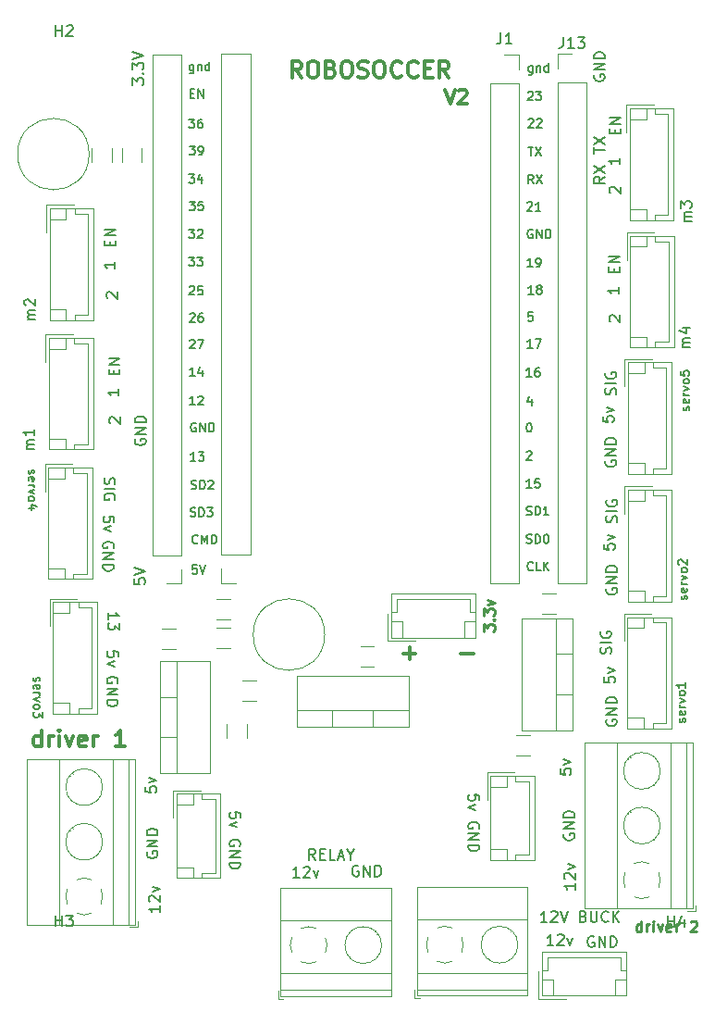
<source format=gbr>
%TF.GenerationSoftware,KiCad,Pcbnew,8.0.1*%
%TF.CreationDate,2025-03-07T04:44:00+02:00*%
%TF.ProjectId,ROBOSOCCER 3,524f424f-534f-4434-9345-5220332e6b69,rev?*%
%TF.SameCoordinates,Original*%
%TF.FileFunction,Legend,Top*%
%TF.FilePolarity,Positive*%
%FSLAX46Y46*%
G04 Gerber Fmt 4.6, Leading zero omitted, Abs format (unit mm)*
G04 Created by KiCad (PCBNEW 8.0.1) date 2025-03-07 04:44:00*
%MOMM*%
%LPD*%
G01*
G04 APERTURE LIST*
%ADD10C,0.200000*%
%ADD11C,0.250000*%
%ADD12C,0.300000*%
%ADD13C,0.150000*%
%ADD14C,0.120000*%
G04 APERTURE END LIST*
D10*
X126227219Y-92778898D02*
X125751028Y-93112231D01*
X126227219Y-93350326D02*
X125227219Y-93350326D01*
X125227219Y-93350326D02*
X125227219Y-92969374D01*
X125227219Y-92969374D02*
X125274838Y-92874136D01*
X125274838Y-92874136D02*
X125322457Y-92826517D01*
X125322457Y-92826517D02*
X125417695Y-92778898D01*
X125417695Y-92778898D02*
X125560552Y-92778898D01*
X125560552Y-92778898D02*
X125655790Y-92826517D01*
X125655790Y-92826517D02*
X125703409Y-92874136D01*
X125703409Y-92874136D02*
X125751028Y-92969374D01*
X125751028Y-92969374D02*
X125751028Y-93350326D01*
X125227219Y-92445564D02*
X126227219Y-91778898D01*
X125227219Y-91778898D02*
X126227219Y-92445564D01*
X119601101Y-101021695D02*
X119143958Y-101021695D01*
X119372530Y-101021695D02*
X119372530Y-100221695D01*
X119372530Y-100221695D02*
X119296339Y-100335980D01*
X119296339Y-100335980D02*
X119220149Y-100412171D01*
X119220149Y-100412171D02*
X119143958Y-100450266D01*
X119982054Y-101021695D02*
X120134435Y-101021695D01*
X120134435Y-101021695D02*
X120210625Y-100983600D01*
X120210625Y-100983600D02*
X120248721Y-100945504D01*
X120248721Y-100945504D02*
X120324911Y-100831219D01*
X120324911Y-100831219D02*
X120363006Y-100678838D01*
X120363006Y-100678838D02*
X120363006Y-100374076D01*
X120363006Y-100374076D02*
X120324911Y-100297885D01*
X120324911Y-100297885D02*
X120286816Y-100259790D01*
X120286816Y-100259790D02*
X120210625Y-100221695D01*
X120210625Y-100221695D02*
X120058244Y-100221695D01*
X120058244Y-100221695D02*
X119982054Y-100259790D01*
X119982054Y-100259790D02*
X119943959Y-100297885D01*
X119943959Y-100297885D02*
X119905863Y-100374076D01*
X119905863Y-100374076D02*
X119905863Y-100564552D01*
X119905863Y-100564552D02*
X119943959Y-100640742D01*
X119943959Y-100640742D02*
X119982054Y-100678838D01*
X119982054Y-100678838D02*
X120058244Y-100716933D01*
X120058244Y-100716933D02*
X120210625Y-100716933D01*
X120210625Y-100716933D02*
X120286816Y-100678838D01*
X120286816Y-100678838D02*
X120324911Y-100640742D01*
X120324911Y-100640742D02*
X120363006Y-100564552D01*
X119671101Y-103521695D02*
X119213958Y-103521695D01*
X119442530Y-103521695D02*
X119442530Y-102721695D01*
X119442530Y-102721695D02*
X119366339Y-102835980D01*
X119366339Y-102835980D02*
X119290149Y-102912171D01*
X119290149Y-102912171D02*
X119213958Y-102950266D01*
X120128244Y-103064552D02*
X120052054Y-103026457D01*
X120052054Y-103026457D02*
X120013959Y-102988361D01*
X120013959Y-102988361D02*
X119975863Y-102912171D01*
X119975863Y-102912171D02*
X119975863Y-102874076D01*
X119975863Y-102874076D02*
X120013959Y-102797885D01*
X120013959Y-102797885D02*
X120052054Y-102759790D01*
X120052054Y-102759790D02*
X120128244Y-102721695D01*
X120128244Y-102721695D02*
X120280625Y-102721695D01*
X120280625Y-102721695D02*
X120356816Y-102759790D01*
X120356816Y-102759790D02*
X120394911Y-102797885D01*
X120394911Y-102797885D02*
X120433006Y-102874076D01*
X120433006Y-102874076D02*
X120433006Y-102912171D01*
X120433006Y-102912171D02*
X120394911Y-102988361D01*
X120394911Y-102988361D02*
X120356816Y-103026457D01*
X120356816Y-103026457D02*
X120280625Y-103064552D01*
X120280625Y-103064552D02*
X120128244Y-103064552D01*
X120128244Y-103064552D02*
X120052054Y-103102647D01*
X120052054Y-103102647D02*
X120013959Y-103140742D01*
X120013959Y-103140742D02*
X119975863Y-103216933D01*
X119975863Y-103216933D02*
X119975863Y-103369314D01*
X119975863Y-103369314D02*
X120013959Y-103445504D01*
X120013959Y-103445504D02*
X120052054Y-103483600D01*
X120052054Y-103483600D02*
X120128244Y-103521695D01*
X120128244Y-103521695D02*
X120280625Y-103521695D01*
X120280625Y-103521695D02*
X120356816Y-103483600D01*
X120356816Y-103483600D02*
X120394911Y-103445504D01*
X120394911Y-103445504D02*
X120433006Y-103369314D01*
X120433006Y-103369314D02*
X120433006Y-103216933D01*
X120433006Y-103216933D02*
X120394911Y-103140742D01*
X120394911Y-103140742D02*
X120356816Y-103102647D01*
X120356816Y-103102647D02*
X120280625Y-103064552D01*
X126779600Y-136397945D02*
X126827219Y-136255088D01*
X126827219Y-136255088D02*
X126827219Y-136016993D01*
X126827219Y-136016993D02*
X126779600Y-135921755D01*
X126779600Y-135921755D02*
X126731980Y-135874136D01*
X126731980Y-135874136D02*
X126636742Y-135826517D01*
X126636742Y-135826517D02*
X126541504Y-135826517D01*
X126541504Y-135826517D02*
X126446266Y-135874136D01*
X126446266Y-135874136D02*
X126398647Y-135921755D01*
X126398647Y-135921755D02*
X126351028Y-136016993D01*
X126351028Y-136016993D02*
X126303409Y-136207469D01*
X126303409Y-136207469D02*
X126255790Y-136302707D01*
X126255790Y-136302707D02*
X126208171Y-136350326D01*
X126208171Y-136350326D02*
X126112933Y-136397945D01*
X126112933Y-136397945D02*
X126017695Y-136397945D01*
X126017695Y-136397945D02*
X125922457Y-136350326D01*
X125922457Y-136350326D02*
X125874838Y-136302707D01*
X125874838Y-136302707D02*
X125827219Y-136207469D01*
X125827219Y-136207469D02*
X125827219Y-135969374D01*
X125827219Y-135969374D02*
X125874838Y-135826517D01*
X126827219Y-135397945D02*
X125827219Y-135397945D01*
X125874838Y-134397946D02*
X125827219Y-134493184D01*
X125827219Y-134493184D02*
X125827219Y-134636041D01*
X125827219Y-134636041D02*
X125874838Y-134778898D01*
X125874838Y-134778898D02*
X125970076Y-134874136D01*
X125970076Y-134874136D02*
X126065314Y-134921755D01*
X126065314Y-134921755D02*
X126255790Y-134969374D01*
X126255790Y-134969374D02*
X126398647Y-134969374D01*
X126398647Y-134969374D02*
X126589123Y-134921755D01*
X126589123Y-134921755D02*
X126684361Y-134874136D01*
X126684361Y-134874136D02*
X126779600Y-134778898D01*
X126779600Y-134778898D02*
X126827219Y-134636041D01*
X126827219Y-134636041D02*
X126827219Y-134540803D01*
X126827219Y-134540803D02*
X126779600Y-134397946D01*
X126779600Y-134397946D02*
X126731980Y-134350327D01*
X126731980Y-134350327D02*
X126398647Y-134350327D01*
X126398647Y-134350327D02*
X126398647Y-134540803D01*
X121513482Y-163077219D02*
X120942054Y-163077219D01*
X121227768Y-163077219D02*
X121227768Y-162077219D01*
X121227768Y-162077219D02*
X121132530Y-162220076D01*
X121132530Y-162220076D02*
X121037292Y-162315314D01*
X121037292Y-162315314D02*
X120942054Y-162362933D01*
X121894435Y-162172457D02*
X121942054Y-162124838D01*
X121942054Y-162124838D02*
X122037292Y-162077219D01*
X122037292Y-162077219D02*
X122275387Y-162077219D01*
X122275387Y-162077219D02*
X122370625Y-162124838D01*
X122370625Y-162124838D02*
X122418244Y-162172457D01*
X122418244Y-162172457D02*
X122465863Y-162267695D01*
X122465863Y-162267695D02*
X122465863Y-162362933D01*
X122465863Y-162362933D02*
X122418244Y-162505790D01*
X122418244Y-162505790D02*
X121846816Y-163077219D01*
X121846816Y-163077219D02*
X122465863Y-163077219D01*
X122799197Y-162410552D02*
X123037292Y-163077219D01*
X123037292Y-163077219D02*
X123275387Y-162410552D01*
X119531101Y-111051695D02*
X119073958Y-111051695D01*
X119302530Y-111051695D02*
X119302530Y-110251695D01*
X119302530Y-110251695D02*
X119226339Y-110365980D01*
X119226339Y-110365980D02*
X119150149Y-110442171D01*
X119150149Y-110442171D02*
X119073958Y-110480266D01*
X120216816Y-110251695D02*
X120064435Y-110251695D01*
X120064435Y-110251695D02*
X119988244Y-110289790D01*
X119988244Y-110289790D02*
X119950149Y-110327885D01*
X119950149Y-110327885D02*
X119873959Y-110442171D01*
X119873959Y-110442171D02*
X119835863Y-110594552D01*
X119835863Y-110594552D02*
X119835863Y-110899314D01*
X119835863Y-110899314D02*
X119873959Y-110975504D01*
X119873959Y-110975504D02*
X119912054Y-111013600D01*
X119912054Y-111013600D02*
X119988244Y-111051695D01*
X119988244Y-111051695D02*
X120140625Y-111051695D01*
X120140625Y-111051695D02*
X120216816Y-111013600D01*
X120216816Y-111013600D02*
X120254911Y-110975504D01*
X120254911Y-110975504D02*
X120293006Y-110899314D01*
X120293006Y-110899314D02*
X120293006Y-110708838D01*
X120293006Y-110708838D02*
X120254911Y-110632647D01*
X120254911Y-110632647D02*
X120216816Y-110594552D01*
X120216816Y-110594552D02*
X120140625Y-110556457D01*
X120140625Y-110556457D02*
X119988244Y-110556457D01*
X119988244Y-110556457D02*
X119912054Y-110594552D01*
X119912054Y-110594552D02*
X119873959Y-110632647D01*
X119873959Y-110632647D02*
X119835863Y-110708838D01*
X125227219Y-90653183D02*
X125227219Y-90081755D01*
X126227219Y-90367469D02*
X125227219Y-90367469D01*
X125227219Y-89843659D02*
X126227219Y-89176993D01*
X125227219Y-89176993D02*
X126227219Y-89843659D01*
X88761101Y-118761695D02*
X88303958Y-118761695D01*
X88532530Y-118761695D02*
X88532530Y-117961695D01*
X88532530Y-117961695D02*
X88456339Y-118075980D01*
X88456339Y-118075980D02*
X88380149Y-118152171D01*
X88380149Y-118152171D02*
X88303958Y-118190266D01*
X89027768Y-117961695D02*
X89523006Y-117961695D01*
X89523006Y-117961695D02*
X89256340Y-118266457D01*
X89256340Y-118266457D02*
X89370625Y-118266457D01*
X89370625Y-118266457D02*
X89446816Y-118304552D01*
X89446816Y-118304552D02*
X89484911Y-118342647D01*
X89484911Y-118342647D02*
X89523006Y-118418838D01*
X89523006Y-118418838D02*
X89523006Y-118609314D01*
X89523006Y-118609314D02*
X89484911Y-118685504D01*
X89484911Y-118685504D02*
X89446816Y-118723600D01*
X89446816Y-118723600D02*
X89370625Y-118761695D01*
X89370625Y-118761695D02*
X89142054Y-118761695D01*
X89142054Y-118761695D02*
X89065863Y-118723600D01*
X89065863Y-118723600D02*
X89027768Y-118685504D01*
X119193958Y-85057885D02*
X119232054Y-85019790D01*
X119232054Y-85019790D02*
X119308244Y-84981695D01*
X119308244Y-84981695D02*
X119498720Y-84981695D01*
X119498720Y-84981695D02*
X119574911Y-85019790D01*
X119574911Y-85019790D02*
X119613006Y-85057885D01*
X119613006Y-85057885D02*
X119651101Y-85134076D01*
X119651101Y-85134076D02*
X119651101Y-85210266D01*
X119651101Y-85210266D02*
X119613006Y-85324552D01*
X119613006Y-85324552D02*
X119155863Y-85781695D01*
X119155863Y-85781695D02*
X119651101Y-85781695D01*
X119917768Y-84981695D02*
X120413006Y-84981695D01*
X120413006Y-84981695D02*
X120146340Y-85286457D01*
X120146340Y-85286457D02*
X120260625Y-85286457D01*
X120260625Y-85286457D02*
X120336816Y-85324552D01*
X120336816Y-85324552D02*
X120374911Y-85362647D01*
X120374911Y-85362647D02*
X120413006Y-85438838D01*
X120413006Y-85438838D02*
X120413006Y-85629314D01*
X120413006Y-85629314D02*
X120374911Y-85705504D01*
X120374911Y-85705504D02*
X120336816Y-85743600D01*
X120336816Y-85743600D02*
X120260625Y-85781695D01*
X120260625Y-85781695D02*
X120032054Y-85781695D01*
X120032054Y-85781695D02*
X119955863Y-85743600D01*
X119955863Y-85743600D02*
X119917768Y-85705504D01*
X119601101Y-97659790D02*
X119524911Y-97621695D01*
X119524911Y-97621695D02*
X119410625Y-97621695D01*
X119410625Y-97621695D02*
X119296339Y-97659790D01*
X119296339Y-97659790D02*
X119220149Y-97735980D01*
X119220149Y-97735980D02*
X119182054Y-97812171D01*
X119182054Y-97812171D02*
X119143958Y-97964552D01*
X119143958Y-97964552D02*
X119143958Y-98078838D01*
X119143958Y-98078838D02*
X119182054Y-98231219D01*
X119182054Y-98231219D02*
X119220149Y-98307409D01*
X119220149Y-98307409D02*
X119296339Y-98383600D01*
X119296339Y-98383600D02*
X119410625Y-98421695D01*
X119410625Y-98421695D02*
X119486816Y-98421695D01*
X119486816Y-98421695D02*
X119601101Y-98383600D01*
X119601101Y-98383600D02*
X119639197Y-98345504D01*
X119639197Y-98345504D02*
X119639197Y-98078838D01*
X119639197Y-98078838D02*
X119486816Y-98078838D01*
X119982054Y-98421695D02*
X119982054Y-97621695D01*
X119982054Y-97621695D02*
X120439197Y-98421695D01*
X120439197Y-98421695D02*
X120439197Y-97621695D01*
X120820149Y-98421695D02*
X120820149Y-97621695D01*
X120820149Y-97621695D02*
X121010625Y-97621695D01*
X121010625Y-97621695D02*
X121124911Y-97659790D01*
X121124911Y-97659790D02*
X121201101Y-97735980D01*
X121201101Y-97735980D02*
X121239196Y-97812171D01*
X121239196Y-97812171D02*
X121277292Y-97964552D01*
X121277292Y-97964552D02*
X121277292Y-98078838D01*
X121277292Y-98078838D02*
X121239196Y-98231219D01*
X121239196Y-98231219D02*
X121201101Y-98307409D01*
X121201101Y-98307409D02*
X121124911Y-98383600D01*
X121124911Y-98383600D02*
X121010625Y-98421695D01*
X121010625Y-98421695D02*
X120820149Y-98421695D01*
X88195863Y-95051695D02*
X88691101Y-95051695D01*
X88691101Y-95051695D02*
X88424435Y-95356457D01*
X88424435Y-95356457D02*
X88538720Y-95356457D01*
X88538720Y-95356457D02*
X88614911Y-95394552D01*
X88614911Y-95394552D02*
X88653006Y-95432647D01*
X88653006Y-95432647D02*
X88691101Y-95508838D01*
X88691101Y-95508838D02*
X88691101Y-95699314D01*
X88691101Y-95699314D02*
X88653006Y-95775504D01*
X88653006Y-95775504D02*
X88614911Y-95813600D01*
X88614911Y-95813600D02*
X88538720Y-95851695D01*
X88538720Y-95851695D02*
X88310149Y-95851695D01*
X88310149Y-95851695D02*
X88233958Y-95813600D01*
X88233958Y-95813600D02*
X88195863Y-95775504D01*
X89414911Y-95051695D02*
X89033959Y-95051695D01*
X89033959Y-95051695D02*
X88995863Y-95432647D01*
X88995863Y-95432647D02*
X89033959Y-95394552D01*
X89033959Y-95394552D02*
X89110149Y-95356457D01*
X89110149Y-95356457D02*
X89300625Y-95356457D01*
X89300625Y-95356457D02*
X89376816Y-95394552D01*
X89376816Y-95394552D02*
X89414911Y-95432647D01*
X89414911Y-95432647D02*
X89453006Y-95508838D01*
X89453006Y-95508838D02*
X89453006Y-95699314D01*
X89453006Y-95699314D02*
X89414911Y-95775504D01*
X89414911Y-95775504D02*
X89376816Y-95813600D01*
X89376816Y-95813600D02*
X89300625Y-95851695D01*
X89300625Y-95851695D02*
X89110149Y-95851695D01*
X89110149Y-95851695D02*
X89033959Y-95813600D01*
X89033959Y-95813600D02*
X88995863Y-95775504D01*
X127299600Y-124387945D02*
X127347219Y-124245088D01*
X127347219Y-124245088D02*
X127347219Y-124006993D01*
X127347219Y-124006993D02*
X127299600Y-123911755D01*
X127299600Y-123911755D02*
X127251980Y-123864136D01*
X127251980Y-123864136D02*
X127156742Y-123816517D01*
X127156742Y-123816517D02*
X127061504Y-123816517D01*
X127061504Y-123816517D02*
X126966266Y-123864136D01*
X126966266Y-123864136D02*
X126918647Y-123911755D01*
X126918647Y-123911755D02*
X126871028Y-124006993D01*
X126871028Y-124006993D02*
X126823409Y-124197469D01*
X126823409Y-124197469D02*
X126775790Y-124292707D01*
X126775790Y-124292707D02*
X126728171Y-124340326D01*
X126728171Y-124340326D02*
X126632933Y-124387945D01*
X126632933Y-124387945D02*
X126537695Y-124387945D01*
X126537695Y-124387945D02*
X126442457Y-124340326D01*
X126442457Y-124340326D02*
X126394838Y-124292707D01*
X126394838Y-124292707D02*
X126347219Y-124197469D01*
X126347219Y-124197469D02*
X126347219Y-123959374D01*
X126347219Y-123959374D02*
X126394838Y-123816517D01*
X127347219Y-123387945D02*
X126347219Y-123387945D01*
X126394838Y-122387946D02*
X126347219Y-122483184D01*
X126347219Y-122483184D02*
X126347219Y-122626041D01*
X126347219Y-122626041D02*
X126394838Y-122768898D01*
X126394838Y-122768898D02*
X126490076Y-122864136D01*
X126490076Y-122864136D02*
X126585314Y-122911755D01*
X126585314Y-122911755D02*
X126775790Y-122959374D01*
X126775790Y-122959374D02*
X126918647Y-122959374D01*
X126918647Y-122959374D02*
X127109123Y-122911755D01*
X127109123Y-122911755D02*
X127204361Y-122864136D01*
X127204361Y-122864136D02*
X127299600Y-122768898D01*
X127299600Y-122768898D02*
X127347219Y-122626041D01*
X127347219Y-122626041D02*
X127347219Y-122530803D01*
X127347219Y-122530803D02*
X127299600Y-122387946D01*
X127299600Y-122387946D02*
X127251980Y-122340327D01*
X127251980Y-122340327D02*
X126918647Y-122340327D01*
X126918647Y-122340327D02*
X126918647Y-122530803D01*
X88253958Y-105347885D02*
X88292054Y-105309790D01*
X88292054Y-105309790D02*
X88368244Y-105271695D01*
X88368244Y-105271695D02*
X88558720Y-105271695D01*
X88558720Y-105271695D02*
X88634911Y-105309790D01*
X88634911Y-105309790D02*
X88673006Y-105347885D01*
X88673006Y-105347885D02*
X88711101Y-105424076D01*
X88711101Y-105424076D02*
X88711101Y-105500266D01*
X88711101Y-105500266D02*
X88673006Y-105614552D01*
X88673006Y-105614552D02*
X88215863Y-106071695D01*
X88215863Y-106071695D02*
X88711101Y-106071695D01*
X89396816Y-105271695D02*
X89244435Y-105271695D01*
X89244435Y-105271695D02*
X89168244Y-105309790D01*
X89168244Y-105309790D02*
X89130149Y-105347885D01*
X89130149Y-105347885D02*
X89053959Y-105462171D01*
X89053959Y-105462171D02*
X89015863Y-105614552D01*
X89015863Y-105614552D02*
X89015863Y-105919314D01*
X89015863Y-105919314D02*
X89053959Y-105995504D01*
X89053959Y-105995504D02*
X89092054Y-106033600D01*
X89092054Y-106033600D02*
X89168244Y-106071695D01*
X89168244Y-106071695D02*
X89320625Y-106071695D01*
X89320625Y-106071695D02*
X89396816Y-106033600D01*
X89396816Y-106033600D02*
X89434911Y-105995504D01*
X89434911Y-105995504D02*
X89473006Y-105919314D01*
X89473006Y-105919314D02*
X89473006Y-105728838D01*
X89473006Y-105728838D02*
X89434911Y-105652647D01*
X89434911Y-105652647D02*
X89396816Y-105614552D01*
X89396816Y-105614552D02*
X89320625Y-105576457D01*
X89320625Y-105576457D02*
X89168244Y-105576457D01*
X89168244Y-105576457D02*
X89092054Y-105614552D01*
X89092054Y-105614552D02*
X89053959Y-105652647D01*
X89053959Y-105652647D02*
X89015863Y-105728838D01*
X88165863Y-87531695D02*
X88661101Y-87531695D01*
X88661101Y-87531695D02*
X88394435Y-87836457D01*
X88394435Y-87836457D02*
X88508720Y-87836457D01*
X88508720Y-87836457D02*
X88584911Y-87874552D01*
X88584911Y-87874552D02*
X88623006Y-87912647D01*
X88623006Y-87912647D02*
X88661101Y-87988838D01*
X88661101Y-87988838D02*
X88661101Y-88179314D01*
X88661101Y-88179314D02*
X88623006Y-88255504D01*
X88623006Y-88255504D02*
X88584911Y-88293600D01*
X88584911Y-88293600D02*
X88508720Y-88331695D01*
X88508720Y-88331695D02*
X88280149Y-88331695D01*
X88280149Y-88331695D02*
X88203958Y-88293600D01*
X88203958Y-88293600D02*
X88165863Y-88255504D01*
X89346816Y-87531695D02*
X89194435Y-87531695D01*
X89194435Y-87531695D02*
X89118244Y-87569790D01*
X89118244Y-87569790D02*
X89080149Y-87607885D01*
X89080149Y-87607885D02*
X89003959Y-87722171D01*
X89003959Y-87722171D02*
X88965863Y-87874552D01*
X88965863Y-87874552D02*
X88965863Y-88179314D01*
X88965863Y-88179314D02*
X89003959Y-88255504D01*
X89003959Y-88255504D02*
X89042054Y-88293600D01*
X89042054Y-88293600D02*
X89118244Y-88331695D01*
X89118244Y-88331695D02*
X89270625Y-88331695D01*
X89270625Y-88331695D02*
X89346816Y-88293600D01*
X89346816Y-88293600D02*
X89384911Y-88255504D01*
X89384911Y-88255504D02*
X89423006Y-88179314D01*
X89423006Y-88179314D02*
X89423006Y-87988838D01*
X89423006Y-87988838D02*
X89384911Y-87912647D01*
X89384911Y-87912647D02*
X89346816Y-87874552D01*
X89346816Y-87874552D02*
X89270625Y-87836457D01*
X89270625Y-87836457D02*
X89118244Y-87836457D01*
X89118244Y-87836457D02*
X89042054Y-87874552D01*
X89042054Y-87874552D02*
X89003959Y-87912647D01*
X89003959Y-87912647D02*
X88965863Y-87988838D01*
X81387219Y-100596517D02*
X81387219Y-101167945D01*
X81387219Y-100882231D02*
X80387219Y-100882231D01*
X80387219Y-100882231D02*
X80530076Y-100977469D01*
X80530076Y-100977469D02*
X80625314Y-101072707D01*
X80625314Y-101072707D02*
X80672933Y-101167945D01*
X92862780Y-151415863D02*
X92862780Y-150939673D01*
X92862780Y-150939673D02*
X92386590Y-150892054D01*
X92386590Y-150892054D02*
X92434209Y-150939673D01*
X92434209Y-150939673D02*
X92481828Y-151034911D01*
X92481828Y-151034911D02*
X92481828Y-151273006D01*
X92481828Y-151273006D02*
X92434209Y-151368244D01*
X92434209Y-151368244D02*
X92386590Y-151415863D01*
X92386590Y-151415863D02*
X92291352Y-151463482D01*
X92291352Y-151463482D02*
X92053257Y-151463482D01*
X92053257Y-151463482D02*
X91958019Y-151415863D01*
X91958019Y-151415863D02*
X91910400Y-151368244D01*
X91910400Y-151368244D02*
X91862780Y-151273006D01*
X91862780Y-151273006D02*
X91862780Y-151034911D01*
X91862780Y-151034911D02*
X91910400Y-150939673D01*
X91910400Y-150939673D02*
X91958019Y-150892054D01*
X92529447Y-151796816D02*
X91862780Y-152034911D01*
X91862780Y-152034911D02*
X92529447Y-152273006D01*
X81312780Y-124355863D02*
X81312780Y-123879673D01*
X81312780Y-123879673D02*
X80836590Y-123832054D01*
X80836590Y-123832054D02*
X80884209Y-123879673D01*
X80884209Y-123879673D02*
X80931828Y-123974911D01*
X80931828Y-123974911D02*
X80931828Y-124213006D01*
X80931828Y-124213006D02*
X80884209Y-124308244D01*
X80884209Y-124308244D02*
X80836590Y-124355863D01*
X80836590Y-124355863D02*
X80741352Y-124403482D01*
X80741352Y-124403482D02*
X80503257Y-124403482D01*
X80503257Y-124403482D02*
X80408019Y-124355863D01*
X80408019Y-124355863D02*
X80360400Y-124308244D01*
X80360400Y-124308244D02*
X80312780Y-124213006D01*
X80312780Y-124213006D02*
X80312780Y-123974911D01*
X80312780Y-123974911D02*
X80360400Y-123879673D01*
X80360400Y-123879673D02*
X80408019Y-123832054D01*
X80979447Y-124736816D02*
X80312780Y-124974911D01*
X80312780Y-124974911D02*
X80979447Y-125213006D01*
X88691101Y-111021695D02*
X88233958Y-111021695D01*
X88462530Y-111021695D02*
X88462530Y-110221695D01*
X88462530Y-110221695D02*
X88386339Y-110335980D01*
X88386339Y-110335980D02*
X88310149Y-110412171D01*
X88310149Y-110412171D02*
X88233958Y-110450266D01*
X89376816Y-110488361D02*
X89376816Y-111021695D01*
X89186340Y-110183600D02*
X88995863Y-110755028D01*
X88995863Y-110755028D02*
X89491102Y-110755028D01*
X99731101Y-155247219D02*
X99397768Y-154771028D01*
X99159673Y-155247219D02*
X99159673Y-154247219D01*
X99159673Y-154247219D02*
X99540625Y-154247219D01*
X99540625Y-154247219D02*
X99635863Y-154294838D01*
X99635863Y-154294838D02*
X99683482Y-154342457D01*
X99683482Y-154342457D02*
X99731101Y-154437695D01*
X99731101Y-154437695D02*
X99731101Y-154580552D01*
X99731101Y-154580552D02*
X99683482Y-154675790D01*
X99683482Y-154675790D02*
X99635863Y-154723409D01*
X99635863Y-154723409D02*
X99540625Y-154771028D01*
X99540625Y-154771028D02*
X99159673Y-154771028D01*
X100159673Y-154723409D02*
X100493006Y-154723409D01*
X100635863Y-155247219D02*
X100159673Y-155247219D01*
X100159673Y-155247219D02*
X100159673Y-154247219D01*
X100159673Y-154247219D02*
X100635863Y-154247219D01*
X101540625Y-155247219D02*
X101064435Y-155247219D01*
X101064435Y-155247219D02*
X101064435Y-154247219D01*
X101826340Y-154961504D02*
X102302530Y-154961504D01*
X101731102Y-155247219D02*
X102064435Y-154247219D01*
X102064435Y-154247219D02*
X102397768Y-155247219D01*
X102921578Y-154771028D02*
X102921578Y-155247219D01*
X102588245Y-154247219D02*
X102921578Y-154771028D01*
X102921578Y-154771028D02*
X103254911Y-154247219D01*
X73987219Y-117730326D02*
X73320552Y-117730326D01*
X73415790Y-117730326D02*
X73368171Y-117682707D01*
X73368171Y-117682707D02*
X73320552Y-117587469D01*
X73320552Y-117587469D02*
X73320552Y-117444612D01*
X73320552Y-117444612D02*
X73368171Y-117349374D01*
X73368171Y-117349374D02*
X73463409Y-117301755D01*
X73463409Y-117301755D02*
X73987219Y-117301755D01*
X73463409Y-117301755D02*
X73368171Y-117254136D01*
X73368171Y-117254136D02*
X73320552Y-117158898D01*
X73320552Y-117158898D02*
X73320552Y-117016041D01*
X73320552Y-117016041D02*
X73368171Y-116920802D01*
X73368171Y-116920802D02*
X73463409Y-116873183D01*
X73463409Y-116873183D02*
X73987219Y-116873183D01*
X73987219Y-115873184D02*
X73987219Y-116444612D01*
X73987219Y-116158898D02*
X72987219Y-116158898D01*
X72987219Y-116158898D02*
X73130076Y-116254136D01*
X73130076Y-116254136D02*
X73225314Y-116349374D01*
X73225314Y-116349374D02*
X73272933Y-116444612D01*
X122127219Y-146934136D02*
X122127219Y-147410326D01*
X122127219Y-147410326D02*
X122603409Y-147457945D01*
X122603409Y-147457945D02*
X122555790Y-147410326D01*
X122555790Y-147410326D02*
X122508171Y-147315088D01*
X122508171Y-147315088D02*
X122508171Y-147076993D01*
X122508171Y-147076993D02*
X122555790Y-146981755D01*
X122555790Y-146981755D02*
X122603409Y-146934136D01*
X122603409Y-146934136D02*
X122698647Y-146886517D01*
X122698647Y-146886517D02*
X122936742Y-146886517D01*
X122936742Y-146886517D02*
X123031980Y-146934136D01*
X123031980Y-146934136D02*
X123079600Y-146981755D01*
X123079600Y-146981755D02*
X123127219Y-147076993D01*
X123127219Y-147076993D02*
X123127219Y-147315088D01*
X123127219Y-147315088D02*
X123079600Y-147410326D01*
X123079600Y-147410326D02*
X123031980Y-147457945D01*
X122460552Y-146553183D02*
X123127219Y-146315088D01*
X123127219Y-146315088D02*
X122460552Y-146076993D01*
X119123958Y-95177885D02*
X119162054Y-95139790D01*
X119162054Y-95139790D02*
X119238244Y-95101695D01*
X119238244Y-95101695D02*
X119428720Y-95101695D01*
X119428720Y-95101695D02*
X119504911Y-95139790D01*
X119504911Y-95139790D02*
X119543006Y-95177885D01*
X119543006Y-95177885D02*
X119581101Y-95254076D01*
X119581101Y-95254076D02*
X119581101Y-95330266D01*
X119581101Y-95330266D02*
X119543006Y-95444552D01*
X119543006Y-95444552D02*
X119085863Y-95901695D01*
X119085863Y-95901695D02*
X119581101Y-95901695D01*
X120343006Y-95901695D02*
X119885863Y-95901695D01*
X120114435Y-95901695D02*
X120114435Y-95101695D01*
X120114435Y-95101695D02*
X120038244Y-95215980D01*
X120038244Y-95215980D02*
X119962054Y-95292171D01*
X119962054Y-95292171D02*
X119885863Y-95330266D01*
X119594911Y-82668361D02*
X119594911Y-83315980D01*
X119594911Y-83315980D02*
X119556816Y-83392171D01*
X119556816Y-83392171D02*
X119518720Y-83430266D01*
X119518720Y-83430266D02*
X119442530Y-83468361D01*
X119442530Y-83468361D02*
X119328244Y-83468361D01*
X119328244Y-83468361D02*
X119252054Y-83430266D01*
X119594911Y-83163600D02*
X119518720Y-83201695D01*
X119518720Y-83201695D02*
X119366339Y-83201695D01*
X119366339Y-83201695D02*
X119290149Y-83163600D01*
X119290149Y-83163600D02*
X119252054Y-83125504D01*
X119252054Y-83125504D02*
X119213958Y-83049314D01*
X119213958Y-83049314D02*
X119213958Y-82820742D01*
X119213958Y-82820742D02*
X119252054Y-82744552D01*
X119252054Y-82744552D02*
X119290149Y-82706457D01*
X119290149Y-82706457D02*
X119366339Y-82668361D01*
X119366339Y-82668361D02*
X119518720Y-82668361D01*
X119518720Y-82668361D02*
X119594911Y-82706457D01*
X119975864Y-82668361D02*
X119975864Y-83201695D01*
X119975864Y-82744552D02*
X120013959Y-82706457D01*
X120013959Y-82706457D02*
X120090149Y-82668361D01*
X120090149Y-82668361D02*
X120204435Y-82668361D01*
X120204435Y-82668361D02*
X120280626Y-82706457D01*
X120280626Y-82706457D02*
X120318721Y-82782647D01*
X120318721Y-82782647D02*
X120318721Y-83201695D01*
X121042531Y-83201695D02*
X121042531Y-82401695D01*
X121042531Y-83163600D02*
X120966340Y-83201695D01*
X120966340Y-83201695D02*
X120813959Y-83201695D01*
X120813959Y-83201695D02*
X120737769Y-83163600D01*
X120737769Y-83163600D02*
X120699674Y-83125504D01*
X120699674Y-83125504D02*
X120661578Y-83049314D01*
X120661578Y-83049314D02*
X120661578Y-82820742D01*
X120661578Y-82820742D02*
X120699674Y-82744552D01*
X120699674Y-82744552D02*
X120737769Y-82706457D01*
X120737769Y-82706457D02*
X120813959Y-82668361D01*
X120813959Y-82668361D02*
X120966340Y-82668361D01*
X120966340Y-82668361D02*
X121042531Y-82706457D01*
X73486400Y-119603958D02*
X73448304Y-119680149D01*
X73448304Y-119680149D02*
X73448304Y-119832530D01*
X73448304Y-119832530D02*
X73486400Y-119908720D01*
X73486400Y-119908720D02*
X73562590Y-119946816D01*
X73562590Y-119946816D02*
X73600685Y-119946816D01*
X73600685Y-119946816D02*
X73676876Y-119908720D01*
X73676876Y-119908720D02*
X73714971Y-119832530D01*
X73714971Y-119832530D02*
X73714971Y-119718244D01*
X73714971Y-119718244D02*
X73753066Y-119642054D01*
X73753066Y-119642054D02*
X73829257Y-119603958D01*
X73829257Y-119603958D02*
X73867352Y-119603958D01*
X73867352Y-119603958D02*
X73943542Y-119642054D01*
X73943542Y-119642054D02*
X73981638Y-119718244D01*
X73981638Y-119718244D02*
X73981638Y-119832530D01*
X73981638Y-119832530D02*
X73943542Y-119908720D01*
X73486400Y-120594435D02*
X73448304Y-120518244D01*
X73448304Y-120518244D02*
X73448304Y-120365863D01*
X73448304Y-120365863D02*
X73486400Y-120289673D01*
X73486400Y-120289673D02*
X73562590Y-120251577D01*
X73562590Y-120251577D02*
X73867352Y-120251577D01*
X73867352Y-120251577D02*
X73943542Y-120289673D01*
X73943542Y-120289673D02*
X73981638Y-120365863D01*
X73981638Y-120365863D02*
X73981638Y-120518244D01*
X73981638Y-120518244D02*
X73943542Y-120594435D01*
X73943542Y-120594435D02*
X73867352Y-120632530D01*
X73867352Y-120632530D02*
X73791161Y-120632530D01*
X73791161Y-120632530D02*
X73714971Y-120251577D01*
X73448304Y-120975387D02*
X73981638Y-120975387D01*
X73829257Y-120975387D02*
X73905447Y-121013482D01*
X73905447Y-121013482D02*
X73943542Y-121051577D01*
X73943542Y-121051577D02*
X73981638Y-121127768D01*
X73981638Y-121127768D02*
X73981638Y-121203958D01*
X73981638Y-121394434D02*
X73448304Y-121584910D01*
X73448304Y-121584910D02*
X73981638Y-121775387D01*
X73448304Y-122194434D02*
X73486400Y-122118244D01*
X73486400Y-122118244D02*
X73524495Y-122080149D01*
X73524495Y-122080149D02*
X73600685Y-122042053D01*
X73600685Y-122042053D02*
X73829257Y-122042053D01*
X73829257Y-122042053D02*
X73905447Y-122080149D01*
X73905447Y-122080149D02*
X73943542Y-122118244D01*
X73943542Y-122118244D02*
X73981638Y-122194434D01*
X73981638Y-122194434D02*
X73981638Y-122308720D01*
X73981638Y-122308720D02*
X73943542Y-122384911D01*
X73943542Y-122384911D02*
X73905447Y-122423006D01*
X73905447Y-122423006D02*
X73829257Y-122461101D01*
X73829257Y-122461101D02*
X73600685Y-122461101D01*
X73600685Y-122461101D02*
X73524495Y-122423006D01*
X73524495Y-122423006D02*
X73486400Y-122384911D01*
X73486400Y-122384911D02*
X73448304Y-122308720D01*
X73448304Y-122308720D02*
X73448304Y-122194434D01*
X73981638Y-123146816D02*
X73448304Y-123146816D01*
X74286400Y-122956340D02*
X73714971Y-122765863D01*
X73714971Y-122765863D02*
X73714971Y-123261102D01*
X133713600Y-131426041D02*
X133751695Y-131349850D01*
X133751695Y-131349850D02*
X133751695Y-131197469D01*
X133751695Y-131197469D02*
X133713600Y-131121279D01*
X133713600Y-131121279D02*
X133637409Y-131083183D01*
X133637409Y-131083183D02*
X133599314Y-131083183D01*
X133599314Y-131083183D02*
X133523123Y-131121279D01*
X133523123Y-131121279D02*
X133485028Y-131197469D01*
X133485028Y-131197469D02*
X133485028Y-131311755D01*
X133485028Y-131311755D02*
X133446933Y-131387945D01*
X133446933Y-131387945D02*
X133370742Y-131426041D01*
X133370742Y-131426041D02*
X133332647Y-131426041D01*
X133332647Y-131426041D02*
X133256457Y-131387945D01*
X133256457Y-131387945D02*
X133218361Y-131311755D01*
X133218361Y-131311755D02*
X133218361Y-131197469D01*
X133218361Y-131197469D02*
X133256457Y-131121279D01*
X133713600Y-130435564D02*
X133751695Y-130511755D01*
X133751695Y-130511755D02*
X133751695Y-130664136D01*
X133751695Y-130664136D02*
X133713600Y-130740326D01*
X133713600Y-130740326D02*
X133637409Y-130778422D01*
X133637409Y-130778422D02*
X133332647Y-130778422D01*
X133332647Y-130778422D02*
X133256457Y-130740326D01*
X133256457Y-130740326D02*
X133218361Y-130664136D01*
X133218361Y-130664136D02*
X133218361Y-130511755D01*
X133218361Y-130511755D02*
X133256457Y-130435564D01*
X133256457Y-130435564D02*
X133332647Y-130397469D01*
X133332647Y-130397469D02*
X133408838Y-130397469D01*
X133408838Y-130397469D02*
X133485028Y-130778422D01*
X133751695Y-130054612D02*
X133218361Y-130054612D01*
X133370742Y-130054612D02*
X133294552Y-130016517D01*
X133294552Y-130016517D02*
X133256457Y-129978422D01*
X133256457Y-129978422D02*
X133218361Y-129902231D01*
X133218361Y-129902231D02*
X133218361Y-129826041D01*
X133218361Y-129635565D02*
X133751695Y-129445089D01*
X133751695Y-129445089D02*
X133218361Y-129254612D01*
X133751695Y-128835565D02*
X133713600Y-128911755D01*
X133713600Y-128911755D02*
X133675504Y-128949850D01*
X133675504Y-128949850D02*
X133599314Y-128987946D01*
X133599314Y-128987946D02*
X133370742Y-128987946D01*
X133370742Y-128987946D02*
X133294552Y-128949850D01*
X133294552Y-128949850D02*
X133256457Y-128911755D01*
X133256457Y-128911755D02*
X133218361Y-128835565D01*
X133218361Y-128835565D02*
X133218361Y-128721279D01*
X133218361Y-128721279D02*
X133256457Y-128645088D01*
X133256457Y-128645088D02*
X133294552Y-128606993D01*
X133294552Y-128606993D02*
X133370742Y-128568898D01*
X133370742Y-128568898D02*
X133599314Y-128568898D01*
X133599314Y-128568898D02*
X133675504Y-128606993D01*
X133675504Y-128606993D02*
X133713600Y-128645088D01*
X133713600Y-128645088D02*
X133751695Y-128721279D01*
X133751695Y-128721279D02*
X133751695Y-128835565D01*
X133027885Y-128264136D02*
X132989790Y-128226040D01*
X132989790Y-128226040D02*
X132951695Y-128149850D01*
X132951695Y-128149850D02*
X132951695Y-127959374D01*
X132951695Y-127959374D02*
X132989790Y-127883183D01*
X132989790Y-127883183D02*
X133027885Y-127845088D01*
X133027885Y-127845088D02*
X133104076Y-127806993D01*
X133104076Y-127806993D02*
X133180266Y-127806993D01*
X133180266Y-127806993D02*
X133294552Y-127845088D01*
X133294552Y-127845088D02*
X133751695Y-128302231D01*
X133751695Y-128302231D02*
X133751695Y-127806993D01*
X126364838Y-142446517D02*
X126317219Y-142541755D01*
X126317219Y-142541755D02*
X126317219Y-142684612D01*
X126317219Y-142684612D02*
X126364838Y-142827469D01*
X126364838Y-142827469D02*
X126460076Y-142922707D01*
X126460076Y-142922707D02*
X126555314Y-142970326D01*
X126555314Y-142970326D02*
X126745790Y-143017945D01*
X126745790Y-143017945D02*
X126888647Y-143017945D01*
X126888647Y-143017945D02*
X127079123Y-142970326D01*
X127079123Y-142970326D02*
X127174361Y-142922707D01*
X127174361Y-142922707D02*
X127269600Y-142827469D01*
X127269600Y-142827469D02*
X127317219Y-142684612D01*
X127317219Y-142684612D02*
X127317219Y-142589374D01*
X127317219Y-142589374D02*
X127269600Y-142446517D01*
X127269600Y-142446517D02*
X127221980Y-142398898D01*
X127221980Y-142398898D02*
X126888647Y-142398898D01*
X126888647Y-142398898D02*
X126888647Y-142589374D01*
X127317219Y-141970326D02*
X126317219Y-141970326D01*
X126317219Y-141970326D02*
X127317219Y-141398898D01*
X127317219Y-141398898D02*
X126317219Y-141398898D01*
X127317219Y-140922707D02*
X126317219Y-140922707D01*
X126317219Y-140922707D02*
X126317219Y-140684612D01*
X126317219Y-140684612D02*
X126364838Y-140541755D01*
X126364838Y-140541755D02*
X126460076Y-140446517D01*
X126460076Y-140446517D02*
X126555314Y-140398898D01*
X126555314Y-140398898D02*
X126745790Y-140351279D01*
X126745790Y-140351279D02*
X126888647Y-140351279D01*
X126888647Y-140351279D02*
X127079123Y-140398898D01*
X127079123Y-140398898D02*
X127174361Y-140446517D01*
X127174361Y-140446517D02*
X127269600Y-140541755D01*
X127269600Y-140541755D02*
X127317219Y-140684612D01*
X127317219Y-140684612D02*
X127317219Y-140922707D01*
X88215863Y-89981695D02*
X88711101Y-89981695D01*
X88711101Y-89981695D02*
X88444435Y-90286457D01*
X88444435Y-90286457D02*
X88558720Y-90286457D01*
X88558720Y-90286457D02*
X88634911Y-90324552D01*
X88634911Y-90324552D02*
X88673006Y-90362647D01*
X88673006Y-90362647D02*
X88711101Y-90438838D01*
X88711101Y-90438838D02*
X88711101Y-90629314D01*
X88711101Y-90629314D02*
X88673006Y-90705504D01*
X88673006Y-90705504D02*
X88634911Y-90743600D01*
X88634911Y-90743600D02*
X88558720Y-90781695D01*
X88558720Y-90781695D02*
X88330149Y-90781695D01*
X88330149Y-90781695D02*
X88253958Y-90743600D01*
X88253958Y-90743600D02*
X88215863Y-90705504D01*
X89092054Y-90781695D02*
X89244435Y-90781695D01*
X89244435Y-90781695D02*
X89320625Y-90743600D01*
X89320625Y-90743600D02*
X89358721Y-90705504D01*
X89358721Y-90705504D02*
X89434911Y-90591219D01*
X89434911Y-90591219D02*
X89473006Y-90438838D01*
X89473006Y-90438838D02*
X89473006Y-90134076D01*
X89473006Y-90134076D02*
X89434911Y-90057885D01*
X89434911Y-90057885D02*
X89396816Y-90019790D01*
X89396816Y-90019790D02*
X89320625Y-89981695D01*
X89320625Y-89981695D02*
X89168244Y-89981695D01*
X89168244Y-89981695D02*
X89092054Y-90019790D01*
X89092054Y-90019790D02*
X89053959Y-90057885D01*
X89053959Y-90057885D02*
X89015863Y-90134076D01*
X89015863Y-90134076D02*
X89015863Y-90324552D01*
X89015863Y-90324552D02*
X89053959Y-90400742D01*
X89053959Y-90400742D02*
X89092054Y-90438838D01*
X89092054Y-90438838D02*
X89168244Y-90476933D01*
X89168244Y-90476933D02*
X89320625Y-90476933D01*
X89320625Y-90476933D02*
X89396816Y-90438838D01*
X89396816Y-90438838D02*
X89434911Y-90400742D01*
X89434911Y-90400742D02*
X89473006Y-90324552D01*
X126304838Y-118756517D02*
X126257219Y-118851755D01*
X126257219Y-118851755D02*
X126257219Y-118994612D01*
X126257219Y-118994612D02*
X126304838Y-119137469D01*
X126304838Y-119137469D02*
X126400076Y-119232707D01*
X126400076Y-119232707D02*
X126495314Y-119280326D01*
X126495314Y-119280326D02*
X126685790Y-119327945D01*
X126685790Y-119327945D02*
X126828647Y-119327945D01*
X126828647Y-119327945D02*
X127019123Y-119280326D01*
X127019123Y-119280326D02*
X127114361Y-119232707D01*
X127114361Y-119232707D02*
X127209600Y-119137469D01*
X127209600Y-119137469D02*
X127257219Y-118994612D01*
X127257219Y-118994612D02*
X127257219Y-118899374D01*
X127257219Y-118899374D02*
X127209600Y-118756517D01*
X127209600Y-118756517D02*
X127161980Y-118708898D01*
X127161980Y-118708898D02*
X126828647Y-118708898D01*
X126828647Y-118708898D02*
X126828647Y-118899374D01*
X127257219Y-118280326D02*
X126257219Y-118280326D01*
X126257219Y-118280326D02*
X127257219Y-117708898D01*
X127257219Y-117708898D02*
X126257219Y-117708898D01*
X127257219Y-117232707D02*
X126257219Y-117232707D01*
X126257219Y-117232707D02*
X126257219Y-116994612D01*
X126257219Y-116994612D02*
X126304838Y-116851755D01*
X126304838Y-116851755D02*
X126400076Y-116756517D01*
X126400076Y-116756517D02*
X126495314Y-116708898D01*
X126495314Y-116708898D02*
X126685790Y-116661279D01*
X126685790Y-116661279D02*
X126828647Y-116661279D01*
X126828647Y-116661279D02*
X127019123Y-116708898D01*
X127019123Y-116708898D02*
X127114361Y-116756517D01*
X127114361Y-116756517D02*
X127209600Y-116851755D01*
X127209600Y-116851755D02*
X127257219Y-116994612D01*
X127257219Y-116994612D02*
X127257219Y-117232707D01*
X119053958Y-117947885D02*
X119092054Y-117909790D01*
X119092054Y-117909790D02*
X119168244Y-117871695D01*
X119168244Y-117871695D02*
X119358720Y-117871695D01*
X119358720Y-117871695D02*
X119434911Y-117909790D01*
X119434911Y-117909790D02*
X119473006Y-117947885D01*
X119473006Y-117947885D02*
X119511101Y-118024076D01*
X119511101Y-118024076D02*
X119511101Y-118100266D01*
X119511101Y-118100266D02*
X119473006Y-118214552D01*
X119473006Y-118214552D02*
X119015863Y-118671695D01*
X119015863Y-118671695D02*
X119511101Y-118671695D01*
X119531101Y-121221695D02*
X119073958Y-121221695D01*
X119302530Y-121221695D02*
X119302530Y-120421695D01*
X119302530Y-120421695D02*
X119226339Y-120535980D01*
X119226339Y-120535980D02*
X119150149Y-120612171D01*
X119150149Y-120612171D02*
X119073958Y-120650266D01*
X120254911Y-120421695D02*
X119873959Y-120421695D01*
X119873959Y-120421695D02*
X119835863Y-120802647D01*
X119835863Y-120802647D02*
X119873959Y-120764552D01*
X119873959Y-120764552D02*
X119950149Y-120726457D01*
X119950149Y-120726457D02*
X120140625Y-120726457D01*
X120140625Y-120726457D02*
X120216816Y-120764552D01*
X120216816Y-120764552D02*
X120254911Y-120802647D01*
X120254911Y-120802647D02*
X120293006Y-120878838D01*
X120293006Y-120878838D02*
X120293006Y-121069314D01*
X120293006Y-121069314D02*
X120254911Y-121145504D01*
X120254911Y-121145504D02*
X120216816Y-121183600D01*
X120216816Y-121183600D02*
X120140625Y-121221695D01*
X120140625Y-121221695D02*
X119950149Y-121221695D01*
X119950149Y-121221695D02*
X119873959Y-121183600D01*
X119873959Y-121183600D02*
X119835863Y-121145504D01*
X88584911Y-82558361D02*
X88584911Y-83205980D01*
X88584911Y-83205980D02*
X88546816Y-83282171D01*
X88546816Y-83282171D02*
X88508720Y-83320266D01*
X88508720Y-83320266D02*
X88432530Y-83358361D01*
X88432530Y-83358361D02*
X88318244Y-83358361D01*
X88318244Y-83358361D02*
X88242054Y-83320266D01*
X88584911Y-83053600D02*
X88508720Y-83091695D01*
X88508720Y-83091695D02*
X88356339Y-83091695D01*
X88356339Y-83091695D02*
X88280149Y-83053600D01*
X88280149Y-83053600D02*
X88242054Y-83015504D01*
X88242054Y-83015504D02*
X88203958Y-82939314D01*
X88203958Y-82939314D02*
X88203958Y-82710742D01*
X88203958Y-82710742D02*
X88242054Y-82634552D01*
X88242054Y-82634552D02*
X88280149Y-82596457D01*
X88280149Y-82596457D02*
X88356339Y-82558361D01*
X88356339Y-82558361D02*
X88508720Y-82558361D01*
X88508720Y-82558361D02*
X88584911Y-82596457D01*
X88965864Y-82558361D02*
X88965864Y-83091695D01*
X88965864Y-82634552D02*
X89003959Y-82596457D01*
X89003959Y-82596457D02*
X89080149Y-82558361D01*
X89080149Y-82558361D02*
X89194435Y-82558361D01*
X89194435Y-82558361D02*
X89270626Y-82596457D01*
X89270626Y-82596457D02*
X89308721Y-82672647D01*
X89308721Y-82672647D02*
X89308721Y-83091695D01*
X90032531Y-83091695D02*
X90032531Y-82291695D01*
X90032531Y-83053600D02*
X89956340Y-83091695D01*
X89956340Y-83091695D02*
X89803959Y-83091695D01*
X89803959Y-83091695D02*
X89727769Y-83053600D01*
X89727769Y-83053600D02*
X89689674Y-83015504D01*
X89689674Y-83015504D02*
X89651578Y-82939314D01*
X89651578Y-82939314D02*
X89651578Y-82710742D01*
X89651578Y-82710742D02*
X89689674Y-82634552D01*
X89689674Y-82634552D02*
X89727769Y-82596457D01*
X89727769Y-82596457D02*
X89803959Y-82558361D01*
X89803959Y-82558361D02*
X89956340Y-82558361D01*
X89956340Y-82558361D02*
X90032531Y-82596457D01*
X88253958Y-107777885D02*
X88292054Y-107739790D01*
X88292054Y-107739790D02*
X88368244Y-107701695D01*
X88368244Y-107701695D02*
X88558720Y-107701695D01*
X88558720Y-107701695D02*
X88634911Y-107739790D01*
X88634911Y-107739790D02*
X88673006Y-107777885D01*
X88673006Y-107777885D02*
X88711101Y-107854076D01*
X88711101Y-107854076D02*
X88711101Y-107930266D01*
X88711101Y-107930266D02*
X88673006Y-108044552D01*
X88673006Y-108044552D02*
X88215863Y-108501695D01*
X88215863Y-108501695D02*
X88711101Y-108501695D01*
X88977768Y-107701695D02*
X89511102Y-107701695D01*
X89511102Y-107701695D02*
X89168244Y-108501695D01*
X88292054Y-85172647D02*
X88558720Y-85172647D01*
X88673006Y-85591695D02*
X88292054Y-85591695D01*
X88292054Y-85591695D02*
X88292054Y-84791695D01*
X88292054Y-84791695D02*
X88673006Y-84791695D01*
X89015864Y-85591695D02*
X89015864Y-84791695D01*
X89015864Y-84791695D02*
X89473007Y-85591695D01*
X89473007Y-85591695D02*
X89473007Y-84791695D01*
X127063409Y-101530326D02*
X127063409Y-101196993D01*
X127587219Y-101054136D02*
X127587219Y-101530326D01*
X127587219Y-101530326D02*
X126587219Y-101530326D01*
X126587219Y-101530326D02*
X126587219Y-101054136D01*
X127587219Y-100625564D02*
X126587219Y-100625564D01*
X126587219Y-100625564D02*
X127587219Y-100054136D01*
X127587219Y-100054136D02*
X126587219Y-100054136D01*
X119504911Y-113138361D02*
X119504911Y-113671695D01*
X119314435Y-112833600D02*
X119123958Y-113405028D01*
X119123958Y-113405028D02*
X119619197Y-113405028D01*
X125274838Y-83486517D02*
X125227219Y-83581755D01*
X125227219Y-83581755D02*
X125227219Y-83724612D01*
X125227219Y-83724612D02*
X125274838Y-83867469D01*
X125274838Y-83867469D02*
X125370076Y-83962707D01*
X125370076Y-83962707D02*
X125465314Y-84010326D01*
X125465314Y-84010326D02*
X125655790Y-84057945D01*
X125655790Y-84057945D02*
X125798647Y-84057945D01*
X125798647Y-84057945D02*
X125989123Y-84010326D01*
X125989123Y-84010326D02*
X126084361Y-83962707D01*
X126084361Y-83962707D02*
X126179600Y-83867469D01*
X126179600Y-83867469D02*
X126227219Y-83724612D01*
X126227219Y-83724612D02*
X126227219Y-83629374D01*
X126227219Y-83629374D02*
X126179600Y-83486517D01*
X126179600Y-83486517D02*
X126131980Y-83438898D01*
X126131980Y-83438898D02*
X125798647Y-83438898D01*
X125798647Y-83438898D02*
X125798647Y-83629374D01*
X126227219Y-83010326D02*
X125227219Y-83010326D01*
X125227219Y-83010326D02*
X126227219Y-82438898D01*
X126227219Y-82438898D02*
X125227219Y-82438898D01*
X126227219Y-81962707D02*
X125227219Y-81962707D01*
X125227219Y-81962707D02*
X125227219Y-81724612D01*
X125227219Y-81724612D02*
X125274838Y-81581755D01*
X125274838Y-81581755D02*
X125370076Y-81486517D01*
X125370076Y-81486517D02*
X125465314Y-81438898D01*
X125465314Y-81438898D02*
X125655790Y-81391279D01*
X125655790Y-81391279D02*
X125798647Y-81391279D01*
X125798647Y-81391279D02*
X125989123Y-81438898D01*
X125989123Y-81438898D02*
X126084361Y-81486517D01*
X126084361Y-81486517D02*
X126179600Y-81581755D01*
X126179600Y-81581755D02*
X126227219Y-81724612D01*
X126227219Y-81724612D02*
X126227219Y-81962707D01*
X134047219Y-108400326D02*
X133380552Y-108400326D01*
X133475790Y-108400326D02*
X133428171Y-108352707D01*
X133428171Y-108352707D02*
X133380552Y-108257469D01*
X133380552Y-108257469D02*
X133380552Y-108114612D01*
X133380552Y-108114612D02*
X133428171Y-108019374D01*
X133428171Y-108019374D02*
X133523409Y-107971755D01*
X133523409Y-107971755D02*
X134047219Y-107971755D01*
X133523409Y-107971755D02*
X133428171Y-107924136D01*
X133428171Y-107924136D02*
X133380552Y-107828898D01*
X133380552Y-107828898D02*
X133380552Y-107686041D01*
X133380552Y-107686041D02*
X133428171Y-107590802D01*
X133428171Y-107590802D02*
X133523409Y-107543183D01*
X133523409Y-107543183D02*
X134047219Y-107543183D01*
X133380552Y-106638422D02*
X134047219Y-106638422D01*
X132999600Y-106876517D02*
X133713885Y-107114612D01*
X133713885Y-107114612D02*
X133713885Y-106495565D01*
X81235161Y-126733482D02*
X81282780Y-126638244D01*
X81282780Y-126638244D02*
X81282780Y-126495387D01*
X81282780Y-126495387D02*
X81235161Y-126352530D01*
X81235161Y-126352530D02*
X81139923Y-126257292D01*
X81139923Y-126257292D02*
X81044685Y-126209673D01*
X81044685Y-126209673D02*
X80854209Y-126162054D01*
X80854209Y-126162054D02*
X80711352Y-126162054D01*
X80711352Y-126162054D02*
X80520876Y-126209673D01*
X80520876Y-126209673D02*
X80425638Y-126257292D01*
X80425638Y-126257292D02*
X80330400Y-126352530D01*
X80330400Y-126352530D02*
X80282780Y-126495387D01*
X80282780Y-126495387D02*
X80282780Y-126590625D01*
X80282780Y-126590625D02*
X80330400Y-126733482D01*
X80330400Y-126733482D02*
X80378019Y-126781101D01*
X80378019Y-126781101D02*
X80711352Y-126781101D01*
X80711352Y-126781101D02*
X80711352Y-126590625D01*
X80282780Y-127209673D02*
X81282780Y-127209673D01*
X81282780Y-127209673D02*
X80282780Y-127781101D01*
X80282780Y-127781101D02*
X81282780Y-127781101D01*
X80282780Y-128257292D02*
X81282780Y-128257292D01*
X81282780Y-128257292D02*
X81282780Y-128495387D01*
X81282780Y-128495387D02*
X81235161Y-128638244D01*
X81235161Y-128638244D02*
X81139923Y-128733482D01*
X81139923Y-128733482D02*
X81044685Y-128781101D01*
X81044685Y-128781101D02*
X80854209Y-128828720D01*
X80854209Y-128828720D02*
X80711352Y-128828720D01*
X80711352Y-128828720D02*
X80520876Y-128781101D01*
X80520876Y-128781101D02*
X80425638Y-128733482D01*
X80425638Y-128733482D02*
X80330400Y-128638244D01*
X80330400Y-128638244D02*
X80282780Y-128495387D01*
X80282780Y-128495387D02*
X80282780Y-128257292D01*
D11*
X115124619Y-134332669D02*
X115124619Y-133713622D01*
X115124619Y-133713622D02*
X115505571Y-134046955D01*
X115505571Y-134046955D02*
X115505571Y-133904098D01*
X115505571Y-133904098D02*
X115553190Y-133808860D01*
X115553190Y-133808860D02*
X115600809Y-133761241D01*
X115600809Y-133761241D02*
X115696047Y-133713622D01*
X115696047Y-133713622D02*
X115934142Y-133713622D01*
X115934142Y-133713622D02*
X116029380Y-133761241D01*
X116029380Y-133761241D02*
X116077000Y-133808860D01*
X116077000Y-133808860D02*
X116124619Y-133904098D01*
X116124619Y-133904098D02*
X116124619Y-134189812D01*
X116124619Y-134189812D02*
X116077000Y-134285050D01*
X116077000Y-134285050D02*
X116029380Y-134332669D01*
X116029380Y-133285050D02*
X116077000Y-133237431D01*
X116077000Y-133237431D02*
X116124619Y-133285050D01*
X116124619Y-133285050D02*
X116077000Y-133332669D01*
X116077000Y-133332669D02*
X116029380Y-133285050D01*
X116029380Y-133285050D02*
X116124619Y-133285050D01*
X115124619Y-132904098D02*
X115124619Y-132285051D01*
X115124619Y-132285051D02*
X115505571Y-132618384D01*
X115505571Y-132618384D02*
X115505571Y-132475527D01*
X115505571Y-132475527D02*
X115553190Y-132380289D01*
X115553190Y-132380289D02*
X115600809Y-132332670D01*
X115600809Y-132332670D02*
X115696047Y-132285051D01*
X115696047Y-132285051D02*
X115934142Y-132285051D01*
X115934142Y-132285051D02*
X116029380Y-132332670D01*
X116029380Y-132332670D02*
X116077000Y-132380289D01*
X116077000Y-132380289D02*
X116124619Y-132475527D01*
X116124619Y-132475527D02*
X116124619Y-132761241D01*
X116124619Y-132761241D02*
X116077000Y-132856479D01*
X116077000Y-132856479D02*
X116029380Y-132904098D01*
X115457952Y-131951717D02*
X116124619Y-131713622D01*
X116124619Y-131713622D02*
X115457952Y-131475527D01*
D12*
X111621177Y-84805304D02*
X112054510Y-86105304D01*
X112054510Y-86105304D02*
X112487844Y-84805304D01*
X112859273Y-84929114D02*
X112921177Y-84867209D01*
X112921177Y-84867209D02*
X113044987Y-84805304D01*
X113044987Y-84805304D02*
X113354511Y-84805304D01*
X113354511Y-84805304D02*
X113478320Y-84867209D01*
X113478320Y-84867209D02*
X113540225Y-84929114D01*
X113540225Y-84929114D02*
X113602130Y-85052923D01*
X113602130Y-85052923D02*
X113602130Y-85176733D01*
X113602130Y-85176733D02*
X113540225Y-85362447D01*
X113540225Y-85362447D02*
X112797368Y-86105304D01*
X112797368Y-86105304D02*
X113602130Y-86105304D01*
D10*
X120923482Y-160957219D02*
X120352054Y-160957219D01*
X120637768Y-160957219D02*
X120637768Y-159957219D01*
X120637768Y-159957219D02*
X120542530Y-160100076D01*
X120542530Y-160100076D02*
X120447292Y-160195314D01*
X120447292Y-160195314D02*
X120352054Y-160242933D01*
X121304435Y-160052457D02*
X121352054Y-160004838D01*
X121352054Y-160004838D02*
X121447292Y-159957219D01*
X121447292Y-159957219D02*
X121685387Y-159957219D01*
X121685387Y-159957219D02*
X121780625Y-160004838D01*
X121780625Y-160004838D02*
X121828244Y-160052457D01*
X121828244Y-160052457D02*
X121875863Y-160147695D01*
X121875863Y-160147695D02*
X121875863Y-160242933D01*
X121875863Y-160242933D02*
X121828244Y-160385790D01*
X121828244Y-160385790D02*
X121256816Y-160957219D01*
X121256816Y-160957219D02*
X121875863Y-160957219D01*
X122161578Y-159957219D02*
X122494911Y-160957219D01*
X122494911Y-160957219D02*
X122828244Y-159957219D01*
X124256816Y-160433409D02*
X124399673Y-160481028D01*
X124399673Y-160481028D02*
X124447292Y-160528647D01*
X124447292Y-160528647D02*
X124494911Y-160623885D01*
X124494911Y-160623885D02*
X124494911Y-160766742D01*
X124494911Y-160766742D02*
X124447292Y-160861980D01*
X124447292Y-160861980D02*
X124399673Y-160909600D01*
X124399673Y-160909600D02*
X124304435Y-160957219D01*
X124304435Y-160957219D02*
X123923483Y-160957219D01*
X123923483Y-160957219D02*
X123923483Y-159957219D01*
X123923483Y-159957219D02*
X124256816Y-159957219D01*
X124256816Y-159957219D02*
X124352054Y-160004838D01*
X124352054Y-160004838D02*
X124399673Y-160052457D01*
X124399673Y-160052457D02*
X124447292Y-160147695D01*
X124447292Y-160147695D02*
X124447292Y-160242933D01*
X124447292Y-160242933D02*
X124399673Y-160338171D01*
X124399673Y-160338171D02*
X124352054Y-160385790D01*
X124352054Y-160385790D02*
X124256816Y-160433409D01*
X124256816Y-160433409D02*
X123923483Y-160433409D01*
X124923483Y-159957219D02*
X124923483Y-160766742D01*
X124923483Y-160766742D02*
X124971102Y-160861980D01*
X124971102Y-160861980D02*
X125018721Y-160909600D01*
X125018721Y-160909600D02*
X125113959Y-160957219D01*
X125113959Y-160957219D02*
X125304435Y-160957219D01*
X125304435Y-160957219D02*
X125399673Y-160909600D01*
X125399673Y-160909600D02*
X125447292Y-160861980D01*
X125447292Y-160861980D02*
X125494911Y-160766742D01*
X125494911Y-160766742D02*
X125494911Y-159957219D01*
X126542530Y-160861980D02*
X126494911Y-160909600D01*
X126494911Y-160909600D02*
X126352054Y-160957219D01*
X126352054Y-160957219D02*
X126256816Y-160957219D01*
X126256816Y-160957219D02*
X126113959Y-160909600D01*
X126113959Y-160909600D02*
X126018721Y-160814361D01*
X126018721Y-160814361D02*
X125971102Y-160719123D01*
X125971102Y-160719123D02*
X125923483Y-160528647D01*
X125923483Y-160528647D02*
X125923483Y-160385790D01*
X125923483Y-160385790D02*
X125971102Y-160195314D01*
X125971102Y-160195314D02*
X126018721Y-160100076D01*
X126018721Y-160100076D02*
X126113959Y-160004838D01*
X126113959Y-160004838D02*
X126256816Y-159957219D01*
X126256816Y-159957219D02*
X126352054Y-159957219D01*
X126352054Y-159957219D02*
X126494911Y-160004838D01*
X126494911Y-160004838D02*
X126542530Y-160052457D01*
X126971102Y-160957219D02*
X126971102Y-159957219D01*
X127542530Y-160957219D02*
X127113959Y-160385790D01*
X127542530Y-159957219D02*
X126971102Y-160528647D01*
X81595161Y-139103482D02*
X81642780Y-139008244D01*
X81642780Y-139008244D02*
X81642780Y-138865387D01*
X81642780Y-138865387D02*
X81595161Y-138722530D01*
X81595161Y-138722530D02*
X81499923Y-138627292D01*
X81499923Y-138627292D02*
X81404685Y-138579673D01*
X81404685Y-138579673D02*
X81214209Y-138532054D01*
X81214209Y-138532054D02*
X81071352Y-138532054D01*
X81071352Y-138532054D02*
X80880876Y-138579673D01*
X80880876Y-138579673D02*
X80785638Y-138627292D01*
X80785638Y-138627292D02*
X80690400Y-138722530D01*
X80690400Y-138722530D02*
X80642780Y-138865387D01*
X80642780Y-138865387D02*
X80642780Y-138960625D01*
X80642780Y-138960625D02*
X80690400Y-139103482D01*
X80690400Y-139103482D02*
X80738019Y-139151101D01*
X80738019Y-139151101D02*
X81071352Y-139151101D01*
X81071352Y-139151101D02*
X81071352Y-138960625D01*
X80642780Y-139579673D02*
X81642780Y-139579673D01*
X81642780Y-139579673D02*
X80642780Y-140151101D01*
X80642780Y-140151101D02*
X81642780Y-140151101D01*
X80642780Y-140627292D02*
X81642780Y-140627292D01*
X81642780Y-140627292D02*
X81642780Y-140865387D01*
X81642780Y-140865387D02*
X81595161Y-141008244D01*
X81595161Y-141008244D02*
X81499923Y-141103482D01*
X81499923Y-141103482D02*
X81404685Y-141151101D01*
X81404685Y-141151101D02*
X81214209Y-141198720D01*
X81214209Y-141198720D02*
X81071352Y-141198720D01*
X81071352Y-141198720D02*
X80880876Y-141151101D01*
X80880876Y-141151101D02*
X80785638Y-141103482D01*
X80785638Y-141103482D02*
X80690400Y-141008244D01*
X80690400Y-141008244D02*
X80642780Y-140865387D01*
X80642780Y-140865387D02*
X80642780Y-140627292D01*
X88165863Y-100151695D02*
X88661101Y-100151695D01*
X88661101Y-100151695D02*
X88394435Y-100456457D01*
X88394435Y-100456457D02*
X88508720Y-100456457D01*
X88508720Y-100456457D02*
X88584911Y-100494552D01*
X88584911Y-100494552D02*
X88623006Y-100532647D01*
X88623006Y-100532647D02*
X88661101Y-100608838D01*
X88661101Y-100608838D02*
X88661101Y-100799314D01*
X88661101Y-100799314D02*
X88623006Y-100875504D01*
X88623006Y-100875504D02*
X88584911Y-100913600D01*
X88584911Y-100913600D02*
X88508720Y-100951695D01*
X88508720Y-100951695D02*
X88280149Y-100951695D01*
X88280149Y-100951695D02*
X88203958Y-100913600D01*
X88203958Y-100913600D02*
X88165863Y-100875504D01*
X88927768Y-100151695D02*
X89423006Y-100151695D01*
X89423006Y-100151695D02*
X89156340Y-100456457D01*
X89156340Y-100456457D02*
X89270625Y-100456457D01*
X89270625Y-100456457D02*
X89346816Y-100494552D01*
X89346816Y-100494552D02*
X89384911Y-100532647D01*
X89384911Y-100532647D02*
X89423006Y-100608838D01*
X89423006Y-100608838D02*
X89423006Y-100799314D01*
X89423006Y-100799314D02*
X89384911Y-100875504D01*
X89384911Y-100875504D02*
X89346816Y-100913600D01*
X89346816Y-100913600D02*
X89270625Y-100951695D01*
X89270625Y-100951695D02*
X89042054Y-100951695D01*
X89042054Y-100951695D02*
X88965863Y-100913600D01*
X88965863Y-100913600D02*
X88927768Y-100875504D01*
X88165863Y-97601695D02*
X88661101Y-97601695D01*
X88661101Y-97601695D02*
X88394435Y-97906457D01*
X88394435Y-97906457D02*
X88508720Y-97906457D01*
X88508720Y-97906457D02*
X88584911Y-97944552D01*
X88584911Y-97944552D02*
X88623006Y-97982647D01*
X88623006Y-97982647D02*
X88661101Y-98058838D01*
X88661101Y-98058838D02*
X88661101Y-98249314D01*
X88661101Y-98249314D02*
X88623006Y-98325504D01*
X88623006Y-98325504D02*
X88584911Y-98363600D01*
X88584911Y-98363600D02*
X88508720Y-98401695D01*
X88508720Y-98401695D02*
X88280149Y-98401695D01*
X88280149Y-98401695D02*
X88203958Y-98363600D01*
X88203958Y-98363600D02*
X88165863Y-98325504D01*
X88965863Y-97677885D02*
X89003959Y-97639790D01*
X89003959Y-97639790D02*
X89080149Y-97601695D01*
X89080149Y-97601695D02*
X89270625Y-97601695D01*
X89270625Y-97601695D02*
X89346816Y-97639790D01*
X89346816Y-97639790D02*
X89384911Y-97677885D01*
X89384911Y-97677885D02*
X89423006Y-97754076D01*
X89423006Y-97754076D02*
X89423006Y-97830266D01*
X89423006Y-97830266D02*
X89384911Y-97944552D01*
X89384911Y-97944552D02*
X88927768Y-98401695D01*
X88927768Y-98401695D02*
X89423006Y-98401695D01*
X119593006Y-105171695D02*
X119212054Y-105171695D01*
X119212054Y-105171695D02*
X119173958Y-105552647D01*
X119173958Y-105552647D02*
X119212054Y-105514552D01*
X119212054Y-105514552D02*
X119288244Y-105476457D01*
X119288244Y-105476457D02*
X119478720Y-105476457D01*
X119478720Y-105476457D02*
X119554911Y-105514552D01*
X119554911Y-105514552D02*
X119593006Y-105552647D01*
X119593006Y-105552647D02*
X119631101Y-105628838D01*
X119631101Y-105628838D02*
X119631101Y-105819314D01*
X119631101Y-105819314D02*
X119593006Y-105895504D01*
X119593006Y-105895504D02*
X119554911Y-105933600D01*
X119554911Y-105933600D02*
X119478720Y-105971695D01*
X119478720Y-105971695D02*
X119288244Y-105971695D01*
X119288244Y-105971695D02*
X119212054Y-105933600D01*
X119212054Y-105933600D02*
X119173958Y-105895504D01*
X88969197Y-126285504D02*
X88931101Y-126323600D01*
X88931101Y-126323600D02*
X88816816Y-126361695D01*
X88816816Y-126361695D02*
X88740625Y-126361695D01*
X88740625Y-126361695D02*
X88626339Y-126323600D01*
X88626339Y-126323600D02*
X88550149Y-126247409D01*
X88550149Y-126247409D02*
X88512054Y-126171219D01*
X88512054Y-126171219D02*
X88473958Y-126018838D01*
X88473958Y-126018838D02*
X88473958Y-125904552D01*
X88473958Y-125904552D02*
X88512054Y-125752171D01*
X88512054Y-125752171D02*
X88550149Y-125675980D01*
X88550149Y-125675980D02*
X88626339Y-125599790D01*
X88626339Y-125599790D02*
X88740625Y-125561695D01*
X88740625Y-125561695D02*
X88816816Y-125561695D01*
X88816816Y-125561695D02*
X88931101Y-125599790D01*
X88931101Y-125599790D02*
X88969197Y-125637885D01*
X89312054Y-126361695D02*
X89312054Y-125561695D01*
X89312054Y-125561695D02*
X89578720Y-126133123D01*
X89578720Y-126133123D02*
X89845387Y-125561695D01*
X89845387Y-125561695D02*
X89845387Y-126361695D01*
X90226340Y-126361695D02*
X90226340Y-125561695D01*
X90226340Y-125561695D02*
X90416816Y-125561695D01*
X90416816Y-125561695D02*
X90531102Y-125599790D01*
X90531102Y-125599790D02*
X90607292Y-125675980D01*
X90607292Y-125675980D02*
X90645387Y-125752171D01*
X90645387Y-125752171D02*
X90683483Y-125904552D01*
X90683483Y-125904552D02*
X90683483Y-126018838D01*
X90683483Y-126018838D02*
X90645387Y-126171219D01*
X90645387Y-126171219D02*
X90607292Y-126247409D01*
X90607292Y-126247409D02*
X90531102Y-126323600D01*
X90531102Y-126323600D02*
X90416816Y-126361695D01*
X90416816Y-126361695D02*
X90226340Y-126361695D01*
X80692457Y-103897945D02*
X80644838Y-103850326D01*
X80644838Y-103850326D02*
X80597219Y-103755088D01*
X80597219Y-103755088D02*
X80597219Y-103516993D01*
X80597219Y-103516993D02*
X80644838Y-103421755D01*
X80644838Y-103421755D02*
X80692457Y-103374136D01*
X80692457Y-103374136D02*
X80787695Y-103326517D01*
X80787695Y-103326517D02*
X80882933Y-103326517D01*
X80882933Y-103326517D02*
X81025790Y-103374136D01*
X81025790Y-103374136D02*
X81597219Y-103945564D01*
X81597219Y-103945564D02*
X81597219Y-103326517D01*
X83244838Y-116786517D02*
X83197219Y-116881755D01*
X83197219Y-116881755D02*
X83197219Y-117024612D01*
X83197219Y-117024612D02*
X83244838Y-117167469D01*
X83244838Y-117167469D02*
X83340076Y-117262707D01*
X83340076Y-117262707D02*
X83435314Y-117310326D01*
X83435314Y-117310326D02*
X83625790Y-117357945D01*
X83625790Y-117357945D02*
X83768647Y-117357945D01*
X83768647Y-117357945D02*
X83959123Y-117310326D01*
X83959123Y-117310326D02*
X84054361Y-117262707D01*
X84054361Y-117262707D02*
X84149600Y-117167469D01*
X84149600Y-117167469D02*
X84197219Y-117024612D01*
X84197219Y-117024612D02*
X84197219Y-116929374D01*
X84197219Y-116929374D02*
X84149600Y-116786517D01*
X84149600Y-116786517D02*
X84101980Y-116738898D01*
X84101980Y-116738898D02*
X83768647Y-116738898D01*
X83768647Y-116738898D02*
X83768647Y-116929374D01*
X84197219Y-116310326D02*
X83197219Y-116310326D01*
X83197219Y-116310326D02*
X84197219Y-115738898D01*
X84197219Y-115738898D02*
X83197219Y-115738898D01*
X84197219Y-115262707D02*
X83197219Y-115262707D01*
X83197219Y-115262707D02*
X83197219Y-115024612D01*
X83197219Y-115024612D02*
X83244838Y-114881755D01*
X83244838Y-114881755D02*
X83340076Y-114786517D01*
X83340076Y-114786517D02*
X83435314Y-114738898D01*
X83435314Y-114738898D02*
X83625790Y-114691279D01*
X83625790Y-114691279D02*
X83768647Y-114691279D01*
X83768647Y-114691279D02*
X83959123Y-114738898D01*
X83959123Y-114738898D02*
X84054361Y-114786517D01*
X84054361Y-114786517D02*
X84149600Y-114881755D01*
X84149600Y-114881755D02*
X84197219Y-115024612D01*
X84197219Y-115024612D02*
X84197219Y-115262707D01*
X88893006Y-128281695D02*
X88512054Y-128281695D01*
X88512054Y-128281695D02*
X88473958Y-128662647D01*
X88473958Y-128662647D02*
X88512054Y-128624552D01*
X88512054Y-128624552D02*
X88588244Y-128586457D01*
X88588244Y-128586457D02*
X88778720Y-128586457D01*
X88778720Y-128586457D02*
X88854911Y-128624552D01*
X88854911Y-128624552D02*
X88893006Y-128662647D01*
X88893006Y-128662647D02*
X88931101Y-128738838D01*
X88931101Y-128738838D02*
X88931101Y-128929314D01*
X88931101Y-128929314D02*
X88893006Y-129005504D01*
X88893006Y-129005504D02*
X88854911Y-129043600D01*
X88854911Y-129043600D02*
X88778720Y-129081695D01*
X88778720Y-129081695D02*
X88588244Y-129081695D01*
X88588244Y-129081695D02*
X88512054Y-129043600D01*
X88512054Y-129043600D02*
X88473958Y-129005504D01*
X89159673Y-128281695D02*
X89426340Y-129081695D01*
X89426340Y-129081695D02*
X89693006Y-128281695D01*
X119639197Y-128715504D02*
X119601101Y-128753600D01*
X119601101Y-128753600D02*
X119486816Y-128791695D01*
X119486816Y-128791695D02*
X119410625Y-128791695D01*
X119410625Y-128791695D02*
X119296339Y-128753600D01*
X119296339Y-128753600D02*
X119220149Y-128677409D01*
X119220149Y-128677409D02*
X119182054Y-128601219D01*
X119182054Y-128601219D02*
X119143958Y-128448838D01*
X119143958Y-128448838D02*
X119143958Y-128334552D01*
X119143958Y-128334552D02*
X119182054Y-128182171D01*
X119182054Y-128182171D02*
X119220149Y-128105980D01*
X119220149Y-128105980D02*
X119296339Y-128029790D01*
X119296339Y-128029790D02*
X119410625Y-127991695D01*
X119410625Y-127991695D02*
X119486816Y-127991695D01*
X119486816Y-127991695D02*
X119601101Y-128029790D01*
X119601101Y-128029790D02*
X119639197Y-128067885D01*
X120363006Y-128791695D02*
X119982054Y-128791695D01*
X119982054Y-128791695D02*
X119982054Y-127991695D01*
X120629673Y-128791695D02*
X120629673Y-127991695D01*
X121086816Y-128791695D02*
X120743958Y-128334552D01*
X121086816Y-127991695D02*
X120629673Y-128448838D01*
X88711101Y-113641695D02*
X88253958Y-113641695D01*
X88482530Y-113641695D02*
X88482530Y-112841695D01*
X88482530Y-112841695D02*
X88406339Y-112955980D01*
X88406339Y-112955980D02*
X88330149Y-113032171D01*
X88330149Y-113032171D02*
X88253958Y-113070266D01*
X89015863Y-112917885D02*
X89053959Y-112879790D01*
X89053959Y-112879790D02*
X89130149Y-112841695D01*
X89130149Y-112841695D02*
X89320625Y-112841695D01*
X89320625Y-112841695D02*
X89396816Y-112879790D01*
X89396816Y-112879790D02*
X89434911Y-112917885D01*
X89434911Y-112917885D02*
X89473006Y-112994076D01*
X89473006Y-112994076D02*
X89473006Y-113070266D01*
X89473006Y-113070266D02*
X89434911Y-113184552D01*
X89434911Y-113184552D02*
X88977768Y-113641695D01*
X88977768Y-113641695D02*
X89473006Y-113641695D01*
X123497219Y-157396517D02*
X123497219Y-157967945D01*
X123497219Y-157682231D02*
X122497219Y-157682231D01*
X122497219Y-157682231D02*
X122640076Y-157777469D01*
X122640076Y-157777469D02*
X122735314Y-157872707D01*
X122735314Y-157872707D02*
X122782933Y-157967945D01*
X122592457Y-157015564D02*
X122544838Y-156967945D01*
X122544838Y-156967945D02*
X122497219Y-156872707D01*
X122497219Y-156872707D02*
X122497219Y-156634612D01*
X122497219Y-156634612D02*
X122544838Y-156539374D01*
X122544838Y-156539374D02*
X122592457Y-156491755D01*
X122592457Y-156491755D02*
X122687695Y-156444136D01*
X122687695Y-156444136D02*
X122782933Y-156444136D01*
X122782933Y-156444136D02*
X122925790Y-156491755D01*
X122925790Y-156491755D02*
X123497219Y-157063183D01*
X123497219Y-157063183D02*
X123497219Y-156444136D01*
X122830552Y-156110802D02*
X123497219Y-155872707D01*
X123497219Y-155872707D02*
X122830552Y-155634612D01*
X119244435Y-115321695D02*
X119320625Y-115321695D01*
X119320625Y-115321695D02*
X119396816Y-115359790D01*
X119396816Y-115359790D02*
X119434911Y-115397885D01*
X119434911Y-115397885D02*
X119473006Y-115474076D01*
X119473006Y-115474076D02*
X119511101Y-115626457D01*
X119511101Y-115626457D02*
X119511101Y-115816933D01*
X119511101Y-115816933D02*
X119473006Y-115969314D01*
X119473006Y-115969314D02*
X119434911Y-116045504D01*
X119434911Y-116045504D02*
X119396816Y-116083600D01*
X119396816Y-116083600D02*
X119320625Y-116121695D01*
X119320625Y-116121695D02*
X119244435Y-116121695D01*
X119244435Y-116121695D02*
X119168244Y-116083600D01*
X119168244Y-116083600D02*
X119130149Y-116045504D01*
X119130149Y-116045504D02*
X119092054Y-115969314D01*
X119092054Y-115969314D02*
X119053958Y-115816933D01*
X119053958Y-115816933D02*
X119053958Y-115626457D01*
X119053958Y-115626457D02*
X119092054Y-115474076D01*
X119092054Y-115474076D02*
X119130149Y-115397885D01*
X119130149Y-115397885D02*
X119168244Y-115359790D01*
X119168244Y-115359790D02*
X119244435Y-115321695D01*
X119073958Y-126273600D02*
X119188244Y-126311695D01*
X119188244Y-126311695D02*
X119378720Y-126311695D01*
X119378720Y-126311695D02*
X119454911Y-126273600D01*
X119454911Y-126273600D02*
X119493006Y-126235504D01*
X119493006Y-126235504D02*
X119531101Y-126159314D01*
X119531101Y-126159314D02*
X119531101Y-126083123D01*
X119531101Y-126083123D02*
X119493006Y-126006933D01*
X119493006Y-126006933D02*
X119454911Y-125968838D01*
X119454911Y-125968838D02*
X119378720Y-125930742D01*
X119378720Y-125930742D02*
X119226339Y-125892647D01*
X119226339Y-125892647D02*
X119150149Y-125854552D01*
X119150149Y-125854552D02*
X119112054Y-125816457D01*
X119112054Y-125816457D02*
X119073958Y-125740266D01*
X119073958Y-125740266D02*
X119073958Y-125664076D01*
X119073958Y-125664076D02*
X119112054Y-125587885D01*
X119112054Y-125587885D02*
X119150149Y-125549790D01*
X119150149Y-125549790D02*
X119226339Y-125511695D01*
X119226339Y-125511695D02*
X119416816Y-125511695D01*
X119416816Y-125511695D02*
X119531101Y-125549790D01*
X119873959Y-126311695D02*
X119873959Y-125511695D01*
X119873959Y-125511695D02*
X120064435Y-125511695D01*
X120064435Y-125511695D02*
X120178721Y-125549790D01*
X120178721Y-125549790D02*
X120254911Y-125625980D01*
X120254911Y-125625980D02*
X120293006Y-125702171D01*
X120293006Y-125702171D02*
X120331102Y-125854552D01*
X120331102Y-125854552D02*
X120331102Y-125968838D01*
X120331102Y-125968838D02*
X120293006Y-126121219D01*
X120293006Y-126121219D02*
X120254911Y-126197409D01*
X120254911Y-126197409D02*
X120178721Y-126273600D01*
X120178721Y-126273600D02*
X120064435Y-126311695D01*
X120064435Y-126311695D02*
X119873959Y-126311695D01*
X120826340Y-125511695D02*
X120902530Y-125511695D01*
X120902530Y-125511695D02*
X120978721Y-125549790D01*
X120978721Y-125549790D02*
X121016816Y-125587885D01*
X121016816Y-125587885D02*
X121054911Y-125664076D01*
X121054911Y-125664076D02*
X121093006Y-125816457D01*
X121093006Y-125816457D02*
X121093006Y-126006933D01*
X121093006Y-126006933D02*
X121054911Y-126159314D01*
X121054911Y-126159314D02*
X121016816Y-126235504D01*
X121016816Y-126235504D02*
X120978721Y-126273600D01*
X120978721Y-126273600D02*
X120902530Y-126311695D01*
X120902530Y-126311695D02*
X120826340Y-126311695D01*
X120826340Y-126311695D02*
X120750149Y-126273600D01*
X120750149Y-126273600D02*
X120712054Y-126235504D01*
X120712054Y-126235504D02*
X120673959Y-126159314D01*
X120673959Y-126159314D02*
X120635863Y-126006933D01*
X120635863Y-126006933D02*
X120635863Y-125816457D01*
X120635863Y-125816457D02*
X120673959Y-125664076D01*
X120673959Y-125664076D02*
X120712054Y-125587885D01*
X120712054Y-125587885D02*
X120750149Y-125549790D01*
X120750149Y-125549790D02*
X120826340Y-125511695D01*
X103653482Y-155814838D02*
X103558244Y-155767219D01*
X103558244Y-155767219D02*
X103415387Y-155767219D01*
X103415387Y-155767219D02*
X103272530Y-155814838D01*
X103272530Y-155814838D02*
X103177292Y-155910076D01*
X103177292Y-155910076D02*
X103129673Y-156005314D01*
X103129673Y-156005314D02*
X103082054Y-156195790D01*
X103082054Y-156195790D02*
X103082054Y-156338647D01*
X103082054Y-156338647D02*
X103129673Y-156529123D01*
X103129673Y-156529123D02*
X103177292Y-156624361D01*
X103177292Y-156624361D02*
X103272530Y-156719600D01*
X103272530Y-156719600D02*
X103415387Y-156767219D01*
X103415387Y-156767219D02*
X103510625Y-156767219D01*
X103510625Y-156767219D02*
X103653482Y-156719600D01*
X103653482Y-156719600D02*
X103701101Y-156671980D01*
X103701101Y-156671980D02*
X103701101Y-156338647D01*
X103701101Y-156338647D02*
X103510625Y-156338647D01*
X104129673Y-156767219D02*
X104129673Y-155767219D01*
X104129673Y-155767219D02*
X104701101Y-156767219D01*
X104701101Y-156767219D02*
X104701101Y-155767219D01*
X105177292Y-156767219D02*
X105177292Y-155767219D01*
X105177292Y-155767219D02*
X105415387Y-155767219D01*
X105415387Y-155767219D02*
X105558244Y-155814838D01*
X105558244Y-155814838D02*
X105653482Y-155910076D01*
X105653482Y-155910076D02*
X105701101Y-156005314D01*
X105701101Y-156005314D02*
X105748720Y-156195790D01*
X105748720Y-156195790D02*
X105748720Y-156338647D01*
X105748720Y-156338647D02*
X105701101Y-156529123D01*
X105701101Y-156529123D02*
X105653482Y-156624361D01*
X105653482Y-156624361D02*
X105558244Y-156719600D01*
X105558244Y-156719600D02*
X105415387Y-156767219D01*
X105415387Y-156767219D02*
X105177292Y-156767219D01*
X127209600Y-112707945D02*
X127257219Y-112565088D01*
X127257219Y-112565088D02*
X127257219Y-112326993D01*
X127257219Y-112326993D02*
X127209600Y-112231755D01*
X127209600Y-112231755D02*
X127161980Y-112184136D01*
X127161980Y-112184136D02*
X127066742Y-112136517D01*
X127066742Y-112136517D02*
X126971504Y-112136517D01*
X126971504Y-112136517D02*
X126876266Y-112184136D01*
X126876266Y-112184136D02*
X126828647Y-112231755D01*
X126828647Y-112231755D02*
X126781028Y-112326993D01*
X126781028Y-112326993D02*
X126733409Y-112517469D01*
X126733409Y-112517469D02*
X126685790Y-112612707D01*
X126685790Y-112612707D02*
X126638171Y-112660326D01*
X126638171Y-112660326D02*
X126542933Y-112707945D01*
X126542933Y-112707945D02*
X126447695Y-112707945D01*
X126447695Y-112707945D02*
X126352457Y-112660326D01*
X126352457Y-112660326D02*
X126304838Y-112612707D01*
X126304838Y-112612707D02*
X126257219Y-112517469D01*
X126257219Y-112517469D02*
X126257219Y-112279374D01*
X126257219Y-112279374D02*
X126304838Y-112136517D01*
X127257219Y-111707945D02*
X126257219Y-111707945D01*
X126304838Y-110707946D02*
X126257219Y-110803184D01*
X126257219Y-110803184D02*
X126257219Y-110946041D01*
X126257219Y-110946041D02*
X126304838Y-111088898D01*
X126304838Y-111088898D02*
X126400076Y-111184136D01*
X126400076Y-111184136D02*
X126495314Y-111231755D01*
X126495314Y-111231755D02*
X126685790Y-111279374D01*
X126685790Y-111279374D02*
X126828647Y-111279374D01*
X126828647Y-111279374D02*
X127019123Y-111231755D01*
X127019123Y-111231755D02*
X127114361Y-111184136D01*
X127114361Y-111184136D02*
X127209600Y-111088898D01*
X127209600Y-111088898D02*
X127257219Y-110946041D01*
X127257219Y-110946041D02*
X127257219Y-110850803D01*
X127257219Y-110850803D02*
X127209600Y-110707946D01*
X127209600Y-110707946D02*
X127161980Y-110660327D01*
X127161980Y-110660327D02*
X126828647Y-110660327D01*
X126828647Y-110660327D02*
X126828647Y-110850803D01*
X126394838Y-130436517D02*
X126347219Y-130531755D01*
X126347219Y-130531755D02*
X126347219Y-130674612D01*
X126347219Y-130674612D02*
X126394838Y-130817469D01*
X126394838Y-130817469D02*
X126490076Y-130912707D01*
X126490076Y-130912707D02*
X126585314Y-130960326D01*
X126585314Y-130960326D02*
X126775790Y-131007945D01*
X126775790Y-131007945D02*
X126918647Y-131007945D01*
X126918647Y-131007945D02*
X127109123Y-130960326D01*
X127109123Y-130960326D02*
X127204361Y-130912707D01*
X127204361Y-130912707D02*
X127299600Y-130817469D01*
X127299600Y-130817469D02*
X127347219Y-130674612D01*
X127347219Y-130674612D02*
X127347219Y-130579374D01*
X127347219Y-130579374D02*
X127299600Y-130436517D01*
X127299600Y-130436517D02*
X127251980Y-130388898D01*
X127251980Y-130388898D02*
X126918647Y-130388898D01*
X126918647Y-130388898D02*
X126918647Y-130579374D01*
X127347219Y-129960326D02*
X126347219Y-129960326D01*
X126347219Y-129960326D02*
X127347219Y-129388898D01*
X127347219Y-129388898D02*
X126347219Y-129388898D01*
X127347219Y-128912707D02*
X126347219Y-128912707D01*
X126347219Y-128912707D02*
X126347219Y-128674612D01*
X126347219Y-128674612D02*
X126394838Y-128531755D01*
X126394838Y-128531755D02*
X126490076Y-128436517D01*
X126490076Y-128436517D02*
X126585314Y-128388898D01*
X126585314Y-128388898D02*
X126775790Y-128341279D01*
X126775790Y-128341279D02*
X126918647Y-128341279D01*
X126918647Y-128341279D02*
X127109123Y-128388898D01*
X127109123Y-128388898D02*
X127204361Y-128436517D01*
X127204361Y-128436517D02*
X127299600Y-128531755D01*
X127299600Y-128531755D02*
X127347219Y-128674612D01*
X127347219Y-128674612D02*
X127347219Y-128912707D01*
X80752780Y-133253482D02*
X80752780Y-132682054D01*
X80752780Y-132967768D02*
X81752780Y-132967768D01*
X81752780Y-132967768D02*
X81609923Y-132872530D01*
X81609923Y-132872530D02*
X81514685Y-132777292D01*
X81514685Y-132777292D02*
X81467066Y-132682054D01*
X81752780Y-133586816D02*
X81752780Y-134205863D01*
X81752780Y-134205863D02*
X81371828Y-133872530D01*
X81371828Y-133872530D02*
X81371828Y-134015387D01*
X81371828Y-134015387D02*
X81324209Y-134110625D01*
X81324209Y-134110625D02*
X81276590Y-134158244D01*
X81276590Y-134158244D02*
X81181352Y-134205863D01*
X81181352Y-134205863D02*
X80943257Y-134205863D01*
X80943257Y-134205863D02*
X80848019Y-134158244D01*
X80848019Y-134158244D02*
X80800400Y-134110625D01*
X80800400Y-134110625D02*
X80752780Y-134015387D01*
X80752780Y-134015387D02*
X80752780Y-133729673D01*
X80752780Y-133729673D02*
X80800400Y-133634435D01*
X80800400Y-133634435D02*
X80848019Y-133586816D01*
X73966400Y-138593958D02*
X73928304Y-138670149D01*
X73928304Y-138670149D02*
X73928304Y-138822530D01*
X73928304Y-138822530D02*
X73966400Y-138898720D01*
X73966400Y-138898720D02*
X74042590Y-138936816D01*
X74042590Y-138936816D02*
X74080685Y-138936816D01*
X74080685Y-138936816D02*
X74156876Y-138898720D01*
X74156876Y-138898720D02*
X74194971Y-138822530D01*
X74194971Y-138822530D02*
X74194971Y-138708244D01*
X74194971Y-138708244D02*
X74233066Y-138632054D01*
X74233066Y-138632054D02*
X74309257Y-138593958D01*
X74309257Y-138593958D02*
X74347352Y-138593958D01*
X74347352Y-138593958D02*
X74423542Y-138632054D01*
X74423542Y-138632054D02*
X74461638Y-138708244D01*
X74461638Y-138708244D02*
X74461638Y-138822530D01*
X74461638Y-138822530D02*
X74423542Y-138898720D01*
X73966400Y-139584435D02*
X73928304Y-139508244D01*
X73928304Y-139508244D02*
X73928304Y-139355863D01*
X73928304Y-139355863D02*
X73966400Y-139279673D01*
X73966400Y-139279673D02*
X74042590Y-139241577D01*
X74042590Y-139241577D02*
X74347352Y-139241577D01*
X74347352Y-139241577D02*
X74423542Y-139279673D01*
X74423542Y-139279673D02*
X74461638Y-139355863D01*
X74461638Y-139355863D02*
X74461638Y-139508244D01*
X74461638Y-139508244D02*
X74423542Y-139584435D01*
X74423542Y-139584435D02*
X74347352Y-139622530D01*
X74347352Y-139622530D02*
X74271161Y-139622530D01*
X74271161Y-139622530D02*
X74194971Y-139241577D01*
X73928304Y-139965387D02*
X74461638Y-139965387D01*
X74309257Y-139965387D02*
X74385447Y-140003482D01*
X74385447Y-140003482D02*
X74423542Y-140041577D01*
X74423542Y-140041577D02*
X74461638Y-140117768D01*
X74461638Y-140117768D02*
X74461638Y-140193958D01*
X74461638Y-140384434D02*
X73928304Y-140574910D01*
X73928304Y-140574910D02*
X74461638Y-140765387D01*
X73928304Y-141184434D02*
X73966400Y-141108244D01*
X73966400Y-141108244D02*
X74004495Y-141070149D01*
X74004495Y-141070149D02*
X74080685Y-141032053D01*
X74080685Y-141032053D02*
X74309257Y-141032053D01*
X74309257Y-141032053D02*
X74385447Y-141070149D01*
X74385447Y-141070149D02*
X74423542Y-141108244D01*
X74423542Y-141108244D02*
X74461638Y-141184434D01*
X74461638Y-141184434D02*
X74461638Y-141298720D01*
X74461638Y-141298720D02*
X74423542Y-141374911D01*
X74423542Y-141374911D02*
X74385447Y-141413006D01*
X74385447Y-141413006D02*
X74309257Y-141451101D01*
X74309257Y-141451101D02*
X74080685Y-141451101D01*
X74080685Y-141451101D02*
X74004495Y-141413006D01*
X74004495Y-141413006D02*
X73966400Y-141374911D01*
X73966400Y-141374911D02*
X73928304Y-141298720D01*
X73928304Y-141298720D02*
X73928304Y-141184434D01*
X74728304Y-141717768D02*
X74728304Y-142213006D01*
X74728304Y-142213006D02*
X74423542Y-141946340D01*
X74423542Y-141946340D02*
X74423542Y-142060625D01*
X74423542Y-142060625D02*
X74385447Y-142136816D01*
X74385447Y-142136816D02*
X74347352Y-142174911D01*
X74347352Y-142174911D02*
X74271161Y-142213006D01*
X74271161Y-142213006D02*
X74080685Y-142213006D01*
X74080685Y-142213006D02*
X74004495Y-142174911D01*
X74004495Y-142174911D02*
X73966400Y-142136816D01*
X73966400Y-142136816D02*
X73928304Y-142060625D01*
X73928304Y-142060625D02*
X73928304Y-141832054D01*
X73928304Y-141832054D02*
X73966400Y-141755863D01*
X73966400Y-141755863D02*
X74004495Y-141717768D01*
X119601101Y-108431695D02*
X119143958Y-108431695D01*
X119372530Y-108431695D02*
X119372530Y-107631695D01*
X119372530Y-107631695D02*
X119296339Y-107745980D01*
X119296339Y-107745980D02*
X119220149Y-107822171D01*
X119220149Y-107822171D02*
X119143958Y-107860266D01*
X119867768Y-107631695D02*
X120401102Y-107631695D01*
X120401102Y-107631695D02*
X120058244Y-108431695D01*
X126742457Y-94267945D02*
X126694838Y-94220326D01*
X126694838Y-94220326D02*
X126647219Y-94125088D01*
X126647219Y-94125088D02*
X126647219Y-93886993D01*
X126647219Y-93886993D02*
X126694838Y-93791755D01*
X126694838Y-93791755D02*
X126742457Y-93744136D01*
X126742457Y-93744136D02*
X126837695Y-93696517D01*
X126837695Y-93696517D02*
X126932933Y-93696517D01*
X126932933Y-93696517D02*
X127075790Y-93744136D01*
X127075790Y-93744136D02*
X127647219Y-94315564D01*
X127647219Y-94315564D02*
X127647219Y-93696517D01*
X119207768Y-90071695D02*
X119664911Y-90071695D01*
X119436339Y-90871695D02*
X119436339Y-90071695D01*
X119855387Y-90071695D02*
X120388721Y-90871695D01*
X120388721Y-90071695D02*
X119855387Y-90871695D01*
X85477219Y-159466517D02*
X85477219Y-160037945D01*
X85477219Y-159752231D02*
X84477219Y-159752231D01*
X84477219Y-159752231D02*
X84620076Y-159847469D01*
X84620076Y-159847469D02*
X84715314Y-159942707D01*
X84715314Y-159942707D02*
X84762933Y-160037945D01*
X84572457Y-159085564D02*
X84524838Y-159037945D01*
X84524838Y-159037945D02*
X84477219Y-158942707D01*
X84477219Y-158942707D02*
X84477219Y-158704612D01*
X84477219Y-158704612D02*
X84524838Y-158609374D01*
X84524838Y-158609374D02*
X84572457Y-158561755D01*
X84572457Y-158561755D02*
X84667695Y-158514136D01*
X84667695Y-158514136D02*
X84762933Y-158514136D01*
X84762933Y-158514136D02*
X84905790Y-158561755D01*
X84905790Y-158561755D02*
X85477219Y-159133183D01*
X85477219Y-159133183D02*
X85477219Y-158514136D01*
X84810552Y-158180802D02*
X85477219Y-157942707D01*
X85477219Y-157942707D02*
X84810552Y-157704612D01*
D12*
X107774510Y-136379400D02*
X108917368Y-136379400D01*
X108345939Y-136950828D02*
X108345939Y-135807971D01*
X113060224Y-136379400D02*
X114203082Y-136379400D01*
D10*
X83007219Y-84395564D02*
X83007219Y-83776517D01*
X83007219Y-83776517D02*
X83388171Y-84109850D01*
X83388171Y-84109850D02*
X83388171Y-83966993D01*
X83388171Y-83966993D02*
X83435790Y-83871755D01*
X83435790Y-83871755D02*
X83483409Y-83824136D01*
X83483409Y-83824136D02*
X83578647Y-83776517D01*
X83578647Y-83776517D02*
X83816742Y-83776517D01*
X83816742Y-83776517D02*
X83911980Y-83824136D01*
X83911980Y-83824136D02*
X83959600Y-83871755D01*
X83959600Y-83871755D02*
X84007219Y-83966993D01*
X84007219Y-83966993D02*
X84007219Y-84252707D01*
X84007219Y-84252707D02*
X83959600Y-84347945D01*
X83959600Y-84347945D02*
X83911980Y-84395564D01*
X83911980Y-83347945D02*
X83959600Y-83300326D01*
X83959600Y-83300326D02*
X84007219Y-83347945D01*
X84007219Y-83347945D02*
X83959600Y-83395564D01*
X83959600Y-83395564D02*
X83911980Y-83347945D01*
X83911980Y-83347945D02*
X84007219Y-83347945D01*
X83007219Y-82966993D02*
X83007219Y-82347946D01*
X83007219Y-82347946D02*
X83388171Y-82681279D01*
X83388171Y-82681279D02*
X83388171Y-82538422D01*
X83388171Y-82538422D02*
X83435790Y-82443184D01*
X83435790Y-82443184D02*
X83483409Y-82395565D01*
X83483409Y-82395565D02*
X83578647Y-82347946D01*
X83578647Y-82347946D02*
X83816742Y-82347946D01*
X83816742Y-82347946D02*
X83911980Y-82395565D01*
X83911980Y-82395565D02*
X83959600Y-82443184D01*
X83959600Y-82443184D02*
X84007219Y-82538422D01*
X84007219Y-82538422D02*
X84007219Y-82824136D01*
X84007219Y-82824136D02*
X83959600Y-82919374D01*
X83959600Y-82919374D02*
X83911980Y-82966993D01*
X83007219Y-82062231D02*
X84007219Y-81728898D01*
X84007219Y-81728898D02*
X83007219Y-81395565D01*
X122494838Y-152896517D02*
X122447219Y-152991755D01*
X122447219Y-152991755D02*
X122447219Y-153134612D01*
X122447219Y-153134612D02*
X122494838Y-153277469D01*
X122494838Y-153277469D02*
X122590076Y-153372707D01*
X122590076Y-153372707D02*
X122685314Y-153420326D01*
X122685314Y-153420326D02*
X122875790Y-153467945D01*
X122875790Y-153467945D02*
X123018647Y-153467945D01*
X123018647Y-153467945D02*
X123209123Y-153420326D01*
X123209123Y-153420326D02*
X123304361Y-153372707D01*
X123304361Y-153372707D02*
X123399600Y-153277469D01*
X123399600Y-153277469D02*
X123447219Y-153134612D01*
X123447219Y-153134612D02*
X123447219Y-153039374D01*
X123447219Y-153039374D02*
X123399600Y-152896517D01*
X123399600Y-152896517D02*
X123351980Y-152848898D01*
X123351980Y-152848898D02*
X123018647Y-152848898D01*
X123018647Y-152848898D02*
X123018647Y-153039374D01*
X123447219Y-152420326D02*
X122447219Y-152420326D01*
X122447219Y-152420326D02*
X123447219Y-151848898D01*
X123447219Y-151848898D02*
X122447219Y-151848898D01*
X123447219Y-151372707D02*
X122447219Y-151372707D01*
X122447219Y-151372707D02*
X122447219Y-151134612D01*
X122447219Y-151134612D02*
X122494838Y-150991755D01*
X122494838Y-150991755D02*
X122590076Y-150896517D01*
X122590076Y-150896517D02*
X122685314Y-150848898D01*
X122685314Y-150848898D02*
X122875790Y-150801279D01*
X122875790Y-150801279D02*
X123018647Y-150801279D01*
X123018647Y-150801279D02*
X123209123Y-150848898D01*
X123209123Y-150848898D02*
X123304361Y-150896517D01*
X123304361Y-150896517D02*
X123399600Y-150991755D01*
X123399600Y-150991755D02*
X123447219Y-151134612D01*
X123447219Y-151134612D02*
X123447219Y-151372707D01*
X88781101Y-115339790D02*
X88704911Y-115301695D01*
X88704911Y-115301695D02*
X88590625Y-115301695D01*
X88590625Y-115301695D02*
X88476339Y-115339790D01*
X88476339Y-115339790D02*
X88400149Y-115415980D01*
X88400149Y-115415980D02*
X88362054Y-115492171D01*
X88362054Y-115492171D02*
X88323958Y-115644552D01*
X88323958Y-115644552D02*
X88323958Y-115758838D01*
X88323958Y-115758838D02*
X88362054Y-115911219D01*
X88362054Y-115911219D02*
X88400149Y-115987409D01*
X88400149Y-115987409D02*
X88476339Y-116063600D01*
X88476339Y-116063600D02*
X88590625Y-116101695D01*
X88590625Y-116101695D02*
X88666816Y-116101695D01*
X88666816Y-116101695D02*
X88781101Y-116063600D01*
X88781101Y-116063600D02*
X88819197Y-116025504D01*
X88819197Y-116025504D02*
X88819197Y-115758838D01*
X88819197Y-115758838D02*
X88666816Y-115758838D01*
X89162054Y-116101695D02*
X89162054Y-115301695D01*
X89162054Y-115301695D02*
X89619197Y-116101695D01*
X89619197Y-116101695D02*
X89619197Y-115301695D01*
X90000149Y-116101695D02*
X90000149Y-115301695D01*
X90000149Y-115301695D02*
X90190625Y-115301695D01*
X90190625Y-115301695D02*
X90304911Y-115339790D01*
X90304911Y-115339790D02*
X90381101Y-115415980D01*
X90381101Y-115415980D02*
X90419196Y-115492171D01*
X90419196Y-115492171D02*
X90457292Y-115644552D01*
X90457292Y-115644552D02*
X90457292Y-115758838D01*
X90457292Y-115758838D02*
X90419196Y-115911219D01*
X90419196Y-115911219D02*
X90381101Y-115987409D01*
X90381101Y-115987409D02*
X90304911Y-116063600D01*
X90304911Y-116063600D02*
X90190625Y-116101695D01*
X90190625Y-116101695D02*
X90000149Y-116101695D01*
X74097219Y-105840326D02*
X73430552Y-105840326D01*
X73525790Y-105840326D02*
X73478171Y-105792707D01*
X73478171Y-105792707D02*
X73430552Y-105697469D01*
X73430552Y-105697469D02*
X73430552Y-105554612D01*
X73430552Y-105554612D02*
X73478171Y-105459374D01*
X73478171Y-105459374D02*
X73573409Y-105411755D01*
X73573409Y-105411755D02*
X74097219Y-105411755D01*
X73573409Y-105411755D02*
X73478171Y-105364136D01*
X73478171Y-105364136D02*
X73430552Y-105268898D01*
X73430552Y-105268898D02*
X73430552Y-105126041D01*
X73430552Y-105126041D02*
X73478171Y-105030802D01*
X73478171Y-105030802D02*
X73573409Y-104983183D01*
X73573409Y-104983183D02*
X74097219Y-104983183D01*
X73192457Y-104554612D02*
X73144838Y-104506993D01*
X73144838Y-104506993D02*
X73097219Y-104411755D01*
X73097219Y-104411755D02*
X73097219Y-104173660D01*
X73097219Y-104173660D02*
X73144838Y-104078422D01*
X73144838Y-104078422D02*
X73192457Y-104030803D01*
X73192457Y-104030803D02*
X73287695Y-103983184D01*
X73287695Y-103983184D02*
X73382933Y-103983184D01*
X73382933Y-103983184D02*
X73525790Y-104030803D01*
X73525790Y-104030803D02*
X74097219Y-104602231D01*
X74097219Y-104602231D02*
X74097219Y-103983184D01*
X119053958Y-123703600D02*
X119168244Y-123741695D01*
X119168244Y-123741695D02*
X119358720Y-123741695D01*
X119358720Y-123741695D02*
X119434911Y-123703600D01*
X119434911Y-123703600D02*
X119473006Y-123665504D01*
X119473006Y-123665504D02*
X119511101Y-123589314D01*
X119511101Y-123589314D02*
X119511101Y-123513123D01*
X119511101Y-123513123D02*
X119473006Y-123436933D01*
X119473006Y-123436933D02*
X119434911Y-123398838D01*
X119434911Y-123398838D02*
X119358720Y-123360742D01*
X119358720Y-123360742D02*
X119206339Y-123322647D01*
X119206339Y-123322647D02*
X119130149Y-123284552D01*
X119130149Y-123284552D02*
X119092054Y-123246457D01*
X119092054Y-123246457D02*
X119053958Y-123170266D01*
X119053958Y-123170266D02*
X119053958Y-123094076D01*
X119053958Y-123094076D02*
X119092054Y-123017885D01*
X119092054Y-123017885D02*
X119130149Y-122979790D01*
X119130149Y-122979790D02*
X119206339Y-122941695D01*
X119206339Y-122941695D02*
X119396816Y-122941695D01*
X119396816Y-122941695D02*
X119511101Y-122979790D01*
X119853959Y-123741695D02*
X119853959Y-122941695D01*
X119853959Y-122941695D02*
X120044435Y-122941695D01*
X120044435Y-122941695D02*
X120158721Y-122979790D01*
X120158721Y-122979790D02*
X120234911Y-123055980D01*
X120234911Y-123055980D02*
X120273006Y-123132171D01*
X120273006Y-123132171D02*
X120311102Y-123284552D01*
X120311102Y-123284552D02*
X120311102Y-123398838D01*
X120311102Y-123398838D02*
X120273006Y-123551219D01*
X120273006Y-123551219D02*
X120234911Y-123627409D01*
X120234911Y-123627409D02*
X120158721Y-123703600D01*
X120158721Y-123703600D02*
X120044435Y-123741695D01*
X120044435Y-123741695D02*
X119853959Y-123741695D01*
X121073006Y-123741695D02*
X120615863Y-123741695D01*
X120844435Y-123741695D02*
X120844435Y-122941695D01*
X120844435Y-122941695D02*
X120768244Y-123055980D01*
X120768244Y-123055980D02*
X120692054Y-123132171D01*
X120692054Y-123132171D02*
X120615863Y-123170266D01*
X84334838Y-154516517D02*
X84287219Y-154611755D01*
X84287219Y-154611755D02*
X84287219Y-154754612D01*
X84287219Y-154754612D02*
X84334838Y-154897469D01*
X84334838Y-154897469D02*
X84430076Y-154992707D01*
X84430076Y-154992707D02*
X84525314Y-155040326D01*
X84525314Y-155040326D02*
X84715790Y-155087945D01*
X84715790Y-155087945D02*
X84858647Y-155087945D01*
X84858647Y-155087945D02*
X85049123Y-155040326D01*
X85049123Y-155040326D02*
X85144361Y-154992707D01*
X85144361Y-154992707D02*
X85239600Y-154897469D01*
X85239600Y-154897469D02*
X85287219Y-154754612D01*
X85287219Y-154754612D02*
X85287219Y-154659374D01*
X85287219Y-154659374D02*
X85239600Y-154516517D01*
X85239600Y-154516517D02*
X85191980Y-154468898D01*
X85191980Y-154468898D02*
X84858647Y-154468898D01*
X84858647Y-154468898D02*
X84858647Y-154659374D01*
X85287219Y-154040326D02*
X84287219Y-154040326D01*
X84287219Y-154040326D02*
X85287219Y-153468898D01*
X85287219Y-153468898D02*
X84287219Y-153468898D01*
X85287219Y-152992707D02*
X84287219Y-152992707D01*
X84287219Y-152992707D02*
X84287219Y-152754612D01*
X84287219Y-152754612D02*
X84334838Y-152611755D01*
X84334838Y-152611755D02*
X84430076Y-152516517D01*
X84430076Y-152516517D02*
X84525314Y-152468898D01*
X84525314Y-152468898D02*
X84715790Y-152421279D01*
X84715790Y-152421279D02*
X84858647Y-152421279D01*
X84858647Y-152421279D02*
X85049123Y-152468898D01*
X85049123Y-152468898D02*
X85144361Y-152516517D01*
X85144361Y-152516517D02*
X85239600Y-152611755D01*
X85239600Y-152611755D02*
X85287219Y-152754612D01*
X85287219Y-152754612D02*
X85287219Y-152992707D01*
X83147219Y-129544136D02*
X83147219Y-130020326D01*
X83147219Y-130020326D02*
X83623409Y-130067945D01*
X83623409Y-130067945D02*
X83575790Y-130020326D01*
X83575790Y-130020326D02*
X83528171Y-129925088D01*
X83528171Y-129925088D02*
X83528171Y-129686993D01*
X83528171Y-129686993D02*
X83575790Y-129591755D01*
X83575790Y-129591755D02*
X83623409Y-129544136D01*
X83623409Y-129544136D02*
X83718647Y-129496517D01*
X83718647Y-129496517D02*
X83956742Y-129496517D01*
X83956742Y-129496517D02*
X84051980Y-129544136D01*
X84051980Y-129544136D02*
X84099600Y-129591755D01*
X84099600Y-129591755D02*
X84147219Y-129686993D01*
X84147219Y-129686993D02*
X84147219Y-129925088D01*
X84147219Y-129925088D02*
X84099600Y-130020326D01*
X84099600Y-130020326D02*
X84051980Y-130067945D01*
X83147219Y-129210802D02*
X84147219Y-128877469D01*
X84147219Y-128877469D02*
X83147219Y-128544136D01*
D12*
X98451653Y-83710828D02*
X97951653Y-82996542D01*
X97594510Y-83710828D02*
X97594510Y-82210828D01*
X97594510Y-82210828D02*
X98165939Y-82210828D01*
X98165939Y-82210828D02*
X98308796Y-82282257D01*
X98308796Y-82282257D02*
X98380225Y-82353685D01*
X98380225Y-82353685D02*
X98451653Y-82496542D01*
X98451653Y-82496542D02*
X98451653Y-82710828D01*
X98451653Y-82710828D02*
X98380225Y-82853685D01*
X98380225Y-82853685D02*
X98308796Y-82925114D01*
X98308796Y-82925114D02*
X98165939Y-82996542D01*
X98165939Y-82996542D02*
X97594510Y-82996542D01*
X99380225Y-82210828D02*
X99665939Y-82210828D01*
X99665939Y-82210828D02*
X99808796Y-82282257D01*
X99808796Y-82282257D02*
X99951653Y-82425114D01*
X99951653Y-82425114D02*
X100023082Y-82710828D01*
X100023082Y-82710828D02*
X100023082Y-83210828D01*
X100023082Y-83210828D02*
X99951653Y-83496542D01*
X99951653Y-83496542D02*
X99808796Y-83639400D01*
X99808796Y-83639400D02*
X99665939Y-83710828D01*
X99665939Y-83710828D02*
X99380225Y-83710828D01*
X99380225Y-83710828D02*
X99237368Y-83639400D01*
X99237368Y-83639400D02*
X99094510Y-83496542D01*
X99094510Y-83496542D02*
X99023082Y-83210828D01*
X99023082Y-83210828D02*
X99023082Y-82710828D01*
X99023082Y-82710828D02*
X99094510Y-82425114D01*
X99094510Y-82425114D02*
X99237368Y-82282257D01*
X99237368Y-82282257D02*
X99380225Y-82210828D01*
X101165939Y-82925114D02*
X101380225Y-82996542D01*
X101380225Y-82996542D02*
X101451654Y-83067971D01*
X101451654Y-83067971D02*
X101523082Y-83210828D01*
X101523082Y-83210828D02*
X101523082Y-83425114D01*
X101523082Y-83425114D02*
X101451654Y-83567971D01*
X101451654Y-83567971D02*
X101380225Y-83639400D01*
X101380225Y-83639400D02*
X101237368Y-83710828D01*
X101237368Y-83710828D02*
X100665939Y-83710828D01*
X100665939Y-83710828D02*
X100665939Y-82210828D01*
X100665939Y-82210828D02*
X101165939Y-82210828D01*
X101165939Y-82210828D02*
X101308797Y-82282257D01*
X101308797Y-82282257D02*
X101380225Y-82353685D01*
X101380225Y-82353685D02*
X101451654Y-82496542D01*
X101451654Y-82496542D02*
X101451654Y-82639400D01*
X101451654Y-82639400D02*
X101380225Y-82782257D01*
X101380225Y-82782257D02*
X101308797Y-82853685D01*
X101308797Y-82853685D02*
X101165939Y-82925114D01*
X101165939Y-82925114D02*
X100665939Y-82925114D01*
X102451654Y-82210828D02*
X102737368Y-82210828D01*
X102737368Y-82210828D02*
X102880225Y-82282257D01*
X102880225Y-82282257D02*
X103023082Y-82425114D01*
X103023082Y-82425114D02*
X103094511Y-82710828D01*
X103094511Y-82710828D02*
X103094511Y-83210828D01*
X103094511Y-83210828D02*
X103023082Y-83496542D01*
X103023082Y-83496542D02*
X102880225Y-83639400D01*
X102880225Y-83639400D02*
X102737368Y-83710828D01*
X102737368Y-83710828D02*
X102451654Y-83710828D01*
X102451654Y-83710828D02*
X102308797Y-83639400D01*
X102308797Y-83639400D02*
X102165939Y-83496542D01*
X102165939Y-83496542D02*
X102094511Y-83210828D01*
X102094511Y-83210828D02*
X102094511Y-82710828D01*
X102094511Y-82710828D02*
X102165939Y-82425114D01*
X102165939Y-82425114D02*
X102308797Y-82282257D01*
X102308797Y-82282257D02*
X102451654Y-82210828D01*
X103665940Y-83639400D02*
X103880226Y-83710828D01*
X103880226Y-83710828D02*
X104237368Y-83710828D01*
X104237368Y-83710828D02*
X104380226Y-83639400D01*
X104380226Y-83639400D02*
X104451654Y-83567971D01*
X104451654Y-83567971D02*
X104523083Y-83425114D01*
X104523083Y-83425114D02*
X104523083Y-83282257D01*
X104523083Y-83282257D02*
X104451654Y-83139400D01*
X104451654Y-83139400D02*
X104380226Y-83067971D01*
X104380226Y-83067971D02*
X104237368Y-82996542D01*
X104237368Y-82996542D02*
X103951654Y-82925114D01*
X103951654Y-82925114D02*
X103808797Y-82853685D01*
X103808797Y-82853685D02*
X103737368Y-82782257D01*
X103737368Y-82782257D02*
X103665940Y-82639400D01*
X103665940Y-82639400D02*
X103665940Y-82496542D01*
X103665940Y-82496542D02*
X103737368Y-82353685D01*
X103737368Y-82353685D02*
X103808797Y-82282257D01*
X103808797Y-82282257D02*
X103951654Y-82210828D01*
X103951654Y-82210828D02*
X104308797Y-82210828D01*
X104308797Y-82210828D02*
X104523083Y-82282257D01*
X105451654Y-82210828D02*
X105737368Y-82210828D01*
X105737368Y-82210828D02*
X105880225Y-82282257D01*
X105880225Y-82282257D02*
X106023082Y-82425114D01*
X106023082Y-82425114D02*
X106094511Y-82710828D01*
X106094511Y-82710828D02*
X106094511Y-83210828D01*
X106094511Y-83210828D02*
X106023082Y-83496542D01*
X106023082Y-83496542D02*
X105880225Y-83639400D01*
X105880225Y-83639400D02*
X105737368Y-83710828D01*
X105737368Y-83710828D02*
X105451654Y-83710828D01*
X105451654Y-83710828D02*
X105308797Y-83639400D01*
X105308797Y-83639400D02*
X105165939Y-83496542D01*
X105165939Y-83496542D02*
X105094511Y-83210828D01*
X105094511Y-83210828D02*
X105094511Y-82710828D01*
X105094511Y-82710828D02*
X105165939Y-82425114D01*
X105165939Y-82425114D02*
X105308797Y-82282257D01*
X105308797Y-82282257D02*
X105451654Y-82210828D01*
X107594511Y-83567971D02*
X107523083Y-83639400D01*
X107523083Y-83639400D02*
X107308797Y-83710828D01*
X107308797Y-83710828D02*
X107165940Y-83710828D01*
X107165940Y-83710828D02*
X106951654Y-83639400D01*
X106951654Y-83639400D02*
X106808797Y-83496542D01*
X106808797Y-83496542D02*
X106737368Y-83353685D01*
X106737368Y-83353685D02*
X106665940Y-83067971D01*
X106665940Y-83067971D02*
X106665940Y-82853685D01*
X106665940Y-82853685D02*
X106737368Y-82567971D01*
X106737368Y-82567971D02*
X106808797Y-82425114D01*
X106808797Y-82425114D02*
X106951654Y-82282257D01*
X106951654Y-82282257D02*
X107165940Y-82210828D01*
X107165940Y-82210828D02*
X107308797Y-82210828D01*
X107308797Y-82210828D02*
X107523083Y-82282257D01*
X107523083Y-82282257D02*
X107594511Y-82353685D01*
X109094511Y-83567971D02*
X109023083Y-83639400D01*
X109023083Y-83639400D02*
X108808797Y-83710828D01*
X108808797Y-83710828D02*
X108665940Y-83710828D01*
X108665940Y-83710828D02*
X108451654Y-83639400D01*
X108451654Y-83639400D02*
X108308797Y-83496542D01*
X108308797Y-83496542D02*
X108237368Y-83353685D01*
X108237368Y-83353685D02*
X108165940Y-83067971D01*
X108165940Y-83067971D02*
X108165940Y-82853685D01*
X108165940Y-82853685D02*
X108237368Y-82567971D01*
X108237368Y-82567971D02*
X108308797Y-82425114D01*
X108308797Y-82425114D02*
X108451654Y-82282257D01*
X108451654Y-82282257D02*
X108665940Y-82210828D01*
X108665940Y-82210828D02*
X108808797Y-82210828D01*
X108808797Y-82210828D02*
X109023083Y-82282257D01*
X109023083Y-82282257D02*
X109094511Y-82353685D01*
X109737368Y-82925114D02*
X110237368Y-82925114D01*
X110451654Y-83710828D02*
X109737368Y-83710828D01*
X109737368Y-83710828D02*
X109737368Y-82210828D01*
X109737368Y-82210828D02*
X110451654Y-82210828D01*
X111951654Y-83710828D02*
X111451654Y-82996542D01*
X111094511Y-83710828D02*
X111094511Y-82210828D01*
X111094511Y-82210828D02*
X111665940Y-82210828D01*
X111665940Y-82210828D02*
X111808797Y-82282257D01*
X111808797Y-82282257D02*
X111880226Y-82353685D01*
X111880226Y-82353685D02*
X111951654Y-82496542D01*
X111951654Y-82496542D02*
X111951654Y-82710828D01*
X111951654Y-82710828D02*
X111880226Y-82853685D01*
X111880226Y-82853685D02*
X111808797Y-82925114D01*
X111808797Y-82925114D02*
X111665940Y-82996542D01*
X111665940Y-82996542D02*
X111094511Y-82996542D01*
D10*
X88373958Y-121323600D02*
X88488244Y-121361695D01*
X88488244Y-121361695D02*
X88678720Y-121361695D01*
X88678720Y-121361695D02*
X88754911Y-121323600D01*
X88754911Y-121323600D02*
X88793006Y-121285504D01*
X88793006Y-121285504D02*
X88831101Y-121209314D01*
X88831101Y-121209314D02*
X88831101Y-121133123D01*
X88831101Y-121133123D02*
X88793006Y-121056933D01*
X88793006Y-121056933D02*
X88754911Y-121018838D01*
X88754911Y-121018838D02*
X88678720Y-120980742D01*
X88678720Y-120980742D02*
X88526339Y-120942647D01*
X88526339Y-120942647D02*
X88450149Y-120904552D01*
X88450149Y-120904552D02*
X88412054Y-120866457D01*
X88412054Y-120866457D02*
X88373958Y-120790266D01*
X88373958Y-120790266D02*
X88373958Y-120714076D01*
X88373958Y-120714076D02*
X88412054Y-120637885D01*
X88412054Y-120637885D02*
X88450149Y-120599790D01*
X88450149Y-120599790D02*
X88526339Y-120561695D01*
X88526339Y-120561695D02*
X88716816Y-120561695D01*
X88716816Y-120561695D02*
X88831101Y-120599790D01*
X89173959Y-121361695D02*
X89173959Y-120561695D01*
X89173959Y-120561695D02*
X89364435Y-120561695D01*
X89364435Y-120561695D02*
X89478721Y-120599790D01*
X89478721Y-120599790D02*
X89554911Y-120675980D01*
X89554911Y-120675980D02*
X89593006Y-120752171D01*
X89593006Y-120752171D02*
X89631102Y-120904552D01*
X89631102Y-120904552D02*
X89631102Y-121018838D01*
X89631102Y-121018838D02*
X89593006Y-121171219D01*
X89593006Y-121171219D02*
X89554911Y-121247409D01*
X89554911Y-121247409D02*
X89478721Y-121323600D01*
X89478721Y-121323600D02*
X89364435Y-121361695D01*
X89364435Y-121361695D02*
X89173959Y-121361695D01*
X89935863Y-120637885D02*
X89973959Y-120599790D01*
X89973959Y-120599790D02*
X90050149Y-120561695D01*
X90050149Y-120561695D02*
X90240625Y-120561695D01*
X90240625Y-120561695D02*
X90316816Y-120599790D01*
X90316816Y-120599790D02*
X90354911Y-120637885D01*
X90354911Y-120637885D02*
X90393006Y-120714076D01*
X90393006Y-120714076D02*
X90393006Y-120790266D01*
X90393006Y-120790266D02*
X90354911Y-120904552D01*
X90354911Y-120904552D02*
X89897768Y-121361695D01*
X89897768Y-121361695D02*
X90393006Y-121361695D01*
D12*
X74657368Y-144900828D02*
X74657368Y-143400828D01*
X74657368Y-144829400D02*
X74514510Y-144900828D01*
X74514510Y-144900828D02*
X74228796Y-144900828D01*
X74228796Y-144900828D02*
X74085939Y-144829400D01*
X74085939Y-144829400D02*
X74014510Y-144757971D01*
X74014510Y-144757971D02*
X73943082Y-144615114D01*
X73943082Y-144615114D02*
X73943082Y-144186542D01*
X73943082Y-144186542D02*
X74014510Y-144043685D01*
X74014510Y-144043685D02*
X74085939Y-143972257D01*
X74085939Y-143972257D02*
X74228796Y-143900828D01*
X74228796Y-143900828D02*
X74514510Y-143900828D01*
X74514510Y-143900828D02*
X74657368Y-143972257D01*
X75371653Y-144900828D02*
X75371653Y-143900828D01*
X75371653Y-144186542D02*
X75443082Y-144043685D01*
X75443082Y-144043685D02*
X75514511Y-143972257D01*
X75514511Y-143972257D02*
X75657368Y-143900828D01*
X75657368Y-143900828D02*
X75800225Y-143900828D01*
X76300224Y-144900828D02*
X76300224Y-143900828D01*
X76300224Y-143400828D02*
X76228796Y-143472257D01*
X76228796Y-143472257D02*
X76300224Y-143543685D01*
X76300224Y-143543685D02*
X76371653Y-143472257D01*
X76371653Y-143472257D02*
X76300224Y-143400828D01*
X76300224Y-143400828D02*
X76300224Y-143543685D01*
X76871653Y-143900828D02*
X77228796Y-144900828D01*
X77228796Y-144900828D02*
X77585939Y-143900828D01*
X78728796Y-144829400D02*
X78585939Y-144900828D01*
X78585939Y-144900828D02*
X78300225Y-144900828D01*
X78300225Y-144900828D02*
X78157367Y-144829400D01*
X78157367Y-144829400D02*
X78085939Y-144686542D01*
X78085939Y-144686542D02*
X78085939Y-144115114D01*
X78085939Y-144115114D02*
X78157367Y-143972257D01*
X78157367Y-143972257D02*
X78300225Y-143900828D01*
X78300225Y-143900828D02*
X78585939Y-143900828D01*
X78585939Y-143900828D02*
X78728796Y-143972257D01*
X78728796Y-143972257D02*
X78800225Y-144115114D01*
X78800225Y-144115114D02*
X78800225Y-144257971D01*
X78800225Y-144257971D02*
X78085939Y-144400828D01*
X79443081Y-144900828D02*
X79443081Y-143900828D01*
X79443081Y-144186542D02*
X79514510Y-144043685D01*
X79514510Y-144043685D02*
X79585939Y-143972257D01*
X79585939Y-143972257D02*
X79728796Y-143900828D01*
X79728796Y-143900828D02*
X79871653Y-143900828D01*
X82300224Y-144900828D02*
X81443081Y-144900828D01*
X81871652Y-144900828D02*
X81871652Y-143400828D01*
X81871652Y-143400828D02*
X81728795Y-143615114D01*
X81728795Y-143615114D02*
X81585938Y-143757971D01*
X81585938Y-143757971D02*
X81443081Y-143829400D01*
D10*
X126037219Y-114714136D02*
X126037219Y-115190326D01*
X126037219Y-115190326D02*
X126513409Y-115237945D01*
X126513409Y-115237945D02*
X126465790Y-115190326D01*
X126465790Y-115190326D02*
X126418171Y-115095088D01*
X126418171Y-115095088D02*
X126418171Y-114856993D01*
X126418171Y-114856993D02*
X126465790Y-114761755D01*
X126465790Y-114761755D02*
X126513409Y-114714136D01*
X126513409Y-114714136D02*
X126608647Y-114666517D01*
X126608647Y-114666517D02*
X126846742Y-114666517D01*
X126846742Y-114666517D02*
X126941980Y-114714136D01*
X126941980Y-114714136D02*
X126989600Y-114761755D01*
X126989600Y-114761755D02*
X127037219Y-114856993D01*
X127037219Y-114856993D02*
X127037219Y-115095088D01*
X127037219Y-115095088D02*
X126989600Y-115190326D01*
X126989600Y-115190326D02*
X126941980Y-115237945D01*
X126370552Y-114333183D02*
X127037219Y-114095088D01*
X127037219Y-114095088D02*
X126370552Y-113856993D01*
X81737219Y-112226517D02*
X81737219Y-112797945D01*
X81737219Y-112512231D02*
X80737219Y-112512231D01*
X80737219Y-112512231D02*
X80880076Y-112607469D01*
X80880076Y-112607469D02*
X80975314Y-112702707D01*
X80975314Y-112702707D02*
X81022933Y-112797945D01*
X114685161Y-152373482D02*
X114732780Y-152278244D01*
X114732780Y-152278244D02*
X114732780Y-152135387D01*
X114732780Y-152135387D02*
X114685161Y-151992530D01*
X114685161Y-151992530D02*
X114589923Y-151897292D01*
X114589923Y-151897292D02*
X114494685Y-151849673D01*
X114494685Y-151849673D02*
X114304209Y-151802054D01*
X114304209Y-151802054D02*
X114161352Y-151802054D01*
X114161352Y-151802054D02*
X113970876Y-151849673D01*
X113970876Y-151849673D02*
X113875638Y-151897292D01*
X113875638Y-151897292D02*
X113780400Y-151992530D01*
X113780400Y-151992530D02*
X113732780Y-152135387D01*
X113732780Y-152135387D02*
X113732780Y-152230625D01*
X113732780Y-152230625D02*
X113780400Y-152373482D01*
X113780400Y-152373482D02*
X113828019Y-152421101D01*
X113828019Y-152421101D02*
X114161352Y-152421101D01*
X114161352Y-152421101D02*
X114161352Y-152230625D01*
X113732780Y-152849673D02*
X114732780Y-152849673D01*
X114732780Y-152849673D02*
X113732780Y-153421101D01*
X113732780Y-153421101D02*
X114732780Y-153421101D01*
X113732780Y-153897292D02*
X114732780Y-153897292D01*
X114732780Y-153897292D02*
X114732780Y-154135387D01*
X114732780Y-154135387D02*
X114685161Y-154278244D01*
X114685161Y-154278244D02*
X114589923Y-154373482D01*
X114589923Y-154373482D02*
X114494685Y-154421101D01*
X114494685Y-154421101D02*
X114304209Y-154468720D01*
X114304209Y-154468720D02*
X114161352Y-154468720D01*
X114161352Y-154468720D02*
X113970876Y-154421101D01*
X113970876Y-154421101D02*
X113875638Y-154373482D01*
X113875638Y-154373482D02*
X113780400Y-154278244D01*
X113780400Y-154278244D02*
X113732780Y-154135387D01*
X113732780Y-154135387D02*
X113732780Y-153897292D01*
X119689197Y-93421695D02*
X119422530Y-93040742D01*
X119232054Y-93421695D02*
X119232054Y-92621695D01*
X119232054Y-92621695D02*
X119536816Y-92621695D01*
X119536816Y-92621695D02*
X119613006Y-92659790D01*
X119613006Y-92659790D02*
X119651101Y-92697885D01*
X119651101Y-92697885D02*
X119689197Y-92774076D01*
X119689197Y-92774076D02*
X119689197Y-92888361D01*
X119689197Y-92888361D02*
X119651101Y-92964552D01*
X119651101Y-92964552D02*
X119613006Y-93002647D01*
X119613006Y-93002647D02*
X119536816Y-93040742D01*
X119536816Y-93040742D02*
X119232054Y-93040742D01*
X119955863Y-92621695D02*
X120489197Y-93421695D01*
X120489197Y-92621695D02*
X119955863Y-93421695D01*
X81662780Y-136695863D02*
X81662780Y-136219673D01*
X81662780Y-136219673D02*
X81186590Y-136172054D01*
X81186590Y-136172054D02*
X81234209Y-136219673D01*
X81234209Y-136219673D02*
X81281828Y-136314911D01*
X81281828Y-136314911D02*
X81281828Y-136553006D01*
X81281828Y-136553006D02*
X81234209Y-136648244D01*
X81234209Y-136648244D02*
X81186590Y-136695863D01*
X81186590Y-136695863D02*
X81091352Y-136743482D01*
X81091352Y-136743482D02*
X80853257Y-136743482D01*
X80853257Y-136743482D02*
X80758019Y-136695863D01*
X80758019Y-136695863D02*
X80710400Y-136648244D01*
X80710400Y-136648244D02*
X80662780Y-136553006D01*
X80662780Y-136553006D02*
X80662780Y-136314911D01*
X80662780Y-136314911D02*
X80710400Y-136219673D01*
X80710400Y-136219673D02*
X80758019Y-136172054D01*
X81329447Y-137076816D02*
X80662780Y-137314911D01*
X80662780Y-137314911D02*
X81329447Y-137553006D01*
X80942457Y-115337945D02*
X80894838Y-115290326D01*
X80894838Y-115290326D02*
X80847219Y-115195088D01*
X80847219Y-115195088D02*
X80847219Y-114956993D01*
X80847219Y-114956993D02*
X80894838Y-114861755D01*
X80894838Y-114861755D02*
X80942457Y-114814136D01*
X80942457Y-114814136D02*
X81037695Y-114766517D01*
X81037695Y-114766517D02*
X81132933Y-114766517D01*
X81132933Y-114766517D02*
X81275790Y-114814136D01*
X81275790Y-114814136D02*
X81847219Y-115385564D01*
X81847219Y-115385564D02*
X81847219Y-114766517D01*
X84187219Y-148584136D02*
X84187219Y-149060326D01*
X84187219Y-149060326D02*
X84663409Y-149107945D01*
X84663409Y-149107945D02*
X84615790Y-149060326D01*
X84615790Y-149060326D02*
X84568171Y-148965088D01*
X84568171Y-148965088D02*
X84568171Y-148726993D01*
X84568171Y-148726993D02*
X84615790Y-148631755D01*
X84615790Y-148631755D02*
X84663409Y-148584136D01*
X84663409Y-148584136D02*
X84758647Y-148536517D01*
X84758647Y-148536517D02*
X84996742Y-148536517D01*
X84996742Y-148536517D02*
X85091980Y-148584136D01*
X85091980Y-148584136D02*
X85139600Y-148631755D01*
X85139600Y-148631755D02*
X85187219Y-148726993D01*
X85187219Y-148726993D02*
X85187219Y-148965088D01*
X85187219Y-148965088D02*
X85139600Y-149060326D01*
X85139600Y-149060326D02*
X85091980Y-149107945D01*
X84520552Y-148203183D02*
X85187219Y-147965088D01*
X85187219Y-147965088D02*
X84520552Y-147726993D01*
X126712457Y-106017945D02*
X126664838Y-105970326D01*
X126664838Y-105970326D02*
X126617219Y-105875088D01*
X126617219Y-105875088D02*
X126617219Y-105636993D01*
X126617219Y-105636993D02*
X126664838Y-105541755D01*
X126664838Y-105541755D02*
X126712457Y-105494136D01*
X126712457Y-105494136D02*
X126807695Y-105446517D01*
X126807695Y-105446517D02*
X126902933Y-105446517D01*
X126902933Y-105446517D02*
X127045790Y-105494136D01*
X127045790Y-105494136D02*
X127617219Y-106065564D01*
X127617219Y-106065564D02*
X127617219Y-105446517D01*
X119213958Y-87557885D02*
X119252054Y-87519790D01*
X119252054Y-87519790D02*
X119328244Y-87481695D01*
X119328244Y-87481695D02*
X119518720Y-87481695D01*
X119518720Y-87481695D02*
X119594911Y-87519790D01*
X119594911Y-87519790D02*
X119633006Y-87557885D01*
X119633006Y-87557885D02*
X119671101Y-87634076D01*
X119671101Y-87634076D02*
X119671101Y-87710266D01*
X119671101Y-87710266D02*
X119633006Y-87824552D01*
X119633006Y-87824552D02*
X119175863Y-88281695D01*
X119175863Y-88281695D02*
X119671101Y-88281695D01*
X119975863Y-87557885D02*
X120013959Y-87519790D01*
X120013959Y-87519790D02*
X120090149Y-87481695D01*
X120090149Y-87481695D02*
X120280625Y-87481695D01*
X120280625Y-87481695D02*
X120356816Y-87519790D01*
X120356816Y-87519790D02*
X120394911Y-87557885D01*
X120394911Y-87557885D02*
X120433006Y-87634076D01*
X120433006Y-87634076D02*
X120433006Y-87710266D01*
X120433006Y-87710266D02*
X120394911Y-87824552D01*
X120394911Y-87824552D02*
X119937768Y-88281695D01*
X119937768Y-88281695D02*
X120433006Y-88281695D01*
X126157219Y-138534136D02*
X126157219Y-139010326D01*
X126157219Y-139010326D02*
X126633409Y-139057945D01*
X126633409Y-139057945D02*
X126585790Y-139010326D01*
X126585790Y-139010326D02*
X126538171Y-138915088D01*
X126538171Y-138915088D02*
X126538171Y-138676993D01*
X126538171Y-138676993D02*
X126585790Y-138581755D01*
X126585790Y-138581755D02*
X126633409Y-138534136D01*
X126633409Y-138534136D02*
X126728647Y-138486517D01*
X126728647Y-138486517D02*
X126966742Y-138486517D01*
X126966742Y-138486517D02*
X127061980Y-138534136D01*
X127061980Y-138534136D02*
X127109600Y-138581755D01*
X127109600Y-138581755D02*
X127157219Y-138676993D01*
X127157219Y-138676993D02*
X127157219Y-138915088D01*
X127157219Y-138915088D02*
X127109600Y-139010326D01*
X127109600Y-139010326D02*
X127061980Y-139057945D01*
X126490552Y-138153183D02*
X127157219Y-137915088D01*
X127157219Y-137915088D02*
X126490552Y-137676993D01*
X88145863Y-92551695D02*
X88641101Y-92551695D01*
X88641101Y-92551695D02*
X88374435Y-92856457D01*
X88374435Y-92856457D02*
X88488720Y-92856457D01*
X88488720Y-92856457D02*
X88564911Y-92894552D01*
X88564911Y-92894552D02*
X88603006Y-92932647D01*
X88603006Y-92932647D02*
X88641101Y-93008838D01*
X88641101Y-93008838D02*
X88641101Y-93199314D01*
X88641101Y-93199314D02*
X88603006Y-93275504D01*
X88603006Y-93275504D02*
X88564911Y-93313600D01*
X88564911Y-93313600D02*
X88488720Y-93351695D01*
X88488720Y-93351695D02*
X88260149Y-93351695D01*
X88260149Y-93351695D02*
X88183958Y-93313600D01*
X88183958Y-93313600D02*
X88145863Y-93275504D01*
X89326816Y-92818361D02*
X89326816Y-93351695D01*
X89136340Y-92513600D02*
X88945863Y-93085028D01*
X88945863Y-93085028D02*
X89441102Y-93085028D01*
X81293409Y-110850326D02*
X81293409Y-110516993D01*
X81817219Y-110374136D02*
X81817219Y-110850326D01*
X81817219Y-110850326D02*
X80817219Y-110850326D01*
X80817219Y-110850326D02*
X80817219Y-110374136D01*
X81817219Y-109945564D02*
X80817219Y-109945564D01*
X80817219Y-109945564D02*
X81817219Y-109374136D01*
X81817219Y-109374136D02*
X80817219Y-109374136D01*
X127133409Y-88850326D02*
X127133409Y-88516993D01*
X127657219Y-88374136D02*
X127657219Y-88850326D01*
X127657219Y-88850326D02*
X126657219Y-88850326D01*
X126657219Y-88850326D02*
X126657219Y-88374136D01*
X127657219Y-87945564D02*
X126657219Y-87945564D01*
X126657219Y-87945564D02*
X127657219Y-87374136D01*
X127657219Y-87374136D02*
X126657219Y-87374136D01*
X133543600Y-142676041D02*
X133581695Y-142599850D01*
X133581695Y-142599850D02*
X133581695Y-142447469D01*
X133581695Y-142447469D02*
X133543600Y-142371279D01*
X133543600Y-142371279D02*
X133467409Y-142333183D01*
X133467409Y-142333183D02*
X133429314Y-142333183D01*
X133429314Y-142333183D02*
X133353123Y-142371279D01*
X133353123Y-142371279D02*
X133315028Y-142447469D01*
X133315028Y-142447469D02*
X133315028Y-142561755D01*
X133315028Y-142561755D02*
X133276933Y-142637945D01*
X133276933Y-142637945D02*
X133200742Y-142676041D01*
X133200742Y-142676041D02*
X133162647Y-142676041D01*
X133162647Y-142676041D02*
X133086457Y-142637945D01*
X133086457Y-142637945D02*
X133048361Y-142561755D01*
X133048361Y-142561755D02*
X133048361Y-142447469D01*
X133048361Y-142447469D02*
X133086457Y-142371279D01*
X133543600Y-141685564D02*
X133581695Y-141761755D01*
X133581695Y-141761755D02*
X133581695Y-141914136D01*
X133581695Y-141914136D02*
X133543600Y-141990326D01*
X133543600Y-141990326D02*
X133467409Y-142028422D01*
X133467409Y-142028422D02*
X133162647Y-142028422D01*
X133162647Y-142028422D02*
X133086457Y-141990326D01*
X133086457Y-141990326D02*
X133048361Y-141914136D01*
X133048361Y-141914136D02*
X133048361Y-141761755D01*
X133048361Y-141761755D02*
X133086457Y-141685564D01*
X133086457Y-141685564D02*
X133162647Y-141647469D01*
X133162647Y-141647469D02*
X133238838Y-141647469D01*
X133238838Y-141647469D02*
X133315028Y-142028422D01*
X133581695Y-141304612D02*
X133048361Y-141304612D01*
X133200742Y-141304612D02*
X133124552Y-141266517D01*
X133124552Y-141266517D02*
X133086457Y-141228422D01*
X133086457Y-141228422D02*
X133048361Y-141152231D01*
X133048361Y-141152231D02*
X133048361Y-141076041D01*
X133048361Y-140885565D02*
X133581695Y-140695089D01*
X133581695Y-140695089D02*
X133048361Y-140504612D01*
X133581695Y-140085565D02*
X133543600Y-140161755D01*
X133543600Y-140161755D02*
X133505504Y-140199850D01*
X133505504Y-140199850D02*
X133429314Y-140237946D01*
X133429314Y-140237946D02*
X133200742Y-140237946D01*
X133200742Y-140237946D02*
X133124552Y-140199850D01*
X133124552Y-140199850D02*
X133086457Y-140161755D01*
X133086457Y-140161755D02*
X133048361Y-140085565D01*
X133048361Y-140085565D02*
X133048361Y-139971279D01*
X133048361Y-139971279D02*
X133086457Y-139895088D01*
X133086457Y-139895088D02*
X133124552Y-139856993D01*
X133124552Y-139856993D02*
X133200742Y-139818898D01*
X133200742Y-139818898D02*
X133429314Y-139818898D01*
X133429314Y-139818898D02*
X133505504Y-139856993D01*
X133505504Y-139856993D02*
X133543600Y-139895088D01*
X133543600Y-139895088D02*
X133581695Y-139971279D01*
X133581695Y-139971279D02*
X133581695Y-140085565D01*
X133581695Y-139056993D02*
X133581695Y-139514136D01*
X133581695Y-139285564D02*
X132781695Y-139285564D01*
X132781695Y-139285564D02*
X132895980Y-139361755D01*
X132895980Y-139361755D02*
X132972171Y-139437945D01*
X132972171Y-139437945D02*
X133010266Y-139514136D01*
X125213482Y-162294838D02*
X125118244Y-162247219D01*
X125118244Y-162247219D02*
X124975387Y-162247219D01*
X124975387Y-162247219D02*
X124832530Y-162294838D01*
X124832530Y-162294838D02*
X124737292Y-162390076D01*
X124737292Y-162390076D02*
X124689673Y-162485314D01*
X124689673Y-162485314D02*
X124642054Y-162675790D01*
X124642054Y-162675790D02*
X124642054Y-162818647D01*
X124642054Y-162818647D02*
X124689673Y-163009123D01*
X124689673Y-163009123D02*
X124737292Y-163104361D01*
X124737292Y-163104361D02*
X124832530Y-163199600D01*
X124832530Y-163199600D02*
X124975387Y-163247219D01*
X124975387Y-163247219D02*
X125070625Y-163247219D01*
X125070625Y-163247219D02*
X125213482Y-163199600D01*
X125213482Y-163199600D02*
X125261101Y-163151980D01*
X125261101Y-163151980D02*
X125261101Y-162818647D01*
X125261101Y-162818647D02*
X125070625Y-162818647D01*
X125689673Y-163247219D02*
X125689673Y-162247219D01*
X125689673Y-162247219D02*
X126261101Y-163247219D01*
X126261101Y-163247219D02*
X126261101Y-162247219D01*
X126737292Y-163247219D02*
X126737292Y-162247219D01*
X126737292Y-162247219D02*
X126975387Y-162247219D01*
X126975387Y-162247219D02*
X127118244Y-162294838D01*
X127118244Y-162294838D02*
X127213482Y-162390076D01*
X127213482Y-162390076D02*
X127261101Y-162485314D01*
X127261101Y-162485314D02*
X127308720Y-162675790D01*
X127308720Y-162675790D02*
X127308720Y-162818647D01*
X127308720Y-162818647D02*
X127261101Y-163009123D01*
X127261101Y-163009123D02*
X127213482Y-163104361D01*
X127213482Y-163104361D02*
X127118244Y-163199600D01*
X127118244Y-163199600D02*
X126975387Y-163247219D01*
X126975387Y-163247219D02*
X126737292Y-163247219D01*
X80440400Y-120312054D02*
X80392780Y-120454911D01*
X80392780Y-120454911D02*
X80392780Y-120693006D01*
X80392780Y-120693006D02*
X80440400Y-120788244D01*
X80440400Y-120788244D02*
X80488019Y-120835863D01*
X80488019Y-120835863D02*
X80583257Y-120883482D01*
X80583257Y-120883482D02*
X80678495Y-120883482D01*
X80678495Y-120883482D02*
X80773733Y-120835863D01*
X80773733Y-120835863D02*
X80821352Y-120788244D01*
X80821352Y-120788244D02*
X80868971Y-120693006D01*
X80868971Y-120693006D02*
X80916590Y-120502530D01*
X80916590Y-120502530D02*
X80964209Y-120407292D01*
X80964209Y-120407292D02*
X81011828Y-120359673D01*
X81011828Y-120359673D02*
X81107066Y-120312054D01*
X81107066Y-120312054D02*
X81202304Y-120312054D01*
X81202304Y-120312054D02*
X81297542Y-120359673D01*
X81297542Y-120359673D02*
X81345161Y-120407292D01*
X81345161Y-120407292D02*
X81392780Y-120502530D01*
X81392780Y-120502530D02*
X81392780Y-120740625D01*
X81392780Y-120740625D02*
X81345161Y-120883482D01*
X80392780Y-121312054D02*
X81392780Y-121312054D01*
X81345161Y-122312053D02*
X81392780Y-122216815D01*
X81392780Y-122216815D02*
X81392780Y-122073958D01*
X81392780Y-122073958D02*
X81345161Y-121931101D01*
X81345161Y-121931101D02*
X81249923Y-121835863D01*
X81249923Y-121835863D02*
X81154685Y-121788244D01*
X81154685Y-121788244D02*
X80964209Y-121740625D01*
X80964209Y-121740625D02*
X80821352Y-121740625D01*
X80821352Y-121740625D02*
X80630876Y-121788244D01*
X80630876Y-121788244D02*
X80535638Y-121835863D01*
X80535638Y-121835863D02*
X80440400Y-121931101D01*
X80440400Y-121931101D02*
X80392780Y-122073958D01*
X80392780Y-122073958D02*
X80392780Y-122169196D01*
X80392780Y-122169196D02*
X80440400Y-122312053D01*
X80440400Y-122312053D02*
X80488019Y-122359672D01*
X80488019Y-122359672D02*
X80821352Y-122359672D01*
X80821352Y-122359672D02*
X80821352Y-122169196D01*
X114732780Y-149815863D02*
X114732780Y-149339673D01*
X114732780Y-149339673D02*
X114256590Y-149292054D01*
X114256590Y-149292054D02*
X114304209Y-149339673D01*
X114304209Y-149339673D02*
X114351828Y-149434911D01*
X114351828Y-149434911D02*
X114351828Y-149673006D01*
X114351828Y-149673006D02*
X114304209Y-149768244D01*
X114304209Y-149768244D02*
X114256590Y-149815863D01*
X114256590Y-149815863D02*
X114161352Y-149863482D01*
X114161352Y-149863482D02*
X113923257Y-149863482D01*
X113923257Y-149863482D02*
X113828019Y-149815863D01*
X113828019Y-149815863D02*
X113780400Y-149768244D01*
X113780400Y-149768244D02*
X113732780Y-149673006D01*
X113732780Y-149673006D02*
X113732780Y-149434911D01*
X113732780Y-149434911D02*
X113780400Y-149339673D01*
X113780400Y-149339673D02*
X113828019Y-149292054D01*
X114399447Y-150196816D02*
X113732780Y-150434911D01*
X113732780Y-150434911D02*
X114399447Y-150673006D01*
X133923600Y-114146041D02*
X133961695Y-114069850D01*
X133961695Y-114069850D02*
X133961695Y-113917469D01*
X133961695Y-113917469D02*
X133923600Y-113841279D01*
X133923600Y-113841279D02*
X133847409Y-113803183D01*
X133847409Y-113803183D02*
X133809314Y-113803183D01*
X133809314Y-113803183D02*
X133733123Y-113841279D01*
X133733123Y-113841279D02*
X133695028Y-113917469D01*
X133695028Y-113917469D02*
X133695028Y-114031755D01*
X133695028Y-114031755D02*
X133656933Y-114107945D01*
X133656933Y-114107945D02*
X133580742Y-114146041D01*
X133580742Y-114146041D02*
X133542647Y-114146041D01*
X133542647Y-114146041D02*
X133466457Y-114107945D01*
X133466457Y-114107945D02*
X133428361Y-114031755D01*
X133428361Y-114031755D02*
X133428361Y-113917469D01*
X133428361Y-113917469D02*
X133466457Y-113841279D01*
X133923600Y-113155564D02*
X133961695Y-113231755D01*
X133961695Y-113231755D02*
X133961695Y-113384136D01*
X133961695Y-113384136D02*
X133923600Y-113460326D01*
X133923600Y-113460326D02*
X133847409Y-113498422D01*
X133847409Y-113498422D02*
X133542647Y-113498422D01*
X133542647Y-113498422D02*
X133466457Y-113460326D01*
X133466457Y-113460326D02*
X133428361Y-113384136D01*
X133428361Y-113384136D02*
X133428361Y-113231755D01*
X133428361Y-113231755D02*
X133466457Y-113155564D01*
X133466457Y-113155564D02*
X133542647Y-113117469D01*
X133542647Y-113117469D02*
X133618838Y-113117469D01*
X133618838Y-113117469D02*
X133695028Y-113498422D01*
X133961695Y-112774612D02*
X133428361Y-112774612D01*
X133580742Y-112774612D02*
X133504552Y-112736517D01*
X133504552Y-112736517D02*
X133466457Y-112698422D01*
X133466457Y-112698422D02*
X133428361Y-112622231D01*
X133428361Y-112622231D02*
X133428361Y-112546041D01*
X133428361Y-112355565D02*
X133961695Y-112165089D01*
X133961695Y-112165089D02*
X133428361Y-111974612D01*
X133961695Y-111555565D02*
X133923600Y-111631755D01*
X133923600Y-111631755D02*
X133885504Y-111669850D01*
X133885504Y-111669850D02*
X133809314Y-111707946D01*
X133809314Y-111707946D02*
X133580742Y-111707946D01*
X133580742Y-111707946D02*
X133504552Y-111669850D01*
X133504552Y-111669850D02*
X133466457Y-111631755D01*
X133466457Y-111631755D02*
X133428361Y-111555565D01*
X133428361Y-111555565D02*
X133428361Y-111441279D01*
X133428361Y-111441279D02*
X133466457Y-111365088D01*
X133466457Y-111365088D02*
X133504552Y-111326993D01*
X133504552Y-111326993D02*
X133580742Y-111288898D01*
X133580742Y-111288898D02*
X133809314Y-111288898D01*
X133809314Y-111288898D02*
X133885504Y-111326993D01*
X133885504Y-111326993D02*
X133923600Y-111365088D01*
X133923600Y-111365088D02*
X133961695Y-111441279D01*
X133961695Y-111441279D02*
X133961695Y-111555565D01*
X133161695Y-110565088D02*
X133161695Y-110946040D01*
X133161695Y-110946040D02*
X133542647Y-110984136D01*
X133542647Y-110984136D02*
X133504552Y-110946040D01*
X133504552Y-110946040D02*
X133466457Y-110869850D01*
X133466457Y-110869850D02*
X133466457Y-110679374D01*
X133466457Y-110679374D02*
X133504552Y-110603183D01*
X133504552Y-110603183D02*
X133542647Y-110565088D01*
X133542647Y-110565088D02*
X133618838Y-110526993D01*
X133618838Y-110526993D02*
X133809314Y-110526993D01*
X133809314Y-110526993D02*
X133885504Y-110565088D01*
X133885504Y-110565088D02*
X133923600Y-110603183D01*
X133923600Y-110603183D02*
X133961695Y-110679374D01*
X133961695Y-110679374D02*
X133961695Y-110869850D01*
X133961695Y-110869850D02*
X133923600Y-110946040D01*
X133923600Y-110946040D02*
X133885504Y-110984136D01*
X98263482Y-156877219D02*
X97692054Y-156877219D01*
X97977768Y-156877219D02*
X97977768Y-155877219D01*
X97977768Y-155877219D02*
X97882530Y-156020076D01*
X97882530Y-156020076D02*
X97787292Y-156115314D01*
X97787292Y-156115314D02*
X97692054Y-156162933D01*
X98644435Y-155972457D02*
X98692054Y-155924838D01*
X98692054Y-155924838D02*
X98787292Y-155877219D01*
X98787292Y-155877219D02*
X99025387Y-155877219D01*
X99025387Y-155877219D02*
X99120625Y-155924838D01*
X99120625Y-155924838D02*
X99168244Y-155972457D01*
X99168244Y-155972457D02*
X99215863Y-156067695D01*
X99215863Y-156067695D02*
X99215863Y-156162933D01*
X99215863Y-156162933D02*
X99168244Y-156305790D01*
X99168244Y-156305790D02*
X98596816Y-156877219D01*
X98596816Y-156877219D02*
X99215863Y-156877219D01*
X99549197Y-156210552D02*
X99787292Y-156877219D01*
X99787292Y-156877219D02*
X100025387Y-156210552D01*
D11*
X129561139Y-161834619D02*
X129561139Y-160834619D01*
X129561139Y-161787000D02*
X129465901Y-161834619D01*
X129465901Y-161834619D02*
X129275425Y-161834619D01*
X129275425Y-161834619D02*
X129180187Y-161787000D01*
X129180187Y-161787000D02*
X129132568Y-161739380D01*
X129132568Y-161739380D02*
X129084949Y-161644142D01*
X129084949Y-161644142D02*
X129084949Y-161358428D01*
X129084949Y-161358428D02*
X129132568Y-161263190D01*
X129132568Y-161263190D02*
X129180187Y-161215571D01*
X129180187Y-161215571D02*
X129275425Y-161167952D01*
X129275425Y-161167952D02*
X129465901Y-161167952D01*
X129465901Y-161167952D02*
X129561139Y-161215571D01*
X130037330Y-161834619D02*
X130037330Y-161167952D01*
X130037330Y-161358428D02*
X130084949Y-161263190D01*
X130084949Y-161263190D02*
X130132568Y-161215571D01*
X130132568Y-161215571D02*
X130227806Y-161167952D01*
X130227806Y-161167952D02*
X130323044Y-161167952D01*
X130656378Y-161834619D02*
X130656378Y-161167952D01*
X130656378Y-160834619D02*
X130608759Y-160882238D01*
X130608759Y-160882238D02*
X130656378Y-160929857D01*
X130656378Y-160929857D02*
X130703997Y-160882238D01*
X130703997Y-160882238D02*
X130656378Y-160834619D01*
X130656378Y-160834619D02*
X130656378Y-160929857D01*
X131037330Y-161167952D02*
X131275425Y-161834619D01*
X131275425Y-161834619D02*
X131513520Y-161167952D01*
X132275425Y-161787000D02*
X132180187Y-161834619D01*
X132180187Y-161834619D02*
X131989711Y-161834619D01*
X131989711Y-161834619D02*
X131894473Y-161787000D01*
X131894473Y-161787000D02*
X131846854Y-161691761D01*
X131846854Y-161691761D02*
X131846854Y-161310809D01*
X131846854Y-161310809D02*
X131894473Y-161215571D01*
X131894473Y-161215571D02*
X131989711Y-161167952D01*
X131989711Y-161167952D02*
X132180187Y-161167952D01*
X132180187Y-161167952D02*
X132275425Y-161215571D01*
X132275425Y-161215571D02*
X132323044Y-161310809D01*
X132323044Y-161310809D02*
X132323044Y-161406047D01*
X132323044Y-161406047D02*
X131846854Y-161501285D01*
X132751616Y-161834619D02*
X132751616Y-161167952D01*
X132751616Y-161358428D02*
X132799235Y-161263190D01*
X132799235Y-161263190D02*
X132846854Y-161215571D01*
X132846854Y-161215571D02*
X132942092Y-161167952D01*
X132942092Y-161167952D02*
X133037330Y-161167952D01*
X134084950Y-160929857D02*
X134132569Y-160882238D01*
X134132569Y-160882238D02*
X134227807Y-160834619D01*
X134227807Y-160834619D02*
X134465902Y-160834619D01*
X134465902Y-160834619D02*
X134561140Y-160882238D01*
X134561140Y-160882238D02*
X134608759Y-160929857D01*
X134608759Y-160929857D02*
X134656378Y-161025095D01*
X134656378Y-161025095D02*
X134656378Y-161120333D01*
X134656378Y-161120333D02*
X134608759Y-161263190D01*
X134608759Y-161263190D02*
X134037331Y-161834619D01*
X134037331Y-161834619D02*
X134656378Y-161834619D01*
D10*
X126127219Y-126394136D02*
X126127219Y-126870326D01*
X126127219Y-126870326D02*
X126603409Y-126917945D01*
X126603409Y-126917945D02*
X126555790Y-126870326D01*
X126555790Y-126870326D02*
X126508171Y-126775088D01*
X126508171Y-126775088D02*
X126508171Y-126536993D01*
X126508171Y-126536993D02*
X126555790Y-126441755D01*
X126555790Y-126441755D02*
X126603409Y-126394136D01*
X126603409Y-126394136D02*
X126698647Y-126346517D01*
X126698647Y-126346517D02*
X126936742Y-126346517D01*
X126936742Y-126346517D02*
X127031980Y-126394136D01*
X127031980Y-126394136D02*
X127079600Y-126441755D01*
X127079600Y-126441755D02*
X127127219Y-126536993D01*
X127127219Y-126536993D02*
X127127219Y-126775088D01*
X127127219Y-126775088D02*
X127079600Y-126870326D01*
X127079600Y-126870326D02*
X127031980Y-126917945D01*
X126460552Y-126013183D02*
X127127219Y-125775088D01*
X127127219Y-125775088D02*
X126460552Y-125536993D01*
X88303958Y-123823600D02*
X88418244Y-123861695D01*
X88418244Y-123861695D02*
X88608720Y-123861695D01*
X88608720Y-123861695D02*
X88684911Y-123823600D01*
X88684911Y-123823600D02*
X88723006Y-123785504D01*
X88723006Y-123785504D02*
X88761101Y-123709314D01*
X88761101Y-123709314D02*
X88761101Y-123633123D01*
X88761101Y-123633123D02*
X88723006Y-123556933D01*
X88723006Y-123556933D02*
X88684911Y-123518838D01*
X88684911Y-123518838D02*
X88608720Y-123480742D01*
X88608720Y-123480742D02*
X88456339Y-123442647D01*
X88456339Y-123442647D02*
X88380149Y-123404552D01*
X88380149Y-123404552D02*
X88342054Y-123366457D01*
X88342054Y-123366457D02*
X88303958Y-123290266D01*
X88303958Y-123290266D02*
X88303958Y-123214076D01*
X88303958Y-123214076D02*
X88342054Y-123137885D01*
X88342054Y-123137885D02*
X88380149Y-123099790D01*
X88380149Y-123099790D02*
X88456339Y-123061695D01*
X88456339Y-123061695D02*
X88646816Y-123061695D01*
X88646816Y-123061695D02*
X88761101Y-123099790D01*
X89103959Y-123861695D02*
X89103959Y-123061695D01*
X89103959Y-123061695D02*
X89294435Y-123061695D01*
X89294435Y-123061695D02*
X89408721Y-123099790D01*
X89408721Y-123099790D02*
X89484911Y-123175980D01*
X89484911Y-123175980D02*
X89523006Y-123252171D01*
X89523006Y-123252171D02*
X89561102Y-123404552D01*
X89561102Y-123404552D02*
X89561102Y-123518838D01*
X89561102Y-123518838D02*
X89523006Y-123671219D01*
X89523006Y-123671219D02*
X89484911Y-123747409D01*
X89484911Y-123747409D02*
X89408721Y-123823600D01*
X89408721Y-123823600D02*
X89294435Y-123861695D01*
X89294435Y-123861695D02*
X89103959Y-123861695D01*
X89827768Y-123061695D02*
X90323006Y-123061695D01*
X90323006Y-123061695D02*
X90056340Y-123366457D01*
X90056340Y-123366457D02*
X90170625Y-123366457D01*
X90170625Y-123366457D02*
X90246816Y-123404552D01*
X90246816Y-123404552D02*
X90284911Y-123442647D01*
X90284911Y-123442647D02*
X90323006Y-123518838D01*
X90323006Y-123518838D02*
X90323006Y-123709314D01*
X90323006Y-123709314D02*
X90284911Y-123785504D01*
X90284911Y-123785504D02*
X90246816Y-123823600D01*
X90246816Y-123823600D02*
X90170625Y-123861695D01*
X90170625Y-123861695D02*
X89942054Y-123861695D01*
X89942054Y-123861695D02*
X89865863Y-123823600D01*
X89865863Y-123823600D02*
X89827768Y-123785504D01*
X134157219Y-96880326D02*
X133490552Y-96880326D01*
X133585790Y-96880326D02*
X133538171Y-96832707D01*
X133538171Y-96832707D02*
X133490552Y-96737469D01*
X133490552Y-96737469D02*
X133490552Y-96594612D01*
X133490552Y-96594612D02*
X133538171Y-96499374D01*
X133538171Y-96499374D02*
X133633409Y-96451755D01*
X133633409Y-96451755D02*
X134157219Y-96451755D01*
X133633409Y-96451755D02*
X133538171Y-96404136D01*
X133538171Y-96404136D02*
X133490552Y-96308898D01*
X133490552Y-96308898D02*
X133490552Y-96166041D01*
X133490552Y-96166041D02*
X133538171Y-96070802D01*
X133538171Y-96070802D02*
X133633409Y-96023183D01*
X133633409Y-96023183D02*
X134157219Y-96023183D01*
X133157219Y-95642231D02*
X133157219Y-95023184D01*
X133157219Y-95023184D02*
X133538171Y-95356517D01*
X133538171Y-95356517D02*
X133538171Y-95213660D01*
X133538171Y-95213660D02*
X133585790Y-95118422D01*
X133585790Y-95118422D02*
X133633409Y-95070803D01*
X133633409Y-95070803D02*
X133728647Y-95023184D01*
X133728647Y-95023184D02*
X133966742Y-95023184D01*
X133966742Y-95023184D02*
X134061980Y-95070803D01*
X134061980Y-95070803D02*
X134109600Y-95118422D01*
X134109600Y-95118422D02*
X134157219Y-95213660D01*
X134157219Y-95213660D02*
X134157219Y-95499374D01*
X134157219Y-95499374D02*
X134109600Y-95594612D01*
X134109600Y-95594612D02*
X134061980Y-95642231D01*
X127567219Y-91076517D02*
X127567219Y-91647945D01*
X127567219Y-91362231D02*
X126567219Y-91362231D01*
X126567219Y-91362231D02*
X126710076Y-91457469D01*
X126710076Y-91457469D02*
X126805314Y-91552707D01*
X126805314Y-91552707D02*
X126852933Y-91647945D01*
X88203958Y-102867885D02*
X88242054Y-102829790D01*
X88242054Y-102829790D02*
X88318244Y-102791695D01*
X88318244Y-102791695D02*
X88508720Y-102791695D01*
X88508720Y-102791695D02*
X88584911Y-102829790D01*
X88584911Y-102829790D02*
X88623006Y-102867885D01*
X88623006Y-102867885D02*
X88661101Y-102944076D01*
X88661101Y-102944076D02*
X88661101Y-103020266D01*
X88661101Y-103020266D02*
X88623006Y-103134552D01*
X88623006Y-103134552D02*
X88165863Y-103591695D01*
X88165863Y-103591695D02*
X88661101Y-103591695D01*
X89384911Y-102791695D02*
X89003959Y-102791695D01*
X89003959Y-102791695D02*
X88965863Y-103172647D01*
X88965863Y-103172647D02*
X89003959Y-103134552D01*
X89003959Y-103134552D02*
X89080149Y-103096457D01*
X89080149Y-103096457D02*
X89270625Y-103096457D01*
X89270625Y-103096457D02*
X89346816Y-103134552D01*
X89346816Y-103134552D02*
X89384911Y-103172647D01*
X89384911Y-103172647D02*
X89423006Y-103248838D01*
X89423006Y-103248838D02*
X89423006Y-103439314D01*
X89423006Y-103439314D02*
X89384911Y-103515504D01*
X89384911Y-103515504D02*
X89346816Y-103553600D01*
X89346816Y-103553600D02*
X89270625Y-103591695D01*
X89270625Y-103591695D02*
X89080149Y-103591695D01*
X89080149Y-103591695D02*
X89003959Y-103553600D01*
X89003959Y-103553600D02*
X88965863Y-103515504D01*
X127507219Y-102906517D02*
X127507219Y-103477945D01*
X127507219Y-103192231D02*
X126507219Y-103192231D01*
X126507219Y-103192231D02*
X126650076Y-103287469D01*
X126650076Y-103287469D02*
X126745314Y-103382707D01*
X126745314Y-103382707D02*
X126792933Y-103477945D01*
X92815161Y-153973482D02*
X92862780Y-153878244D01*
X92862780Y-153878244D02*
X92862780Y-153735387D01*
X92862780Y-153735387D02*
X92815161Y-153592530D01*
X92815161Y-153592530D02*
X92719923Y-153497292D01*
X92719923Y-153497292D02*
X92624685Y-153449673D01*
X92624685Y-153449673D02*
X92434209Y-153402054D01*
X92434209Y-153402054D02*
X92291352Y-153402054D01*
X92291352Y-153402054D02*
X92100876Y-153449673D01*
X92100876Y-153449673D02*
X92005638Y-153497292D01*
X92005638Y-153497292D02*
X91910400Y-153592530D01*
X91910400Y-153592530D02*
X91862780Y-153735387D01*
X91862780Y-153735387D02*
X91862780Y-153830625D01*
X91862780Y-153830625D02*
X91910400Y-153973482D01*
X91910400Y-153973482D02*
X91958019Y-154021101D01*
X91958019Y-154021101D02*
X92291352Y-154021101D01*
X92291352Y-154021101D02*
X92291352Y-153830625D01*
X91862780Y-154449673D02*
X92862780Y-154449673D01*
X92862780Y-154449673D02*
X91862780Y-155021101D01*
X91862780Y-155021101D02*
X92862780Y-155021101D01*
X91862780Y-155497292D02*
X92862780Y-155497292D01*
X92862780Y-155497292D02*
X92862780Y-155735387D01*
X92862780Y-155735387D02*
X92815161Y-155878244D01*
X92815161Y-155878244D02*
X92719923Y-155973482D01*
X92719923Y-155973482D02*
X92624685Y-156021101D01*
X92624685Y-156021101D02*
X92434209Y-156068720D01*
X92434209Y-156068720D02*
X92291352Y-156068720D01*
X92291352Y-156068720D02*
X92100876Y-156021101D01*
X92100876Y-156021101D02*
X92005638Y-155973482D01*
X92005638Y-155973482D02*
X91910400Y-155878244D01*
X91910400Y-155878244D02*
X91862780Y-155735387D01*
X91862780Y-155735387D02*
X91862780Y-155497292D01*
X80913409Y-99080326D02*
X80913409Y-98746993D01*
X81437219Y-98604136D02*
X81437219Y-99080326D01*
X81437219Y-99080326D02*
X80437219Y-99080326D01*
X80437219Y-99080326D02*
X80437219Y-98604136D01*
X81437219Y-98175564D02*
X80437219Y-98175564D01*
X80437219Y-98175564D02*
X81437219Y-97604136D01*
X81437219Y-97604136D02*
X80437219Y-97604136D01*
D13*
X132008095Y-161384819D02*
X132008095Y-160384819D01*
X132008095Y-160861009D02*
X132579523Y-160861009D01*
X132579523Y-161384819D02*
X132579523Y-160384819D01*
X133484285Y-160718152D02*
X133484285Y-161384819D01*
X133246190Y-160337200D02*
X133008095Y-161051485D01*
X133008095Y-161051485D02*
X133627142Y-161051485D01*
X75958095Y-79944819D02*
X75958095Y-78944819D01*
X75958095Y-79421009D02*
X76529523Y-79421009D01*
X76529523Y-79944819D02*
X76529523Y-78944819D01*
X76958095Y-79040057D02*
X77005714Y-78992438D01*
X77005714Y-78992438D02*
X77100952Y-78944819D01*
X77100952Y-78944819D02*
X77339047Y-78944819D01*
X77339047Y-78944819D02*
X77434285Y-78992438D01*
X77434285Y-78992438D02*
X77481904Y-79040057D01*
X77481904Y-79040057D02*
X77529523Y-79135295D01*
X77529523Y-79135295D02*
X77529523Y-79230533D01*
X77529523Y-79230533D02*
X77481904Y-79373390D01*
X77481904Y-79373390D02*
X76910476Y-79944819D01*
X76910476Y-79944819D02*
X77529523Y-79944819D01*
X116706666Y-79624819D02*
X116706666Y-80339104D01*
X116706666Y-80339104D02*
X116659047Y-80481961D01*
X116659047Y-80481961D02*
X116563809Y-80577200D01*
X116563809Y-80577200D02*
X116420952Y-80624819D01*
X116420952Y-80624819D02*
X116325714Y-80624819D01*
X117706666Y-80624819D02*
X117135238Y-80624819D01*
X117420952Y-80624819D02*
X117420952Y-79624819D01*
X117420952Y-79624819D02*
X117325714Y-79767676D01*
X117325714Y-79767676D02*
X117230476Y-79862914D01*
X117230476Y-79862914D02*
X117135238Y-79910533D01*
X122410476Y-80024819D02*
X122410476Y-80739104D01*
X122410476Y-80739104D02*
X122362857Y-80881961D01*
X122362857Y-80881961D02*
X122267619Y-80977200D01*
X122267619Y-80977200D02*
X122124762Y-81024819D01*
X122124762Y-81024819D02*
X122029524Y-81024819D01*
X123410476Y-81024819D02*
X122839048Y-81024819D01*
X123124762Y-81024819D02*
X123124762Y-80024819D01*
X123124762Y-80024819D02*
X123029524Y-80167676D01*
X123029524Y-80167676D02*
X122934286Y-80262914D01*
X122934286Y-80262914D02*
X122839048Y-80310533D01*
X123743810Y-80024819D02*
X124362857Y-80024819D01*
X124362857Y-80024819D02*
X124029524Y-80405771D01*
X124029524Y-80405771D02*
X124172381Y-80405771D01*
X124172381Y-80405771D02*
X124267619Y-80453390D01*
X124267619Y-80453390D02*
X124315238Y-80501009D01*
X124315238Y-80501009D02*
X124362857Y-80596247D01*
X124362857Y-80596247D02*
X124362857Y-80834342D01*
X124362857Y-80834342D02*
X124315238Y-80929580D01*
X124315238Y-80929580D02*
X124267619Y-80977200D01*
X124267619Y-80977200D02*
X124172381Y-81024819D01*
X124172381Y-81024819D02*
X123886667Y-81024819D01*
X123886667Y-81024819D02*
X123791429Y-80977200D01*
X123791429Y-80977200D02*
X123743810Y-80929580D01*
X75958095Y-161334819D02*
X75958095Y-160334819D01*
X75958095Y-160811009D02*
X76529523Y-160811009D01*
X76529523Y-161334819D02*
X76529523Y-160334819D01*
X76910476Y-160334819D02*
X77529523Y-160334819D01*
X77529523Y-160334819D02*
X77196190Y-160715771D01*
X77196190Y-160715771D02*
X77339047Y-160715771D01*
X77339047Y-160715771D02*
X77434285Y-160763390D01*
X77434285Y-160763390D02*
X77481904Y-160811009D01*
X77481904Y-160811009D02*
X77529523Y-160906247D01*
X77529523Y-160906247D02*
X77529523Y-161144342D01*
X77529523Y-161144342D02*
X77481904Y-161239580D01*
X77481904Y-161239580D02*
X77434285Y-161287200D01*
X77434285Y-161287200D02*
X77339047Y-161334819D01*
X77339047Y-161334819D02*
X77053333Y-161334819D01*
X77053333Y-161334819D02*
X76958095Y-161287200D01*
X76958095Y-161287200D02*
X76910476Y-161239580D01*
D14*
%TO.C,J4*%
X73304000Y-146050000D02*
X83225000Y-146050000D01*
X73304000Y-161170000D02*
X73304000Y-146050000D01*
X73304000Y-161170000D02*
X83225000Y-161170000D01*
X76264000Y-161170000D02*
X76264000Y-146050000D01*
X77290000Y-147540000D02*
X77326000Y-147575000D01*
X77290000Y-152540000D02*
X77326000Y-152575000D01*
X77496000Y-147335000D02*
X77542000Y-147382000D01*
X77496000Y-152335000D02*
X77542000Y-152382000D01*
X79588000Y-149837000D02*
X79634000Y-149884000D01*
X79588000Y-154837000D02*
X79634000Y-154884000D01*
X79804000Y-149644000D02*
X79839000Y-149679000D01*
X79804000Y-154644000D02*
X79839000Y-154679000D01*
X81165000Y-161170000D02*
X81165000Y-146050000D01*
X82665000Y-161170000D02*
X82665000Y-146050000D01*
X82725000Y-161410000D02*
X83465000Y-161410000D01*
X83225000Y-161170000D02*
X83225000Y-146050000D01*
X83465000Y-161410000D02*
X83465000Y-160910000D01*
X77029574Y-159293042D02*
G75*
G02*
X77030001Y-157926001I1535419J683041D01*
G01*
X77881958Y-157074574D02*
G75*
G02*
X79249000Y-157075000I683042J-1535426D01*
G01*
X79248042Y-160145426D02*
G75*
G02*
X77881001Y-160144999I-683041J1535419D01*
G01*
X80099755Y-157926682D02*
G75*
G02*
X80244999Y-158610000I-1534755J-683318D01*
G01*
X80245252Y-158581195D02*
G75*
G02*
X80099999Y-159294000I-1680253J-28806D01*
G01*
X80245000Y-148610000D02*
G75*
G02*
X76885000Y-148610000I-1680000J0D01*
G01*
X76885000Y-148610000D02*
G75*
G02*
X80245000Y-148610000I1680000J0D01*
G01*
X80245000Y-153610000D02*
G75*
G02*
X76885000Y-153610000I-1680000J0D01*
G01*
X76885000Y-153610000D02*
G75*
G02*
X80245000Y-153610000I1680000J0D01*
G01*
%TO.C,J21*%
X86730000Y-148910000D02*
X86730000Y-151410000D01*
X87030000Y-149210000D02*
X87030000Y-156930000D01*
X87030000Y-156930000D02*
X91050000Y-156930000D01*
X88530000Y-149210000D02*
X88530000Y-150210000D01*
X88530000Y-150210000D02*
X87030000Y-150210000D01*
X88530000Y-155930000D02*
X87030000Y-155930000D01*
X88530000Y-156930000D02*
X88530000Y-155930000D01*
X89230000Y-148910000D02*
X86730000Y-148910000D01*
X89340000Y-149210000D02*
X89340000Y-149710000D01*
X89340000Y-149710000D02*
X90550000Y-149710000D01*
X89340000Y-156430000D02*
X89340000Y-156930000D01*
X90550000Y-149710000D02*
X90550000Y-156430000D01*
X90550000Y-156430000D02*
X89340000Y-156430000D01*
X91050000Y-149210000D02*
X87030000Y-149210000D01*
X91050000Y-156930000D02*
X91050000Y-149210000D01*
%TO.C,C7*%
X105099000Y-135730000D02*
X103841000Y-135730000D01*
X105099000Y-137570000D02*
X103841000Y-137570000D01*
%TO.C,C9*%
X82010000Y-90161000D02*
X82010000Y-91419000D01*
X83850000Y-90161000D02*
X83850000Y-91419000D01*
%TO.C,C1*%
X91620000Y-144099000D02*
X91620000Y-142841000D01*
X93460000Y-144099000D02*
X93460000Y-142841000D01*
%TO.C,J8*%
X128230000Y-97890000D02*
X128230000Y-100390000D01*
X128530000Y-98190000D02*
X128530000Y-108410000D01*
X128530000Y-108410000D02*
X132550000Y-108410000D01*
X130030000Y-98190000D02*
X130030000Y-99190000D01*
X130030000Y-99190000D02*
X128530000Y-99190000D01*
X130030000Y-107410000D02*
X128530000Y-107410000D01*
X130030000Y-108410000D02*
X130030000Y-107410000D01*
X130730000Y-97890000D02*
X128230000Y-97890000D01*
X130840000Y-98190000D02*
X130840000Y-98690000D01*
X130840000Y-98690000D02*
X132050000Y-98690000D01*
X130840000Y-107910000D02*
X130840000Y-108410000D01*
X132050000Y-98690000D02*
X132050000Y-107910000D01*
X132050000Y-107910000D02*
X130840000Y-107910000D01*
X132550000Y-98190000D02*
X128530000Y-98190000D01*
X132550000Y-108410000D02*
X132550000Y-98190000D01*
%TO.C,J16*%
X106360000Y-132730000D02*
X106360000Y-135230000D01*
X106360000Y-135230000D02*
X108860000Y-135230000D01*
X106660000Y-130910000D02*
X106660000Y-134930000D01*
X106660000Y-132620000D02*
X107160000Y-132620000D01*
X106660000Y-133430000D02*
X107660000Y-133430000D01*
X106660000Y-134930000D02*
X114380000Y-134930000D01*
X107160000Y-131410000D02*
X113880000Y-131410000D01*
X107160000Y-132620000D02*
X107160000Y-131410000D01*
X107660000Y-133430000D02*
X107660000Y-134930000D01*
X113380000Y-133430000D02*
X113380000Y-134930000D01*
X113880000Y-131410000D02*
X113880000Y-132620000D01*
X113880000Y-132620000D02*
X114380000Y-132620000D01*
X114380000Y-130910000D02*
X106660000Y-130910000D01*
X114380000Y-133430000D02*
X113380000Y-133430000D01*
X114380000Y-134930000D02*
X114380000Y-130910000D01*
%TO.C,J14*%
X84790000Y-127410000D02*
X84790000Y-81630000D01*
X87450000Y-81630000D02*
X84790000Y-81630000D01*
X87450000Y-127410000D02*
X84790000Y-127410000D01*
X87450000Y-127410000D02*
X87450000Y-81630000D01*
X87450000Y-128680000D02*
X87450000Y-130010000D01*
X87450000Y-130010000D02*
X86120000Y-130010000D01*
%TO.C,J1*%
X115710000Y-84210000D02*
X115710000Y-129990000D01*
X115710000Y-84210000D02*
X118370000Y-84210000D01*
X115710000Y-129990000D02*
X118370000Y-129990000D01*
X117040000Y-81610000D02*
X118370000Y-81610000D01*
X118370000Y-81610000D02*
X118370000Y-82940000D01*
X118370000Y-84210000D02*
X118370000Y-129990000D01*
%TO.C,J6*%
X75050000Y-107210000D02*
X75050000Y-109710000D01*
X75350000Y-107510000D02*
X75350000Y-117730000D01*
X75350000Y-117730000D02*
X79370000Y-117730000D01*
X76850000Y-107510000D02*
X76850000Y-108510000D01*
X76850000Y-108510000D02*
X75350000Y-108510000D01*
X76850000Y-116730000D02*
X75350000Y-116730000D01*
X76850000Y-117730000D02*
X76850000Y-116730000D01*
X77550000Y-107210000D02*
X75050000Y-107210000D01*
X77660000Y-107510000D02*
X77660000Y-108010000D01*
X77660000Y-108010000D02*
X78870000Y-108010000D01*
X77660000Y-117230000D02*
X77660000Y-117730000D01*
X78870000Y-108010000D02*
X78870000Y-117230000D01*
X78870000Y-117230000D02*
X77660000Y-117230000D01*
X79370000Y-107510000D02*
X75350000Y-107510000D01*
X79370000Y-117730000D02*
X79370000Y-107510000D01*
%TO.C,J19*%
X74970000Y-119060000D02*
X74970000Y-121560000D01*
X75270000Y-119360000D02*
X75270000Y-129580000D01*
X75270000Y-129580000D02*
X79290000Y-129580000D01*
X76770000Y-119360000D02*
X76770000Y-120360000D01*
X76770000Y-120360000D02*
X75270000Y-120360000D01*
X76770000Y-128580000D02*
X75270000Y-128580000D01*
X76770000Y-129580000D02*
X76770000Y-128580000D01*
X77470000Y-119060000D02*
X74970000Y-119060000D01*
X77580000Y-119360000D02*
X77580000Y-119860000D01*
X77580000Y-119860000D02*
X78790000Y-119860000D01*
X77580000Y-129080000D02*
X77580000Y-129580000D01*
X78790000Y-119860000D02*
X78790000Y-129080000D01*
X78790000Y-129080000D02*
X77580000Y-129080000D01*
X79290000Y-119360000D02*
X75270000Y-119360000D01*
X79290000Y-129580000D02*
X79290000Y-119360000D01*
%TO.C,C2*%
X86929000Y-134100000D02*
X85671000Y-134100000D01*
X86929000Y-135940000D02*
X85671000Y-135940000D01*
%TO.C,J5*%
X75100000Y-95370000D02*
X75100000Y-97870000D01*
X75400000Y-95670000D02*
X75400000Y-105890000D01*
X75400000Y-105890000D02*
X79420000Y-105890000D01*
X76900000Y-95670000D02*
X76900000Y-96670000D01*
X76900000Y-96670000D02*
X75400000Y-96670000D01*
X76900000Y-104890000D02*
X75400000Y-104890000D01*
X76900000Y-105890000D02*
X76900000Y-104890000D01*
X77600000Y-95370000D02*
X75100000Y-95370000D01*
X77710000Y-95670000D02*
X77710000Y-96170000D01*
X77710000Y-96170000D02*
X78920000Y-96170000D01*
X77710000Y-105390000D02*
X77710000Y-105890000D01*
X78920000Y-96170000D02*
X78920000Y-105390000D01*
X78920000Y-105390000D02*
X77710000Y-105390000D01*
X79420000Y-95670000D02*
X75400000Y-95670000D01*
X79420000Y-105890000D02*
X79420000Y-95670000D01*
%TO.C,U3*%
X85480000Y-137090000D02*
X90121000Y-137090000D01*
X85480000Y-140359000D02*
X86990000Y-140359000D01*
X85480000Y-144060000D02*
X86990000Y-144060000D01*
X85480000Y-147330000D02*
X85480000Y-137090000D01*
X85480000Y-147330000D02*
X90121000Y-147330000D01*
X86990000Y-147330000D02*
X86990000Y-137090000D01*
X90121000Y-147330000D02*
X90121000Y-137090000D01*
%TO.C,J12*%
X75410000Y-131400000D02*
X75410000Y-133900000D01*
X75710000Y-131700000D02*
X75710000Y-141920000D01*
X75710000Y-141920000D02*
X79730000Y-141920000D01*
X77210000Y-131700000D02*
X77210000Y-132700000D01*
X77210000Y-132700000D02*
X75710000Y-132700000D01*
X77210000Y-140920000D02*
X75710000Y-140920000D01*
X77210000Y-141920000D02*
X77210000Y-140920000D01*
X77910000Y-131400000D02*
X75410000Y-131400000D01*
X78020000Y-131700000D02*
X78020000Y-132200000D01*
X78020000Y-132200000D02*
X79230000Y-132200000D01*
X78020000Y-141420000D02*
X78020000Y-141920000D01*
X79230000Y-132200000D02*
X79230000Y-141420000D01*
X79230000Y-141420000D02*
X78020000Y-141420000D01*
X79730000Y-131700000D02*
X75710000Y-131700000D01*
X79730000Y-141920000D02*
X79730000Y-131700000D01*
%TO.C,C12*%
X91969000Y-134070000D02*
X90711000Y-134070000D01*
X91969000Y-135910000D02*
X90711000Y-135910000D01*
%TO.C,C13*%
X91919000Y-131420000D02*
X90661000Y-131420000D01*
X91919000Y-133260000D02*
X90661000Y-133260000D01*
%TO.C,U2*%
X98020000Y-143070000D02*
X98020000Y-138429000D01*
X101289000Y-143070000D02*
X101289000Y-141560000D01*
X104990000Y-143070000D02*
X104990000Y-141560000D01*
X108260000Y-138429000D02*
X98020000Y-138429000D01*
X108260000Y-141560000D02*
X98020000Y-141560000D01*
X108260000Y-143070000D02*
X98020000Y-143070000D01*
X108260000Y-143070000D02*
X108260000Y-138429000D01*
%TO.C,U1*%
X118619000Y-133160000D02*
X118619000Y-143400000D01*
X121750000Y-133160000D02*
X121750000Y-143400000D01*
X123260000Y-133160000D02*
X118619000Y-133160000D01*
X123260000Y-133160000D02*
X123260000Y-143400000D01*
X123260000Y-136430000D02*
X121750000Y-136430000D01*
X123260000Y-140131000D02*
X121750000Y-140131000D01*
X123260000Y-143400000D02*
X118619000Y-143400000D01*
%TO.C,C5*%
X120511000Y-130910000D02*
X121769000Y-130910000D01*
X120511000Y-132750000D02*
X121769000Y-132750000D01*
%TO.C,C6*%
X119369000Y-143880000D02*
X118111000Y-143880000D01*
X119369000Y-145720000D02*
X118111000Y-145720000D01*
%TO.C,J10*%
X128040000Y-121100000D02*
X128040000Y-123600000D01*
X128340000Y-121400000D02*
X128340000Y-131620000D01*
X128340000Y-131620000D02*
X132360000Y-131620000D01*
X129840000Y-121400000D02*
X129840000Y-122400000D01*
X129840000Y-122400000D02*
X128340000Y-122400000D01*
X129840000Y-130620000D02*
X128340000Y-130620000D01*
X129840000Y-131620000D02*
X129840000Y-130620000D01*
X130540000Y-121100000D02*
X128040000Y-121100000D01*
X130650000Y-121400000D02*
X130650000Y-121900000D01*
X130650000Y-121900000D02*
X131860000Y-121900000D01*
X130650000Y-131120000D02*
X130650000Y-131620000D01*
X131860000Y-121900000D02*
X131860000Y-131120000D01*
X131860000Y-131120000D02*
X130650000Y-131120000D01*
X132360000Y-121400000D02*
X128340000Y-121400000D01*
X132360000Y-131620000D02*
X132360000Y-121400000D01*
%TO.C,J15*%
X115440000Y-147280000D02*
X115440000Y-149780000D01*
X115740000Y-147580000D02*
X115740000Y-155300000D01*
X115740000Y-155300000D02*
X119760000Y-155300000D01*
X117240000Y-147580000D02*
X117240000Y-148580000D01*
X117240000Y-148580000D02*
X115740000Y-148580000D01*
X117240000Y-154300000D02*
X115740000Y-154300000D01*
X117240000Y-155300000D02*
X117240000Y-154300000D01*
X117940000Y-147280000D02*
X115440000Y-147280000D01*
X118050000Y-147580000D02*
X118050000Y-148080000D01*
X118050000Y-148080000D02*
X119260000Y-148080000D01*
X118050000Y-154800000D02*
X118050000Y-155300000D01*
X119260000Y-148080000D02*
X119260000Y-154800000D01*
X119260000Y-154800000D02*
X118050000Y-154800000D01*
X119760000Y-147580000D02*
X115740000Y-147580000D01*
X119760000Y-155300000D02*
X119760000Y-147580000D01*
%TO.C,C11*%
X100580000Y-134660000D02*
G75*
G02*
X94040000Y-134660000I-3270000J0D01*
G01*
X94040000Y-134660000D02*
G75*
G02*
X100580000Y-134660000I3270000J0D01*
G01*
%TO.C,C4*%
X79280000Y-90151000D02*
X79280000Y-91409000D01*
X81120000Y-90151000D02*
X81120000Y-91409000D01*
%TO.C,J13*%
X121890000Y-81570000D02*
X123220000Y-81570000D01*
X121890000Y-82900000D02*
X121890000Y-81570000D01*
X121890000Y-84170000D02*
X121890000Y-129950000D01*
X121890000Y-84170000D02*
X124550000Y-84170000D01*
X121890000Y-129950000D02*
X124550000Y-129950000D01*
X124550000Y-84170000D02*
X124550000Y-129950000D01*
%TO.C,J9*%
X128200000Y-86220000D02*
X128200000Y-88720000D01*
X128500000Y-86520000D02*
X128500000Y-96740000D01*
X128500000Y-96740000D02*
X132520000Y-96740000D01*
X130000000Y-86520000D02*
X130000000Y-87520000D01*
X130000000Y-87520000D02*
X128500000Y-87520000D01*
X130000000Y-95740000D02*
X128500000Y-95740000D01*
X130000000Y-96740000D02*
X130000000Y-95740000D01*
X130700000Y-86220000D02*
X128200000Y-86220000D01*
X130810000Y-86520000D02*
X130810000Y-87020000D01*
X130810000Y-87020000D02*
X132020000Y-87020000D01*
X130810000Y-96240000D02*
X130810000Y-96740000D01*
X132020000Y-87020000D02*
X132020000Y-96240000D01*
X132020000Y-96240000D02*
X130810000Y-96240000D01*
X132520000Y-86520000D02*
X128500000Y-86520000D01*
X132520000Y-96740000D02*
X132520000Y-86520000D01*
%TO.C,C8*%
X94339000Y-138850000D02*
X93081000Y-138850000D01*
X94339000Y-140690000D02*
X93081000Y-140690000D01*
%TO.C,J20*%
X128040000Y-109450000D02*
X128040000Y-111950000D01*
X128340000Y-109750000D02*
X128340000Y-119970000D01*
X128340000Y-119970000D02*
X132360000Y-119970000D01*
X129840000Y-109750000D02*
X129840000Y-110750000D01*
X129840000Y-110750000D02*
X128340000Y-110750000D01*
X129840000Y-118970000D02*
X128340000Y-118970000D01*
X129840000Y-119970000D02*
X129840000Y-118970000D01*
X130540000Y-109450000D02*
X128040000Y-109450000D01*
X130650000Y-109750000D02*
X130650000Y-110250000D01*
X130650000Y-110250000D02*
X131860000Y-110250000D01*
X130650000Y-119470000D02*
X130650000Y-119970000D01*
X131860000Y-110250000D02*
X131860000Y-119470000D01*
X131860000Y-119470000D02*
X130650000Y-119470000D01*
X132360000Y-109750000D02*
X128340000Y-109750000D01*
X132360000Y-119970000D02*
X132360000Y-109750000D01*
%TO.C,J3*%
X108780000Y-167175000D02*
X108780000Y-167915000D01*
X108780000Y-167915000D02*
X109280000Y-167915000D01*
X109020000Y-157754000D02*
X109020000Y-167675000D01*
X109020000Y-157754000D02*
X119140000Y-157754000D01*
X109020000Y-160714000D02*
X119140000Y-160714000D01*
X109020000Y-165615000D02*
X119140000Y-165615000D01*
X109020000Y-167115000D02*
X119140000Y-167115000D01*
X109020000Y-167675000D02*
X119140000Y-167675000D01*
X115353000Y-164038000D02*
X115306000Y-164084000D01*
X115546000Y-164254000D02*
X115511000Y-164289000D01*
X117650000Y-161740000D02*
X117615000Y-161776000D01*
X117855000Y-161946000D02*
X117808000Y-161992000D01*
X119140000Y-157754000D02*
X119140000Y-167675000D01*
X110044574Y-163698042D02*
G75*
G02*
X110045001Y-162331001I1535419J683041D01*
G01*
X110896958Y-161479574D02*
G75*
G02*
X112263999Y-161480001I683041J-1535419D01*
G01*
X111608805Y-164695252D02*
G75*
G02*
X110896000Y-164549999I-28806J1680253D01*
G01*
X112263318Y-164549755D02*
G75*
G02*
X111580000Y-164694999I-683318J1534755D01*
G01*
X113115426Y-162331958D02*
G75*
G02*
X113115000Y-163699000I-1535426J-683042D01*
G01*
X118260000Y-163015000D02*
G75*
G02*
X114900000Y-163015000I-1680000J0D01*
G01*
X114900000Y-163015000D02*
G75*
G02*
X118260000Y-163015000I1680000J0D01*
G01*
%TO.C,J7*%
X124354000Y-144560000D02*
X134275000Y-144560000D01*
X124354000Y-159680000D02*
X124354000Y-144560000D01*
X124354000Y-159680000D02*
X134275000Y-159680000D01*
X127314000Y-159680000D02*
X127314000Y-144560000D01*
X128340000Y-146050000D02*
X128376000Y-146085000D01*
X128340000Y-151050000D02*
X128376000Y-151085000D01*
X128546000Y-145845000D02*
X128592000Y-145892000D01*
X128546000Y-150845000D02*
X128592000Y-150892000D01*
X130638000Y-148347000D02*
X130684000Y-148394000D01*
X130638000Y-153347000D02*
X130684000Y-153394000D01*
X130854000Y-148154000D02*
X130889000Y-148189000D01*
X130854000Y-153154000D02*
X130889000Y-153189000D01*
X132215000Y-159680000D02*
X132215000Y-144560000D01*
X133715000Y-159680000D02*
X133715000Y-144560000D01*
X133775000Y-159920000D02*
X134515000Y-159920000D01*
X134275000Y-159680000D02*
X134275000Y-144560000D01*
X134515000Y-159920000D02*
X134515000Y-159420000D01*
X128079574Y-157803042D02*
G75*
G02*
X128080001Y-156436001I1535419J683041D01*
G01*
X128931958Y-155584574D02*
G75*
G02*
X130299000Y-155585000I683042J-1535426D01*
G01*
X130298042Y-158655426D02*
G75*
G02*
X128931001Y-158654999I-683041J1535419D01*
G01*
X131149755Y-156436682D02*
G75*
G02*
X131294999Y-157120000I-1534755J-683318D01*
G01*
X131295252Y-157091195D02*
G75*
G02*
X131149999Y-157804000I-1680253J-28806D01*
G01*
X131295000Y-147120000D02*
G75*
G02*
X127935000Y-147120000I-1680000J0D01*
G01*
X127935000Y-147120000D02*
G75*
G02*
X131295000Y-147120000I1680000J0D01*
G01*
X131295000Y-152120000D02*
G75*
G02*
X127935000Y-152120000I-1680000J0D01*
G01*
X127935000Y-152120000D02*
G75*
G02*
X131295000Y-152120000I1680000J0D01*
G01*
%TO.C,J18*%
X96310000Y-167215000D02*
X96310000Y-167955000D01*
X96310000Y-167955000D02*
X96810000Y-167955000D01*
X96550000Y-157794000D02*
X96550000Y-167715000D01*
X96550000Y-157794000D02*
X106670000Y-157794000D01*
X96550000Y-160754000D02*
X106670000Y-160754000D01*
X96550000Y-165655000D02*
X106670000Y-165655000D01*
X96550000Y-167155000D02*
X106670000Y-167155000D01*
X96550000Y-167715000D02*
X106670000Y-167715000D01*
X102883000Y-164078000D02*
X102836000Y-164124000D01*
X103076000Y-164294000D02*
X103041000Y-164329000D01*
X105180000Y-161780000D02*
X105145000Y-161816000D01*
X105385000Y-161986000D02*
X105338000Y-162032000D01*
X106670000Y-157794000D02*
X106670000Y-167715000D01*
X97574574Y-163738042D02*
G75*
G02*
X97575001Y-162371001I1535419J683041D01*
G01*
X98426958Y-161519574D02*
G75*
G02*
X99793999Y-161520001I683041J-1535419D01*
G01*
X99138805Y-164735252D02*
G75*
G02*
X98426000Y-164589999I-28806J1680253D01*
G01*
X99793318Y-164589755D02*
G75*
G02*
X99110000Y-164734999I-683318J1534755D01*
G01*
X100645426Y-162371958D02*
G75*
G02*
X100645000Y-163739000I-1535426J-683042D01*
G01*
X105790000Y-163055000D02*
G75*
G02*
X102430000Y-163055000I-1680000J0D01*
G01*
X102430000Y-163055000D02*
G75*
G02*
X105790000Y-163055000I1680000J0D01*
G01*
%TO.C,J2*%
X91120000Y-127360000D02*
X91120000Y-81580000D01*
X91120000Y-129960000D02*
X91120000Y-128630000D01*
X92450000Y-129960000D02*
X91120000Y-129960000D01*
X93780000Y-81580000D02*
X91120000Y-81580000D01*
X93780000Y-127360000D02*
X91120000Y-127360000D01*
X93780000Y-127360000D02*
X93780000Y-81580000D01*
%TO.C,J17*%
X120170000Y-165480000D02*
X120170000Y-167980000D01*
X120170000Y-167980000D02*
X122670000Y-167980000D01*
X120470000Y-163660000D02*
X120470000Y-167680000D01*
X120470000Y-165370000D02*
X120970000Y-165370000D01*
X120470000Y-166180000D02*
X121470000Y-166180000D01*
X120470000Y-167680000D02*
X128190000Y-167680000D01*
X120970000Y-164160000D02*
X127690000Y-164160000D01*
X120970000Y-165370000D02*
X120970000Y-164160000D01*
X121470000Y-166180000D02*
X121470000Y-167680000D01*
X127190000Y-166180000D02*
X127190000Y-167680000D01*
X127690000Y-164160000D02*
X127690000Y-165370000D01*
X127690000Y-165370000D02*
X128190000Y-165370000D01*
X128190000Y-163660000D02*
X120470000Y-163660000D01*
X128190000Y-166180000D02*
X127190000Y-166180000D01*
X128190000Y-167680000D02*
X128190000Y-163660000D01*
%TO.C,J11*%
X127990000Y-132760000D02*
X127990000Y-135260000D01*
X128290000Y-133060000D02*
X128290000Y-143280000D01*
X128290000Y-143280000D02*
X132310000Y-143280000D01*
X129790000Y-133060000D02*
X129790000Y-134060000D01*
X129790000Y-134060000D02*
X128290000Y-134060000D01*
X129790000Y-142280000D02*
X128290000Y-142280000D01*
X129790000Y-143280000D02*
X129790000Y-142280000D01*
X130490000Y-132760000D02*
X127990000Y-132760000D01*
X130600000Y-133060000D02*
X130600000Y-133560000D01*
X130600000Y-133560000D02*
X131810000Y-133560000D01*
X130600000Y-142780000D02*
X130600000Y-143280000D01*
X131810000Y-133560000D02*
X131810000Y-142780000D01*
X131810000Y-142780000D02*
X130600000Y-142780000D01*
X132310000Y-133060000D02*
X128290000Y-133060000D01*
X132310000Y-143280000D02*
X132310000Y-133060000D01*
%TO.C,C10*%
X79020000Y-90720000D02*
G75*
G02*
X72480000Y-90720000I-3270000J0D01*
G01*
X72480000Y-90720000D02*
G75*
G02*
X79020000Y-90720000I3270000J0D01*
G01*
%TD*%
M02*

</source>
